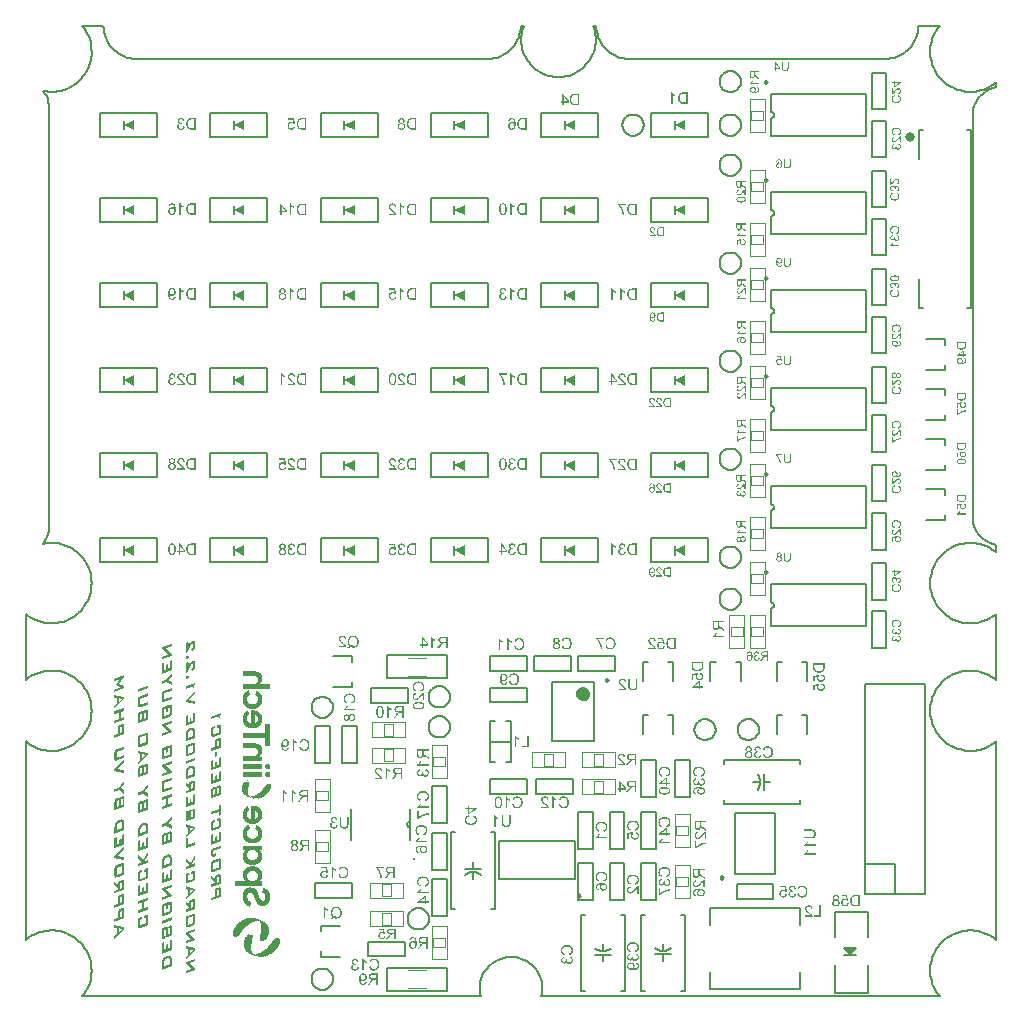
<source format=gbr>
G04*
G04 #@! TF.GenerationSoftware,Altium Limited,Altium Designer,24.1.2 (44)*
G04*
G04 Layer_Color=32896*
%FSLAX44Y44*%
%MOMM*%
G71*
G04*
G04 #@! TF.SameCoordinates,7063218E-08D0-4567-B5BB-7BB6D4F1FEFB*
G04*
G04*
G04 #@! TF.FilePolarity,Positive*
G04*
G01*
G75*
%ADD10C,0.2000*%
%ADD12C,0.1500*%
%ADD29C,0.6000*%
%ADD116C,0.2500*%
%ADD117C,0.1524*%
%ADD118C,0.2540*%
%ADD119C,0.1270*%
%ADD120C,0.5080*%
%ADD121C,0.1000*%
%ADD122C,0.1016*%
G36*
X206573Y175447D02*
X207725D01*
Y175351D01*
X208302D01*
Y175255D01*
X208590D01*
Y175159D01*
X209166D01*
Y175063D01*
X209358D01*
Y174967D01*
X209742D01*
Y174871D01*
X209934D01*
Y174775D01*
X210126D01*
Y174679D01*
X210414D01*
Y174583D01*
X210606D01*
Y174487D01*
X210798D01*
Y174391D01*
X210991D01*
Y174295D01*
X211087D01*
Y174198D01*
X211279D01*
Y174102D01*
X211375D01*
Y174007D01*
X211567D01*
Y173910D01*
X211663D01*
Y173814D01*
X211855D01*
Y173718D01*
X211951D01*
Y173622D01*
X212047D01*
Y173526D01*
X212239D01*
Y173334D01*
X212431D01*
Y173238D01*
X212527D01*
Y173046D01*
X212719D01*
Y172854D01*
X212815D01*
Y172758D01*
X212911D01*
Y172662D01*
X213007D01*
Y172566D01*
X213103D01*
Y172470D01*
X213199D01*
Y172278D01*
X213295D01*
Y172182D01*
X213391D01*
Y171990D01*
X213487D01*
Y171798D01*
X213583D01*
Y171606D01*
X213680D01*
Y171414D01*
X213776D01*
Y171222D01*
X213871D01*
Y170933D01*
X213968D01*
Y170741D01*
X214064D01*
Y170453D01*
X214160D01*
Y170069D01*
X214256D01*
Y169685D01*
X214352D01*
Y168725D01*
X214448D01*
Y167284D01*
X214352D01*
Y166228D01*
X214256D01*
Y165940D01*
X214160D01*
Y165459D01*
X214064D01*
Y165171D01*
X213968D01*
Y164979D01*
X213871D01*
Y164595D01*
X213776D01*
Y164499D01*
X213680D01*
Y164115D01*
X213583D01*
Y164019D01*
X213487D01*
Y163827D01*
X213391D01*
Y163635D01*
X213295D01*
Y163539D01*
X213199D01*
Y163347D01*
X213103D01*
Y163155D01*
X213007D01*
Y163059D01*
X212911D01*
Y162963D01*
X212815D01*
Y162866D01*
X212719D01*
Y162675D01*
X212623D01*
Y162578D01*
X212527D01*
Y162482D01*
X212431D01*
Y162386D01*
X212335D01*
Y162290D01*
X212239D01*
Y162194D01*
X212143D01*
Y162098D01*
X212047D01*
Y162002D01*
X211951D01*
Y161906D01*
X211855D01*
Y161810D01*
X211663D01*
Y161714D01*
X211567D01*
Y161618D01*
X211471D01*
Y161522D01*
X211375D01*
Y161426D01*
X211183D01*
Y161330D01*
X210991D01*
Y161234D01*
X210895D01*
Y161138D01*
X210702D01*
Y161042D01*
X210606D01*
Y160946D01*
X210414D01*
Y160850D01*
X210126D01*
Y160754D01*
X209934D01*
Y160658D01*
X209646D01*
Y160562D01*
X209550D01*
Y160466D01*
X209070D01*
Y160370D01*
X208782D01*
Y160274D01*
X208494D01*
Y160178D01*
X207821D01*
Y160082D01*
X207245D01*
Y159986D01*
X205132D01*
Y160082D01*
X204556D01*
Y160178D01*
X203884D01*
Y160274D01*
X203596D01*
Y160370D01*
X203308D01*
Y160466D01*
X202924D01*
Y160562D01*
X202732D01*
Y160658D01*
X202347D01*
Y160754D01*
X202251D01*
Y160850D01*
X202059D01*
Y160946D01*
X201771D01*
Y161042D01*
X201675D01*
Y161138D01*
X201483D01*
Y161234D01*
X201387D01*
Y161330D01*
X201195D01*
Y161426D01*
X201003D01*
Y161522D01*
X200907D01*
Y161618D01*
X200811D01*
Y161714D01*
X200715D01*
Y161810D01*
X200523D01*
Y162002D01*
X200331D01*
Y162098D01*
X200235D01*
Y162194D01*
X200139D01*
Y162290D01*
X200043D01*
Y162386D01*
X199947D01*
Y162482D01*
X199851D01*
Y162675D01*
X199755D01*
Y162771D01*
X199659D01*
Y162866D01*
X199562D01*
Y162963D01*
X199466D01*
Y163059D01*
X199370D01*
Y163251D01*
X199274D01*
Y163347D01*
X199178D01*
Y163539D01*
X199082D01*
Y163635D01*
X198986D01*
Y163827D01*
X198890D01*
Y164019D01*
X198794D01*
Y164115D01*
X198698D01*
Y164499D01*
X198602D01*
Y164595D01*
X198506D01*
Y164979D01*
X198410D01*
Y165171D01*
X198314D01*
Y165555D01*
X198218D01*
Y166036D01*
X198122D01*
Y166324D01*
X198026D01*
Y169685D01*
X198122D01*
Y169973D01*
X198218D01*
Y170549D01*
X198314D01*
Y170741D01*
X198410D01*
Y171029D01*
X198506D01*
Y171318D01*
X198602D01*
Y171510D01*
X198698D01*
Y171798D01*
X198794D01*
Y171894D01*
X198890D01*
Y172086D01*
X198986D01*
Y172278D01*
X199082D01*
Y172470D01*
X199178D01*
Y172662D01*
X199274D01*
Y172758D01*
X199370D01*
Y172854D01*
X199466D01*
Y173046D01*
X199562D01*
Y173142D01*
X199659D01*
Y173238D01*
X199755D01*
Y173334D01*
X199851D01*
Y173430D01*
X199947D01*
Y173526D01*
X200043D01*
Y173718D01*
X200139D01*
Y173814D01*
X200331D01*
Y173910D01*
X200427D01*
Y174007D01*
X200523D01*
Y174102D01*
X200619D01*
Y174198D01*
X200811D01*
Y174295D01*
X200907D01*
Y174391D01*
X201003D01*
Y174487D01*
X201195D01*
Y174583D01*
X201291D01*
Y174679D01*
X201483D01*
Y174775D01*
X201579D01*
Y174871D01*
X201771D01*
Y174967D01*
X202059D01*
Y175063D01*
X202347D01*
Y174967D01*
X202444D01*
Y174871D01*
X202540D01*
Y174583D01*
X202636D01*
Y174295D01*
X202732D01*
Y174102D01*
X202828D01*
Y173718D01*
X202924D01*
Y173526D01*
X203020D01*
Y173142D01*
X203116D01*
Y172950D01*
X203212D01*
Y172758D01*
X203308D01*
Y172374D01*
X203404D01*
Y172086D01*
X203500D01*
Y171990D01*
X203404D01*
Y171798D01*
X203308D01*
Y171510D01*
X203116D01*
Y171414D01*
X203020D01*
Y171318D01*
X202924D01*
Y171222D01*
X202828D01*
Y171125D01*
X202732D01*
Y171029D01*
X202540D01*
Y170933D01*
X202444D01*
Y170837D01*
X202347D01*
Y170645D01*
X202251D01*
Y170549D01*
X202155D01*
Y170453D01*
X202059D01*
Y170261D01*
X201963D01*
Y170069D01*
X201867D01*
Y169877D01*
X201771D01*
Y169685D01*
X201675D01*
Y169205D01*
X201579D01*
Y168917D01*
X201483D01*
Y167188D01*
X201579D01*
Y166900D01*
X201675D01*
Y166516D01*
X201771D01*
Y166420D01*
X201867D01*
Y166132D01*
X201963D01*
Y166036D01*
X202059D01*
Y165844D01*
X202155D01*
Y165748D01*
X202251D01*
Y165651D01*
X202347D01*
Y165555D01*
X202444D01*
Y165459D01*
X202540D01*
Y165363D01*
X202636D01*
Y165267D01*
X202732D01*
Y165171D01*
X202828D01*
Y165075D01*
X202924D01*
Y164979D01*
X203116D01*
Y164883D01*
X203212D01*
Y164787D01*
X203500D01*
Y164691D01*
X203596D01*
Y164595D01*
X203788D01*
Y164499D01*
X204076D01*
Y164403D01*
X204268D01*
Y164307D01*
X204940D01*
Y164403D01*
X205036D01*
Y175063D01*
X204940D01*
Y175255D01*
X205036D01*
Y175351D01*
X205132D01*
Y175447D01*
X205229D01*
Y175543D01*
X206573D01*
Y175447D01*
D02*
G37*
G36*
X203116Y159121D02*
X203212D01*
Y158929D01*
X203308D01*
Y158353D01*
X203404D01*
Y158065D01*
X203500D01*
Y157489D01*
X203596D01*
Y157297D01*
X203692D01*
Y156816D01*
X203788D01*
Y156336D01*
X203884D01*
Y155856D01*
X203788D01*
Y155664D01*
X203692D01*
Y155568D01*
X203596D01*
Y155472D01*
X203500D01*
Y155376D01*
X203308D01*
Y155280D01*
X203212D01*
Y155184D01*
X203020D01*
Y155088D01*
X202924D01*
Y154992D01*
X202828D01*
Y154896D01*
X202636D01*
Y154800D01*
X202540D01*
Y154704D01*
X202444D01*
Y154512D01*
X202347D01*
Y154416D01*
X202251D01*
Y154319D01*
X202155D01*
Y154127D01*
X202059D01*
Y153935D01*
X201963D01*
Y153839D01*
X201867D01*
Y153455D01*
X201771D01*
Y153263D01*
X201675D01*
Y152687D01*
X201579D01*
Y152111D01*
X201483D01*
Y151919D01*
X201579D01*
Y151246D01*
X201675D01*
Y150670D01*
X201771D01*
Y150478D01*
X201867D01*
Y150094D01*
X201963D01*
Y149998D01*
X202059D01*
Y149806D01*
X202155D01*
Y149614D01*
X202251D01*
Y149518D01*
X202347D01*
Y149326D01*
X202444D01*
Y149230D01*
X202540D01*
Y149134D01*
X202636D01*
Y149038D01*
X202732D01*
Y148942D01*
X202828D01*
Y148846D01*
X202924D01*
Y148750D01*
X203020D01*
Y148653D01*
X203212D01*
Y148558D01*
X203308D01*
Y148461D01*
X203500D01*
Y148365D01*
X203596D01*
Y148269D01*
X203788D01*
Y148173D01*
X204076D01*
Y148077D01*
X204268D01*
Y147981D01*
X204652D01*
Y147885D01*
X204940D01*
Y147789D01*
X205517D01*
Y147693D01*
X206861D01*
Y147789D01*
X207437D01*
Y147885D01*
X207725D01*
Y147981D01*
X208206D01*
Y148077D01*
X208302D01*
Y148173D01*
X208590D01*
Y148269D01*
X208782D01*
Y148365D01*
X208974D01*
Y148461D01*
X209070D01*
Y148558D01*
X209262D01*
Y148653D01*
X209358D01*
Y148750D01*
X209454D01*
Y148846D01*
X209550D01*
Y148942D01*
X209742D01*
Y149134D01*
X209838D01*
Y149230D01*
X209934D01*
Y149326D01*
X210030D01*
Y149518D01*
X210126D01*
Y149614D01*
X210222D01*
Y149806D01*
X210318D01*
Y149902D01*
X210414D01*
Y150094D01*
X210510D01*
Y150382D01*
X210606D01*
Y150574D01*
X210702D01*
Y151054D01*
X210798D01*
Y152303D01*
X210895D01*
Y152399D01*
X210798D01*
Y152687D01*
X210702D01*
Y153359D01*
X210606D01*
Y153551D01*
X210510D01*
Y153839D01*
X210414D01*
Y154031D01*
X210318D01*
Y154127D01*
X210222D01*
Y154319D01*
X210126D01*
Y154416D01*
X210030D01*
Y154608D01*
X209934D01*
Y154704D01*
X209742D01*
Y154896D01*
X209550D01*
Y155088D01*
X209358D01*
Y155184D01*
X209262D01*
Y155280D01*
X209166D01*
Y155376D01*
X208878D01*
Y155472D01*
X208782D01*
Y155664D01*
X208686D01*
Y155856D01*
X208590D01*
Y156336D01*
X208686D01*
Y156624D01*
X208782D01*
Y156912D01*
X208878D01*
Y157297D01*
X208974D01*
Y157585D01*
X209070D01*
Y158065D01*
X209166D01*
Y158257D01*
X209262D01*
Y158641D01*
X209358D01*
Y158833D01*
X209454D01*
Y158929D01*
X210030D01*
Y158833D01*
X210222D01*
Y158737D01*
X210510D01*
Y158641D01*
X210606D01*
Y158545D01*
X210895D01*
Y158449D01*
X210991D01*
Y158353D01*
X211183D01*
Y158257D01*
X211375D01*
Y158161D01*
X211471D01*
Y158065D01*
X211663D01*
Y157969D01*
X211759D01*
Y157873D01*
X211951D01*
Y157777D01*
X212047D01*
Y157681D01*
X212143D01*
Y157585D01*
X212239D01*
Y157489D01*
X212335D01*
Y157393D01*
X212431D01*
Y157297D01*
X212527D01*
Y157200D01*
X212623D01*
Y157105D01*
X212719D01*
Y157008D01*
X212815D01*
Y156912D01*
X212911D01*
Y156816D01*
X213007D01*
Y156624D01*
X213103D01*
Y156528D01*
X213199D01*
Y156336D01*
X213295D01*
Y156240D01*
X213391D01*
Y156048D01*
X213487D01*
Y155856D01*
X213583D01*
Y155760D01*
X213680D01*
Y155472D01*
X213776D01*
Y155280D01*
X213871D01*
Y154992D01*
X213968D01*
Y154800D01*
X214064D01*
Y154416D01*
X214160D01*
Y153935D01*
X214256D01*
Y153551D01*
X214352D01*
Y152591D01*
X214448D01*
Y151054D01*
X214352D01*
Y149998D01*
X214256D01*
Y149614D01*
X214160D01*
Y149230D01*
X214064D01*
Y148846D01*
X213968D01*
Y148653D01*
X213871D01*
Y148269D01*
X213776D01*
Y148077D01*
X213680D01*
Y147885D01*
X213583D01*
Y147693D01*
X213487D01*
Y147501D01*
X213391D01*
Y147309D01*
X213295D01*
Y147213D01*
X213199D01*
Y147021D01*
X213103D01*
Y146829D01*
X213007D01*
Y146733D01*
X212911D01*
Y146637D01*
X212815D01*
Y146541D01*
X212719D01*
Y146349D01*
X212623D01*
Y146253D01*
X212527D01*
Y146157D01*
X212431D01*
Y145965D01*
X212239D01*
Y145772D01*
X212047D01*
Y145676D01*
X211951D01*
Y145580D01*
X211855D01*
Y145484D01*
X211759D01*
Y145388D01*
X211663D01*
Y145292D01*
X211471D01*
Y145196D01*
X211375D01*
Y145100D01*
X211279D01*
Y145004D01*
X211087D01*
Y144908D01*
X210991D01*
Y144812D01*
X210798D01*
Y144716D01*
X210606D01*
Y144620D01*
X210510D01*
Y144524D01*
X210222D01*
Y144428D01*
X210030D01*
Y144332D01*
X209742D01*
Y144236D01*
X209550D01*
Y144140D01*
X209262D01*
Y144044D01*
X208974D01*
Y143948D01*
X208686D01*
Y143852D01*
X208109D01*
Y143756D01*
X207725D01*
Y143660D01*
X204652D01*
Y143756D01*
X204268D01*
Y143852D01*
X203692D01*
Y143948D01*
X203500D01*
Y144044D01*
X203020D01*
Y144140D01*
X202828D01*
Y144236D01*
X202636D01*
Y144332D01*
X202347D01*
Y144428D01*
X202155D01*
Y144524D01*
X201963D01*
Y144620D01*
X201771D01*
Y144716D01*
X201579D01*
Y144812D01*
X201387D01*
Y144908D01*
X201291D01*
Y145004D01*
X201099D01*
Y145100D01*
X201003D01*
Y145196D01*
X200907D01*
Y145292D01*
X200811D01*
Y145388D01*
X200619D01*
Y145484D01*
X200523D01*
Y145580D01*
X200427D01*
Y145676D01*
X200331D01*
Y145772D01*
X200235D01*
Y145869D01*
X200139D01*
Y145965D01*
X200043D01*
Y146061D01*
X199947D01*
Y146157D01*
X199851D01*
Y146253D01*
X199755D01*
Y146349D01*
X199659D01*
Y146541D01*
X199562D01*
Y146637D01*
X199466D01*
Y146733D01*
X199370D01*
Y146925D01*
X199274D01*
Y147021D01*
X199178D01*
Y147213D01*
X199082D01*
Y147309D01*
X198986D01*
Y147501D01*
X198890D01*
Y147693D01*
X198794D01*
Y147885D01*
X198698D01*
Y148173D01*
X198602D01*
Y148365D01*
X198506D01*
Y148653D01*
X198410D01*
Y148942D01*
X198314D01*
Y149230D01*
X198218D01*
Y149710D01*
X198122D01*
Y150094D01*
X198026D01*
Y150190D01*
Y150286D01*
Y153455D01*
X198122D01*
Y153839D01*
X198218D01*
Y154416D01*
X198314D01*
Y154704D01*
X198410D01*
Y154896D01*
X198506D01*
Y155280D01*
X198602D01*
Y155472D01*
X198698D01*
Y155760D01*
X198794D01*
Y155856D01*
X198890D01*
Y156048D01*
X198986D01*
Y156240D01*
X199082D01*
Y156336D01*
X199178D01*
Y156528D01*
X199274D01*
Y156624D01*
X199370D01*
Y156816D01*
X199466D01*
Y156912D01*
X199562D01*
Y157008D01*
X199659D01*
Y157200D01*
X199851D01*
Y157393D01*
X199947D01*
Y157489D01*
X200043D01*
Y157585D01*
X200139D01*
Y157681D01*
X200235D01*
Y157777D01*
X200331D01*
Y157873D01*
X200523D01*
Y157969D01*
X200619D01*
Y158065D01*
X200715D01*
Y158161D01*
X200811D01*
Y158257D01*
X201003D01*
Y158353D01*
X201195D01*
Y158449D01*
X201291D01*
Y158545D01*
X201483D01*
Y158641D01*
X201579D01*
Y158737D01*
X201771D01*
Y158833D01*
X201963D01*
Y158929D01*
X202059D01*
Y159025D01*
X202444D01*
Y159121D01*
X202540D01*
Y159217D01*
X203116D01*
Y159121D01*
D02*
G37*
G36*
X213871Y141643D02*
X214064D01*
Y141451D01*
X214160D01*
Y138282D01*
X214064D01*
Y138090D01*
X213871D01*
Y137994D01*
X212911D01*
Y137898D01*
X212239D01*
Y137610D01*
X212431D01*
Y137514D01*
X212527D01*
Y137417D01*
X212623D01*
Y137322D01*
X212719D01*
Y137226D01*
X212815D01*
Y137129D01*
X212911D01*
Y137033D01*
X213007D01*
Y136937D01*
X213103D01*
Y136841D01*
X213199D01*
Y136649D01*
X213295D01*
Y136457D01*
X213391D01*
Y136361D01*
X213487D01*
Y136169D01*
X213583D01*
Y136073D01*
X213680D01*
Y135881D01*
X213776D01*
Y135689D01*
X213871D01*
Y135401D01*
X213968D01*
Y135209D01*
X214064D01*
Y134921D01*
X214160D01*
Y134537D01*
X214256D01*
Y134248D01*
X214352D01*
Y133384D01*
X214448D01*
Y132136D01*
X214352D01*
Y131079D01*
X214256D01*
Y130791D01*
X214160D01*
Y130407D01*
X214064D01*
Y130119D01*
X213968D01*
Y129831D01*
X213871D01*
Y129543D01*
X213776D01*
Y129447D01*
X213680D01*
Y129159D01*
X213583D01*
Y128967D01*
X213487D01*
Y128870D01*
X213391D01*
Y128678D01*
X213295D01*
Y128582D01*
X213199D01*
Y128390D01*
X213103D01*
Y128294D01*
X213007D01*
Y128198D01*
X212911D01*
Y128006D01*
X212815D01*
Y127910D01*
X212719D01*
Y127814D01*
X212623D01*
Y127718D01*
X212527D01*
Y127622D01*
X212431D01*
Y127526D01*
X212335D01*
Y127430D01*
X212239D01*
Y127334D01*
X212143D01*
Y127238D01*
X212047D01*
Y127142D01*
X211951D01*
Y127046D01*
X211759D01*
Y126950D01*
X211663D01*
Y126854D01*
X211567D01*
Y126758D01*
X211375D01*
Y126662D01*
X211279D01*
Y126566D01*
X211087D01*
Y126470D01*
X210895D01*
Y126374D01*
X210702D01*
Y126278D01*
X210510D01*
Y126182D01*
X210414D01*
Y126086D01*
X210030D01*
Y125990D01*
X209934D01*
Y125893D01*
X209550D01*
Y125797D01*
X209358D01*
Y125701D01*
X208974D01*
Y125605D01*
X208590D01*
Y125509D01*
X208206D01*
Y125413D01*
X207149D01*
Y125317D01*
X205229D01*
Y125413D01*
X204172D01*
Y125509D01*
X203884D01*
Y125605D01*
X203404D01*
Y125701D01*
X203116D01*
Y125797D01*
X202828D01*
Y125893D01*
X202444D01*
Y125990D01*
X202347D01*
Y126086D01*
X202059D01*
Y126182D01*
X201867D01*
Y126278D01*
X201675D01*
Y126374D01*
X201483D01*
Y126470D01*
X201387D01*
Y126566D01*
X201099D01*
Y126662D01*
X201003D01*
Y126758D01*
X200907D01*
Y126854D01*
X200715D01*
Y126950D01*
X200619D01*
Y127046D01*
X200523D01*
Y127142D01*
X200427D01*
Y127238D01*
X200235D01*
Y127334D01*
X200139D01*
Y127430D01*
X200043D01*
Y127526D01*
X199947D01*
Y127622D01*
X199851D01*
Y127718D01*
X199755D01*
Y127814D01*
X199659D01*
Y127910D01*
X199562D01*
Y128006D01*
X199466D01*
Y128198D01*
X199370D01*
Y128294D01*
X199274D01*
Y128390D01*
X199178D01*
Y128582D01*
X199082D01*
Y128678D01*
X198986D01*
Y128870D01*
X198890D01*
Y129063D01*
X198794D01*
Y129159D01*
X198698D01*
Y129447D01*
X198602D01*
Y129543D01*
X198506D01*
Y129927D01*
X198410D01*
Y130119D01*
X198314D01*
Y130407D01*
X198218D01*
Y130887D01*
X198122D01*
Y131175D01*
X198026D01*
Y134152D01*
X198122D01*
Y134440D01*
X198218D01*
Y134921D01*
X198314D01*
Y135209D01*
X198410D01*
Y135401D01*
X198506D01*
Y135689D01*
X198602D01*
Y135785D01*
X198698D01*
Y136073D01*
X198794D01*
Y136169D01*
X198890D01*
Y136361D01*
X198986D01*
Y136457D01*
X199082D01*
Y136553D01*
X199178D01*
Y136745D01*
X199274D01*
Y136841D01*
X199370D01*
Y137033D01*
X199466D01*
Y137129D01*
X199562D01*
Y137226D01*
X199659D01*
Y137322D01*
X199755D01*
Y137417D01*
X199851D01*
Y137514D01*
X199947D01*
Y137610D01*
X200139D01*
Y137898D01*
X199466D01*
Y137994D01*
X198506D01*
Y138090D01*
X198314D01*
Y138186D01*
X198218D01*
Y141451D01*
X198314D01*
Y141547D01*
X198410D01*
Y141643D01*
X198506D01*
Y141739D01*
X213871D01*
Y141643D01*
D02*
G37*
G36*
X205901Y124261D02*
X207821D01*
Y124165D01*
X208398D01*
Y124069D01*
X208686D01*
Y123973D01*
X209166D01*
Y123877D01*
X209358D01*
Y123781D01*
X209742D01*
Y123685D01*
X209934D01*
Y123589D01*
X210222D01*
Y123493D01*
X210414D01*
Y123397D01*
X210510D01*
Y123301D01*
X210798D01*
Y123204D01*
X210991D01*
Y123109D01*
X211183D01*
Y123012D01*
X211279D01*
Y122916D01*
X211375D01*
Y122820D01*
X211567D01*
Y122724D01*
X211663D01*
Y122628D01*
X211855D01*
Y122532D01*
X211951D01*
Y122436D01*
X212047D01*
Y122340D01*
X212239D01*
Y122244D01*
X212335D01*
Y122148D01*
X212431D01*
Y122052D01*
X212527D01*
Y121956D01*
X212623D01*
Y121860D01*
X212719D01*
Y121668D01*
X212815D01*
Y121572D01*
X212911D01*
Y121476D01*
X213007D01*
Y121284D01*
X213103D01*
Y121188D01*
X213199D01*
Y121092D01*
X213295D01*
Y120900D01*
X213391D01*
Y120708D01*
X213487D01*
Y120612D01*
X213583D01*
Y120420D01*
X213680D01*
Y120227D01*
X213776D01*
Y120035D01*
X213871D01*
Y119747D01*
X213968D01*
Y119555D01*
X214064D01*
Y119267D01*
X214160D01*
Y118883D01*
X214256D01*
Y118499D01*
X214352D01*
Y117538D01*
X214448D01*
Y116290D01*
X214352D01*
Y115426D01*
X214256D01*
Y115042D01*
X214160D01*
Y114657D01*
X214064D01*
Y114465D01*
X213968D01*
Y114273D01*
X213871D01*
Y113889D01*
X213776D01*
Y113793D01*
X213680D01*
Y113601D01*
X213583D01*
Y113409D01*
X213487D01*
Y113313D01*
X213391D01*
Y113121D01*
X213295D01*
Y113025D01*
X213199D01*
Y112833D01*
X213103D01*
Y112737D01*
X213007D01*
Y112641D01*
X212911D01*
Y112545D01*
X212815D01*
Y112449D01*
X212719D01*
Y112257D01*
X212527D01*
Y112161D01*
X212431D01*
Y112065D01*
X212335D01*
Y111968D01*
X212239D01*
Y111777D01*
X212335D01*
Y111680D01*
X212815D01*
Y111584D01*
X213391D01*
Y111680D01*
X213487D01*
Y111584D01*
X214064D01*
Y111392D01*
X214160D01*
Y108223D01*
X214064D01*
Y108031D01*
X213968D01*
Y107935D01*
X191688D01*
Y108031D01*
X191592D01*
Y111777D01*
X191784D01*
Y111873D01*
X200043D01*
Y111968D01*
X199947D01*
Y112161D01*
X199851D01*
Y112257D01*
X199755D01*
Y112353D01*
X199659D01*
Y112449D01*
X199562D01*
Y112545D01*
X199466D01*
Y112641D01*
X199370D01*
Y112737D01*
X199274D01*
Y112833D01*
X199178D01*
Y113025D01*
X199082D01*
Y113121D01*
X198986D01*
Y113313D01*
X198890D01*
Y113505D01*
X198794D01*
Y113601D01*
X198698D01*
Y113793D01*
X198602D01*
Y113985D01*
X198506D01*
Y114273D01*
X198410D01*
Y114465D01*
X198314D01*
Y114754D01*
X198218D01*
Y115234D01*
X198122D01*
Y115426D01*
X198026D01*
Y118403D01*
X198122D01*
Y118787D01*
X198218D01*
Y119171D01*
X198314D01*
Y119459D01*
X198410D01*
Y119747D01*
X198506D01*
Y120035D01*
X198602D01*
Y120131D01*
X198698D01*
Y120420D01*
X198794D01*
Y120612D01*
X198890D01*
Y120708D01*
X198986D01*
Y120900D01*
X199082D01*
Y120996D01*
X199178D01*
Y121188D01*
X199274D01*
Y121284D01*
X199370D01*
Y121476D01*
X199466D01*
Y121572D01*
X199562D01*
Y121668D01*
X199659D01*
Y121764D01*
X199755D01*
Y121860D01*
X199851D01*
Y121956D01*
X199947D01*
Y122052D01*
X200043D01*
Y122148D01*
X200139D01*
Y122244D01*
X200235D01*
Y122340D01*
X200331D01*
Y122436D01*
X200427D01*
Y122532D01*
X200523D01*
Y122628D01*
X200715D01*
Y122724D01*
X200811D01*
Y122820D01*
X201003D01*
Y122916D01*
X201099D01*
Y123012D01*
X201291D01*
Y123109D01*
X201387D01*
Y123204D01*
X201579D01*
Y123301D01*
X201771D01*
Y123397D01*
X201963D01*
Y123493D01*
X202251D01*
Y123589D01*
X202444D01*
Y123685D01*
X202636D01*
Y123781D01*
X203020D01*
Y123877D01*
X203212D01*
Y123973D01*
X203692D01*
Y124069D01*
X203980D01*
Y124165D01*
X204556D01*
Y124261D01*
X205805D01*
Y124357D01*
X205901D01*
Y124261D01*
D02*
G37*
G36*
X205132Y106302D02*
X205805D01*
Y106207D01*
X206381D01*
Y106110D01*
X206573D01*
Y106014D01*
X206957D01*
Y105918D01*
X207149D01*
Y105822D01*
X207437D01*
Y105726D01*
X207533D01*
Y105630D01*
X207725D01*
Y105534D01*
X207917D01*
Y105438D01*
X208013D01*
Y105342D01*
X208206D01*
Y105246D01*
X208302D01*
Y105150D01*
X208398D01*
Y105054D01*
X208590D01*
Y104958D01*
X208686D01*
Y104862D01*
X208782D01*
Y104766D01*
X208878D01*
Y104670D01*
X208974D01*
Y104574D01*
X209070D01*
Y104478D01*
X209166D01*
Y104382D01*
X209262D01*
Y104190D01*
X209358D01*
Y104094D01*
X209454D01*
Y103998D01*
X209550D01*
Y103902D01*
X209646D01*
Y103710D01*
X209742D01*
Y103518D01*
X209838D01*
Y103421D01*
X209934D01*
Y103229D01*
X210030D01*
Y103133D01*
X210126D01*
Y102941D01*
X210222D01*
Y102749D01*
X210318D01*
Y102653D01*
X210414D01*
Y102365D01*
X210510D01*
Y102173D01*
X210606D01*
Y101981D01*
X210702D01*
Y101693D01*
X210798D01*
Y101597D01*
X210895D01*
Y101213D01*
X210991D01*
Y101021D01*
X211087D01*
Y100637D01*
X211183D01*
Y100444D01*
X211279D01*
Y100156D01*
X211375D01*
Y99772D01*
X211471D01*
Y99580D01*
X211567D01*
Y99196D01*
X211663D01*
Y99004D01*
X211759D01*
Y98716D01*
X211855D01*
Y98332D01*
X211951D01*
Y98236D01*
X212047D01*
Y97851D01*
X212143D01*
Y97755D01*
X212239D01*
Y97371D01*
X212335D01*
Y97275D01*
X212431D01*
Y97083D01*
X212527D01*
Y96795D01*
X212623D01*
Y96699D01*
X212719D01*
Y96411D01*
X212815D01*
Y96315D01*
X212911D01*
Y96219D01*
X213007D01*
Y96027D01*
X213103D01*
Y95931D01*
X213199D01*
Y95835D01*
X213295D01*
Y95739D01*
X213391D01*
Y95643D01*
X213487D01*
Y95547D01*
X213583D01*
Y95451D01*
X213680D01*
Y95355D01*
X213871D01*
Y95259D01*
X213968D01*
Y95163D01*
X214256D01*
Y95067D01*
X214448D01*
Y94971D01*
X215504D01*
Y95067D01*
X215696D01*
Y95163D01*
X215888D01*
Y95259D01*
X215984D01*
Y95355D01*
X216176D01*
Y95451D01*
X216272D01*
Y95547D01*
X216368D01*
Y95643D01*
X216464D01*
Y95835D01*
X216560D01*
Y95931D01*
X216656D01*
Y96123D01*
X216753D01*
Y96315D01*
X216849D01*
Y96507D01*
X216945D01*
Y96891D01*
X217041D01*
Y97275D01*
X217137D01*
Y99100D01*
X217041D01*
Y99388D01*
X216945D01*
Y99772D01*
X216849D01*
Y99964D01*
X216753D01*
Y100156D01*
X216656D01*
Y100348D01*
X216560D01*
Y100444D01*
X216464D01*
Y100637D01*
X216368D01*
Y100733D01*
X216272D01*
Y100829D01*
X216176D01*
Y100925D01*
X216080D01*
Y101021D01*
X215888D01*
Y101117D01*
X215792D01*
Y101213D01*
X215600D01*
Y101309D01*
X215504D01*
Y101405D01*
X215312D01*
Y101501D01*
X215120D01*
Y101597D01*
X215024D01*
Y101693D01*
X214736D01*
Y101789D01*
X214544D01*
Y101885D01*
X214448D01*
Y101981D01*
X214352D01*
Y102557D01*
X214448D01*
Y102845D01*
X214544D01*
Y103229D01*
X214640D01*
Y103710D01*
X214736D01*
Y103902D01*
X214832D01*
Y104478D01*
X214928D01*
Y104670D01*
X215024D01*
Y105150D01*
X215120D01*
Y105534D01*
X215216D01*
Y105726D01*
X215312D01*
Y105918D01*
X215888D01*
Y105822D01*
X216176D01*
Y105726D01*
X216464D01*
Y105630D01*
X216656D01*
Y105534D01*
X216945D01*
Y105438D01*
X217041D01*
Y105342D01*
X217329D01*
Y105246D01*
X217521D01*
Y105150D01*
X217617D01*
Y105054D01*
X217809D01*
Y104958D01*
X218001D01*
Y104862D01*
X218193D01*
Y104766D01*
X218289D01*
Y104670D01*
X218385D01*
Y104574D01*
X218481D01*
Y104478D01*
X218577D01*
Y104382D01*
X218769D01*
Y104286D01*
X218865D01*
Y104190D01*
X218961D01*
Y104094D01*
X219057D01*
Y103998D01*
X219153D01*
Y103902D01*
X219249D01*
Y103806D01*
X219345D01*
Y103710D01*
X219442D01*
Y103518D01*
X219538D01*
Y103421D01*
X219634D01*
Y103326D01*
X219730D01*
Y103229D01*
X219826D01*
Y103037D01*
X219922D01*
Y102845D01*
X220018D01*
Y102749D01*
X220114D01*
Y102557D01*
X220210D01*
Y102461D01*
X220306D01*
Y102173D01*
X220402D01*
Y101981D01*
X220498D01*
Y101789D01*
X220594D01*
Y101501D01*
X220690D01*
Y101309D01*
X220786D01*
Y100829D01*
X220882D01*
Y100541D01*
X220978D01*
Y100060D01*
X221074D01*
Y99196D01*
X221170D01*
Y97275D01*
X221074D01*
Y96507D01*
X220978D01*
Y95931D01*
X220882D01*
Y95739D01*
X220786D01*
Y95259D01*
X220690D01*
Y95067D01*
X220594D01*
Y94778D01*
X220498D01*
Y94490D01*
X220402D01*
Y94298D01*
X220306D01*
Y94106D01*
X220210D01*
Y94010D01*
X220114D01*
Y93722D01*
X220018D01*
Y93626D01*
X219922D01*
Y93434D01*
X219826D01*
Y93338D01*
X219730D01*
Y93242D01*
X219634D01*
Y93050D01*
X219538D01*
Y92954D01*
X219442D01*
Y92858D01*
X219345D01*
Y92666D01*
X219249D01*
Y92570D01*
X219153D01*
Y92474D01*
X219057D01*
Y92378D01*
X218961D01*
Y92282D01*
X218865D01*
Y92185D01*
X218769D01*
Y92090D01*
X218673D01*
Y91994D01*
X218481D01*
Y91897D01*
X218385D01*
Y91801D01*
X218289D01*
Y91705D01*
X218097D01*
Y91609D01*
X218001D01*
Y91513D01*
X217809D01*
Y91417D01*
X217713D01*
Y91321D01*
X217425D01*
Y91225D01*
X217233D01*
Y91129D01*
X217041D01*
Y91033D01*
X216753D01*
Y90937D01*
X216560D01*
Y90841D01*
X215984D01*
Y90745D01*
X215504D01*
Y90649D01*
X214256D01*
Y90745D01*
X213680D01*
Y90841D01*
X213199D01*
Y90937D01*
X213007D01*
Y91033D01*
X212623D01*
Y91129D01*
X212431D01*
Y91225D01*
X212239D01*
Y91321D01*
X211951D01*
Y91417D01*
X211855D01*
Y91513D01*
X211663D01*
Y91609D01*
X211567D01*
Y91705D01*
X211375D01*
Y91801D01*
X211279D01*
Y91897D01*
X211183D01*
Y91994D01*
X210991D01*
Y92090D01*
X210895D01*
Y92185D01*
X210798D01*
Y92282D01*
X210702D01*
Y92378D01*
X210606D01*
Y92474D01*
X210510D01*
Y92570D01*
X210414D01*
Y92666D01*
X210318D01*
Y92762D01*
X210222D01*
Y92954D01*
X210126D01*
Y93050D01*
X210030D01*
Y93146D01*
X209934D01*
Y93242D01*
X209838D01*
Y93434D01*
X209742D01*
Y93530D01*
X209646D01*
Y93722D01*
X209550D01*
Y93914D01*
X209454D01*
Y94010D01*
X209358D01*
Y94202D01*
X209262D01*
Y94394D01*
X209166D01*
Y94490D01*
X209070D01*
Y94778D01*
X208974D01*
Y94874D01*
X208878D01*
Y95163D01*
X208782D01*
Y95355D01*
X208686D01*
Y95547D01*
X208590D01*
Y95835D01*
X208494D01*
Y96027D01*
X208398D01*
Y96411D01*
X208302D01*
Y96603D01*
X208206D01*
Y96891D01*
X208109D01*
Y97179D01*
X208013D01*
Y97371D01*
X207917D01*
Y97755D01*
X207821D01*
Y97851D01*
X207725D01*
Y98236D01*
X207629D01*
Y98524D01*
X207533D01*
Y98716D01*
X207437D01*
Y99100D01*
X207341D01*
Y99196D01*
X207245D01*
Y99484D01*
X207149D01*
Y99676D01*
X207053D01*
Y99868D01*
X206957D01*
Y100060D01*
X206861D01*
Y100252D01*
X206765D01*
Y100444D01*
X206669D01*
Y100541D01*
X206573D01*
Y100733D01*
X206477D01*
Y100925D01*
X206381D01*
Y101021D01*
X206285D01*
Y101117D01*
X206189D01*
Y101213D01*
X206093D01*
Y101405D01*
X205901D01*
Y101501D01*
X205805D01*
Y101597D01*
X205709D01*
Y101693D01*
X205517D01*
Y101789D01*
X205420D01*
Y101885D01*
X205132D01*
Y101981D01*
X204940D01*
Y102077D01*
X203596D01*
Y101981D01*
X203404D01*
Y101885D01*
X203116D01*
Y101789D01*
X203020D01*
Y101693D01*
X202924D01*
Y101597D01*
X202828D01*
Y101501D01*
X202732D01*
Y101405D01*
X202636D01*
Y101309D01*
X202540D01*
Y101117D01*
X202444D01*
Y101021D01*
X202347D01*
Y100733D01*
X202251D01*
Y100637D01*
X202155D01*
Y100252D01*
X202059D01*
Y99964D01*
X201963D01*
Y99388D01*
X201867D01*
Y97467D01*
X201963D01*
Y97083D01*
X202059D01*
Y96795D01*
X202155D01*
Y96411D01*
X202251D01*
Y96219D01*
X202347D01*
Y96027D01*
X202444D01*
Y95835D01*
X202540D01*
Y95739D01*
X202636D01*
Y95547D01*
X202732D01*
Y95451D01*
X202828D01*
Y95259D01*
X203020D01*
Y95163D01*
X203116D01*
Y94971D01*
X203308D01*
Y94874D01*
X203404D01*
Y94778D01*
X203596D01*
Y94682D01*
X203692D01*
Y94586D01*
X203788D01*
Y94490D01*
X204076D01*
Y94394D01*
X204172D01*
Y94298D01*
X204364D01*
Y94202D01*
X204556D01*
Y94106D01*
X204748D01*
Y94010D01*
X204940D01*
Y93914D01*
X205036D01*
Y93434D01*
X204940D01*
Y93050D01*
X204844D01*
Y92666D01*
X204748D01*
Y92282D01*
X204652D01*
Y91705D01*
X204556D01*
Y91513D01*
X204460D01*
Y90937D01*
X204364D01*
Y90649D01*
X204268D01*
Y90265D01*
X204172D01*
Y90169D01*
X203404D01*
Y90265D01*
X203212D01*
Y90361D01*
X202924D01*
Y90457D01*
X202732D01*
Y90553D01*
X202540D01*
Y90649D01*
X202251D01*
Y90745D01*
X202155D01*
Y90841D01*
X201867D01*
Y90937D01*
X201771D01*
Y91033D01*
X201579D01*
Y91129D01*
X201387D01*
Y91225D01*
X201291D01*
Y91321D01*
X201099D01*
Y91417D01*
X201003D01*
Y91513D01*
X200907D01*
Y91609D01*
X200811D01*
Y91705D01*
X200619D01*
Y91801D01*
X200523D01*
Y91897D01*
X200427D01*
Y91994D01*
X200331D01*
Y92090D01*
X200235D01*
Y92185D01*
X200139D01*
Y92282D01*
X200043D01*
Y92378D01*
X199947D01*
Y92474D01*
X199851D01*
Y92570D01*
X199755D01*
Y92666D01*
X199659D01*
Y92762D01*
X199562D01*
Y92954D01*
X199466D01*
Y93050D01*
X199370D01*
Y93146D01*
X199274D01*
Y93338D01*
X199178D01*
Y93530D01*
X199082D01*
Y93626D01*
X198986D01*
Y93818D01*
X198890D01*
Y93914D01*
X198794D01*
Y94106D01*
X198698D01*
Y94394D01*
X198602D01*
Y94490D01*
X198506D01*
Y94874D01*
X198410D01*
Y95067D01*
X198314D01*
Y95355D01*
X198218D01*
Y95739D01*
X198122D01*
Y96027D01*
X198026D01*
Y96699D01*
X197930D01*
Y97275D01*
X197834D01*
Y99580D01*
X197930D01*
Y100252D01*
X198026D01*
Y100925D01*
X198122D01*
Y101117D01*
X198218D01*
Y101597D01*
X198314D01*
Y101885D01*
X198410D01*
Y102077D01*
X198506D01*
Y102461D01*
X198602D01*
Y102557D01*
X198698D01*
Y102845D01*
X198794D01*
Y102941D01*
X198890D01*
Y103133D01*
X198986D01*
Y103326D01*
X199082D01*
Y103421D01*
X199178D01*
Y103710D01*
X199274D01*
Y103806D01*
X199370D01*
Y103902D01*
X199466D01*
Y103998D01*
X199562D01*
Y104190D01*
X199659D01*
Y104286D01*
X199755D01*
Y104382D01*
X199851D01*
Y104574D01*
X200043D01*
Y104670D01*
X200139D01*
Y104862D01*
X200331D01*
Y104958D01*
X200427D01*
Y105054D01*
X200523D01*
Y105150D01*
X200715D01*
Y105246D01*
X200811D01*
Y105342D01*
X200907D01*
Y105438D01*
X201003D01*
Y105534D01*
X201291D01*
Y105630D01*
X201387D01*
Y105726D01*
X201579D01*
Y105822D01*
X201771D01*
Y105918D01*
X201963D01*
Y106014D01*
X202347D01*
Y106110D01*
X202540D01*
Y106207D01*
X202924D01*
Y106302D01*
X203500D01*
Y106399D01*
X205132D01*
Y106302D01*
D02*
G37*
G36*
X203692Y66641D02*
Y66544D01*
X203020D01*
Y66641D01*
X203116D01*
Y66736D01*
X203692D01*
Y66641D01*
D02*
G37*
G36*
X204076Y66448D02*
Y66352D01*
X203884D01*
Y66544D01*
X204076D01*
Y66448D01*
D02*
G37*
G36*
X203596Y66256D02*
X203404D01*
Y66352D01*
X203596D01*
Y66256D01*
D02*
G37*
G36*
X205517D02*
X205709D01*
Y66160D01*
Y66064D01*
X205517D01*
Y66256D01*
X205324D01*
Y66352D01*
X205517D01*
Y66256D01*
D02*
G37*
G36*
X205132Y66352D02*
X205229D01*
Y66256D01*
X205324D01*
Y66064D01*
X205229D01*
Y66256D01*
X205036D01*
Y66352D01*
Y66544D01*
X205132D01*
Y66352D01*
D02*
G37*
G36*
X202924Y66448D02*
X203020D01*
Y66352D01*
X203212D01*
Y66256D01*
X203404D01*
Y66064D01*
X203212D01*
Y66256D01*
X202540D01*
Y66064D01*
X202155D01*
Y66256D01*
X202347D01*
Y66352D01*
X202540D01*
Y66448D01*
X202636D01*
Y66544D01*
X202924D01*
Y66448D01*
D02*
G37*
G36*
X202155Y65968D02*
Y65872D01*
X202059D01*
Y65776D01*
X201867D01*
Y65968D01*
X201963D01*
Y66064D01*
X202155D01*
Y65968D01*
D02*
G37*
G36*
X205324Y66833D02*
X205420D01*
Y66736D01*
X205709D01*
Y66641D01*
X205805D01*
Y66544D01*
X205997D01*
Y66352D01*
X206093D01*
Y66256D01*
X206189D01*
Y65776D01*
X206381D01*
Y63375D01*
X206285D01*
Y63279D01*
X206189D01*
Y62031D01*
X206093D01*
Y61935D01*
X205997D01*
Y61070D01*
X205901D01*
Y60879D01*
X205805D01*
Y60590D01*
X205709D01*
Y59918D01*
X205613D01*
Y59726D01*
X205517D01*
Y58766D01*
X205420D01*
Y58574D01*
X205324D01*
Y57421D01*
X205229D01*
Y56941D01*
X205132D01*
Y55981D01*
X205036D01*
Y55308D01*
X205132D01*
Y54060D01*
X205229D01*
Y53676D01*
X205324D01*
Y52908D01*
X205420D01*
Y52716D01*
X205517D01*
Y52331D01*
X205613D01*
Y52043D01*
X205709D01*
Y51851D01*
X205805D01*
Y51563D01*
X205901D01*
Y51467D01*
X205997D01*
Y51179D01*
X206093D01*
Y50987D01*
X206189D01*
Y50891D01*
X206285D01*
Y50699D01*
X206381D01*
Y50603D01*
X206477D01*
Y50411D01*
X206573D01*
Y50315D01*
X206669D01*
Y50123D01*
X206765D01*
Y50027D01*
X206861D01*
Y49931D01*
X206957D01*
Y49835D01*
X207149D01*
Y49738D01*
X207437D01*
Y49643D01*
X207533D01*
Y49546D01*
X207725D01*
Y49643D01*
X207533D01*
Y49738D01*
X207629D01*
Y49835D01*
X207725D01*
Y49738D01*
X208109D01*
Y49835D01*
X208206D01*
Y49931D01*
X209358D01*
Y50027D01*
X209454D01*
Y50123D01*
X210222D01*
Y50219D01*
X210318D01*
Y50315D01*
X210510D01*
Y50411D01*
X211087D01*
Y50507D01*
X211183D01*
Y50603D01*
X211663D01*
Y50699D01*
X211759D01*
Y50795D01*
X211951D01*
Y50891D01*
X212239D01*
Y50987D01*
X212335D01*
Y51083D01*
X212719D01*
Y51179D01*
X212815D01*
Y51275D01*
X213199D01*
Y51371D01*
X213295D01*
Y51467D01*
X213391D01*
Y51563D01*
X213680D01*
Y51659D01*
X213776D01*
Y51755D01*
X214064D01*
Y51851D01*
X214160D01*
Y51947D01*
X214256D01*
Y52043D01*
X214544D01*
Y52139D01*
X214640D01*
Y52235D01*
X214832D01*
Y52331D01*
X214928D01*
Y52428D01*
X215120D01*
Y52523D01*
X215312D01*
Y52620D01*
X215408D01*
Y52716D01*
X215600D01*
Y52812D01*
X215696D01*
Y52908D01*
X215888D01*
Y53004D01*
X215984D01*
Y53100D01*
X216080D01*
Y53196D01*
X216272D01*
Y53292D01*
X216368D01*
Y53388D01*
X216560D01*
Y53484D01*
X216656D01*
Y53580D01*
X216753D01*
Y53676D01*
X216849D01*
Y53772D01*
X216945D01*
Y53868D01*
X217137D01*
Y53964D01*
X217233D01*
Y54060D01*
X217425D01*
Y54156D01*
X217521D01*
Y54252D01*
X217617D01*
Y54348D01*
X217713D01*
Y54444D01*
X217809D01*
Y54540D01*
X218001D01*
Y54636D01*
X218097D01*
Y54828D01*
X218289D01*
Y54924D01*
X218385D01*
Y55020D01*
X218481D01*
Y55116D01*
X218577D01*
Y55212D01*
X218673D01*
Y55308D01*
X218769D01*
Y55405D01*
X218865D01*
Y55501D01*
X218961D01*
Y55597D01*
X219057D01*
Y55693D01*
X219153D01*
Y55789D01*
X219249D01*
Y55885D01*
X219345D01*
Y55981D01*
X219442D01*
Y56077D01*
X219538D01*
Y56173D01*
X219634D01*
Y56269D01*
X219730D01*
Y56365D01*
X219826D01*
Y56461D01*
X219922D01*
Y56557D01*
X220018D01*
Y56653D01*
X220114D01*
Y56845D01*
X220210D01*
Y56941D01*
X220306D01*
Y57037D01*
X220402D01*
Y57133D01*
X220498D01*
Y57229D01*
X220594D01*
Y57325D01*
X220690D01*
Y57517D01*
X220786D01*
Y57613D01*
X220882D01*
Y57709D01*
X220978D01*
Y57805D01*
X221074D01*
Y57997D01*
X221170D01*
Y58094D01*
X221266D01*
Y58190D01*
X221362D01*
Y58382D01*
X221458D01*
Y58478D01*
X221554D01*
Y58670D01*
X221650D01*
Y58766D01*
X221746D01*
Y58862D01*
X221842D01*
Y59054D01*
X221938D01*
Y59150D01*
X222034D01*
Y59342D01*
X222130D01*
Y59438D01*
X222227D01*
Y59630D01*
X222323D01*
Y59726D01*
X222419D01*
Y59822D01*
X222515D01*
Y60014D01*
X222611D01*
Y60110D01*
X222707D01*
Y60302D01*
X222803D01*
Y60398D01*
X222899D01*
Y60494D01*
X222995D01*
Y60590D01*
X223091D01*
Y60782D01*
X223187D01*
Y60879D01*
X223283D01*
Y60974D01*
X223379D01*
Y61167D01*
X223475D01*
Y61263D01*
X223571D01*
Y61359D01*
X223667D01*
Y61455D01*
X223763D01*
Y61551D01*
X223859D01*
Y61647D01*
X223955D01*
Y61743D01*
X224051D01*
Y61839D01*
X224147D01*
Y61935D01*
X224243D01*
Y62031D01*
X224339D01*
Y62127D01*
X224435D01*
Y62223D01*
X224531D01*
Y62319D01*
X224627D01*
Y62415D01*
X224723D01*
Y62511D01*
X224819D01*
Y62607D01*
X224915D01*
Y62703D01*
X225107D01*
Y62799D01*
X225203D01*
Y62895D01*
X225396D01*
Y62991D01*
X225492D01*
Y63087D01*
X225684D01*
Y63183D01*
X225876D01*
Y63279D01*
X225972D01*
Y63375D01*
X226356D01*
Y63471D01*
X226548D01*
Y63567D01*
X227796D01*
Y63471D01*
X227988D01*
Y63375D01*
X228373D01*
Y63279D01*
X228469D01*
Y63183D01*
X228565D01*
Y63087D01*
X228757D01*
Y62991D01*
X228853D01*
Y62799D01*
X228949D01*
Y62703D01*
X229045D01*
Y62607D01*
X229141D01*
Y62415D01*
X229237D01*
Y62223D01*
X229333D01*
Y61839D01*
X229429D01*
Y61647D01*
X229525D01*
Y59630D01*
X229429D01*
Y59342D01*
X229333D01*
Y58862D01*
X229237D01*
Y58478D01*
X229141D01*
Y58382D01*
X229045D01*
Y57901D01*
X228949D01*
Y57805D01*
X228853D01*
Y57613D01*
X228757D01*
Y57421D01*
X228661D01*
Y57229D01*
X228565D01*
Y56941D01*
X228469D01*
Y56845D01*
X228373D01*
Y56653D01*
X228277D01*
Y56557D01*
X228181D01*
Y56365D01*
X228085D01*
Y56269D01*
X227988D01*
Y56173D01*
X227892D01*
Y55885D01*
X227796D01*
Y55789D01*
X227700D01*
Y55693D01*
X227604D01*
Y55501D01*
X227508D01*
Y55405D01*
X227412D01*
Y55212D01*
X227316D01*
Y55116D01*
X227220D01*
Y55020D01*
X227124D01*
Y54924D01*
X227028D01*
Y54732D01*
X226932D01*
Y54636D01*
X226836D01*
Y54540D01*
X226740D01*
Y54348D01*
X226644D01*
Y54252D01*
X226548D01*
Y54156D01*
X226452D01*
Y54060D01*
X226356D01*
Y53964D01*
X226260D01*
Y53772D01*
X226068D01*
Y53580D01*
X225972D01*
Y53484D01*
X225876D01*
Y53388D01*
X225780D01*
Y53292D01*
X225684D01*
Y53196D01*
X225588D01*
Y53100D01*
X225492D01*
Y53004D01*
X225396D01*
Y52908D01*
X225300D01*
Y52812D01*
X225203D01*
Y52716D01*
X225107D01*
Y52620D01*
X225012D01*
Y52523D01*
X224915D01*
Y52428D01*
X224819D01*
Y52331D01*
X224723D01*
Y52235D01*
X224627D01*
Y52139D01*
X224531D01*
Y52043D01*
X224435D01*
Y51947D01*
X224243D01*
Y51851D01*
X224147D01*
Y51755D01*
X224051D01*
Y51659D01*
X223955D01*
Y51563D01*
X223859D01*
Y51467D01*
X223763D01*
Y51371D01*
X223667D01*
Y51275D01*
X223379D01*
Y51083D01*
X223187D01*
Y50987D01*
X223091D01*
Y50891D01*
X222995D01*
Y50795D01*
X222803D01*
Y50603D01*
X222515D01*
Y50507D01*
X222419D01*
Y50411D01*
X222323D01*
Y50315D01*
X222130D01*
Y50123D01*
X221842D01*
Y50027D01*
X221746D01*
Y49931D01*
X221554D01*
Y49835D01*
X221458D01*
Y49738D01*
X221266D01*
Y49643D01*
X221074D01*
Y49546D01*
X220978D01*
Y49450D01*
X220690D01*
Y49643D01*
X220210D01*
Y49450D01*
X220690D01*
Y49258D01*
X220402D01*
Y49162D01*
X220210D01*
Y49066D01*
X220114D01*
Y48970D01*
X219730D01*
Y49162D01*
X219249D01*
Y49066D01*
X219345D01*
Y48970D01*
X219730D01*
Y48778D01*
X219442D01*
Y48682D01*
X219249D01*
Y48586D01*
X219153D01*
Y48490D01*
X218769D01*
Y48394D01*
X218673D01*
Y48298D01*
X218289D01*
Y48202D01*
X218193D01*
Y48106D01*
X217809D01*
Y48010D01*
X217521D01*
Y47914D01*
X217425D01*
Y47818D01*
X216849D01*
Y47722D01*
X216753D01*
Y47626D01*
X215984D01*
Y47530D01*
X215792D01*
Y47434D01*
X215600D01*
Y47338D01*
X211375D01*
Y47434D01*
X211279D01*
Y47530D01*
X211087D01*
Y47626D01*
X210318D01*
Y47722D01*
X210030D01*
Y47818D01*
X209646D01*
Y47914D01*
X209550D01*
Y48010D01*
X209070D01*
Y48106D01*
X208974D01*
Y48202D01*
X208590D01*
Y48298D01*
X208398D01*
Y48394D01*
X208109D01*
Y48490D01*
X207821D01*
Y48586D01*
X207725D01*
Y48682D01*
X207341D01*
Y48778D01*
X207149D01*
Y48874D01*
X206861D01*
Y48970D01*
X206669D01*
Y49066D01*
X206477D01*
Y49162D01*
X206189D01*
Y49258D01*
X206093D01*
Y49354D01*
X205709D01*
Y49450D01*
X205613D01*
Y49546D01*
X205324D01*
Y49643D01*
X205132D01*
Y49738D01*
X204940D01*
Y49835D01*
X204652D01*
Y49931D01*
X204556D01*
Y50027D01*
X204268D01*
Y50123D01*
X204076D01*
Y50219D01*
X203980D01*
Y50315D01*
X203692D01*
Y50411D01*
X203596D01*
Y50507D01*
X203308D01*
Y50603D01*
X203212D01*
Y50699D01*
X203020D01*
Y50795D01*
X202828D01*
Y50891D01*
X202732D01*
Y50987D01*
X202444D01*
Y51083D01*
X202347D01*
Y51179D01*
X202155D01*
Y51275D01*
X202059D01*
Y51371D01*
X201867D01*
Y51467D01*
X201771D01*
Y51563D01*
X201675D01*
Y51659D01*
X201483D01*
Y51755D01*
X201387D01*
Y51851D01*
X201291D01*
Y51947D01*
X201195D01*
Y52043D01*
X201099D01*
Y52139D01*
X201003D01*
Y52235D01*
X200907D01*
Y52331D01*
X200811D01*
Y52428D01*
X200715D01*
Y52523D01*
X200619D01*
Y52620D01*
X200523D01*
Y52812D01*
X200427D01*
Y52908D01*
X200331D01*
Y53100D01*
X200235D01*
Y53196D01*
X200139D01*
Y53388D01*
X200043D01*
Y53484D01*
X199947D01*
Y53676D01*
X199851D01*
Y53868D01*
X199755D01*
Y53964D01*
X199659D01*
Y54252D01*
X199562D01*
Y54444D01*
X199466D01*
Y54732D01*
X199370D01*
Y55020D01*
X199274D01*
Y55212D01*
X199178D01*
Y55693D01*
X199082D01*
Y55885D01*
X198986D01*
Y56941D01*
X198890D01*
Y57517D01*
X198794D01*
Y59534D01*
X198890D01*
Y59918D01*
X198986D01*
Y60879D01*
X199082D01*
Y61167D01*
X199178D01*
Y61359D01*
X199274D01*
Y61935D01*
X199370D01*
Y62031D01*
X199466D01*
Y62607D01*
X199562D01*
Y62703D01*
X199659D01*
Y62895D01*
X199755D01*
Y63183D01*
X199851D01*
Y63279D01*
X199947D01*
Y62895D01*
X200139D01*
Y63183D01*
X200043D01*
Y63279D01*
X199947D01*
Y63663D01*
X200043D01*
Y63759D01*
X200139D01*
Y63567D01*
X200235D01*
Y63279D01*
X200331D01*
Y63759D01*
X200139D01*
Y63952D01*
X200235D01*
Y64144D01*
X200427D01*
Y63663D01*
X200523D01*
Y63759D01*
X200619D01*
Y63952D01*
X200523D01*
Y64144D01*
X200427D01*
Y64432D01*
X200523D01*
Y64528D01*
X200619D01*
Y64720D01*
X200715D01*
Y64816D01*
X200907D01*
Y65104D01*
X201003D01*
Y65200D01*
X201099D01*
Y65296D01*
X201195D01*
Y65392D01*
X201291D01*
Y65488D01*
X201387D01*
Y65584D01*
X201579D01*
Y65392D01*
X201675D01*
Y65584D01*
X201579D01*
Y65776D01*
X201771D01*
Y65680D01*
X202251D01*
Y65776D01*
X202540D01*
Y65680D01*
X202636D01*
Y65776D01*
X205709D01*
Y65680D01*
X205901D01*
Y65776D01*
X205997D01*
Y63375D01*
X206189D01*
Y65776D01*
X205997D01*
Y66256D01*
X205709D01*
Y66352D01*
Y66448D01*
Y66544D01*
X205420D01*
Y66736D01*
X203692D01*
Y66929D01*
X205324D01*
Y66833D01*
D02*
G37*
G36*
X206573Y80758D02*
X207053D01*
Y80661D01*
X207725D01*
Y80565D01*
X207917D01*
Y80469D01*
X208302D01*
Y80373D01*
X208590D01*
Y80277D01*
X208782D01*
Y80181D01*
X209166D01*
Y80085D01*
X209358D01*
Y79989D01*
X209742D01*
Y79893D01*
X209934D01*
Y79797D01*
X210222D01*
Y79701D01*
X210510D01*
Y79605D01*
X210606D01*
Y79509D01*
X210991D01*
Y79413D01*
X211183D01*
Y79317D01*
X211471D01*
Y79221D01*
X211663D01*
Y79125D01*
X211855D01*
Y79029D01*
X212143D01*
Y78933D01*
X212335D01*
Y78837D01*
X212623D01*
Y78741D01*
X212815D01*
Y78645D01*
X213007D01*
Y78549D01*
X213295D01*
Y78453D01*
X213391D01*
Y78357D01*
X213776D01*
Y78261D01*
X213871D01*
Y78165D01*
X214160D01*
Y78069D01*
X214352D01*
Y77972D01*
X214448D01*
Y77877D01*
X214832D01*
Y77780D01*
X214928D01*
Y77684D01*
X215216D01*
Y77588D01*
X215312D01*
Y77492D01*
X215504D01*
Y77396D01*
X215696D01*
Y77300D01*
X215888D01*
Y77204D01*
X216080D01*
Y77108D01*
X216272D01*
Y77012D01*
X216464D01*
Y76916D01*
X216560D01*
Y76820D01*
X216753D01*
Y76724D01*
X216849D01*
Y76628D01*
X216945D01*
Y76532D01*
X217137D01*
Y76436D01*
X217233D01*
Y76340D01*
X217329D01*
Y76244D01*
X217521D01*
Y76148D01*
X217617D01*
Y76052D01*
X217713D01*
Y75956D01*
X217809D01*
Y75860D01*
X217905D01*
Y75764D01*
X218001D01*
Y75668D01*
X218097D01*
Y75572D01*
X218193D01*
Y75476D01*
X218289D01*
Y75380D01*
X218385D01*
Y75188D01*
X218481D01*
Y75092D01*
X218577D01*
Y74995D01*
X218673D01*
Y74803D01*
X218769D01*
Y74707D01*
X218865D01*
Y74611D01*
X218961D01*
Y74323D01*
X219057D01*
Y74227D01*
X219153D01*
Y74035D01*
X219249D01*
Y73843D01*
X219345D01*
Y73651D01*
X219442D01*
Y73363D01*
X219538D01*
Y73171D01*
X219634D01*
Y72787D01*
X219730D01*
Y72595D01*
X219826D01*
Y72114D01*
X219922D01*
Y71634D01*
X220018D01*
Y71250D01*
X220114D01*
Y67697D01*
X220018D01*
Y67217D01*
X219922D01*
Y66833D01*
X219826D01*
Y66352D01*
X219730D01*
Y66160D01*
X219634D01*
Y65680D01*
X219538D01*
Y65488D01*
X219442D01*
Y65200D01*
X219345D01*
Y64912D01*
X219249D01*
Y64816D01*
X219153D01*
Y64528D01*
X219057D01*
Y64432D01*
X218961D01*
Y64144D01*
X218865D01*
Y63952D01*
X218769D01*
Y63759D01*
X218673D01*
Y63663D01*
X218577D01*
Y63567D01*
X218481D01*
Y63375D01*
X218385D01*
Y63279D01*
X218289D01*
Y63087D01*
X218193D01*
Y62991D01*
X218097D01*
Y62895D01*
X218001D01*
Y62703D01*
X217809D01*
Y62511D01*
X217713D01*
Y62415D01*
X217617D01*
Y62319D01*
X217521D01*
Y62223D01*
X217425D01*
Y62127D01*
X217329D01*
Y62031D01*
X217137D01*
Y61935D01*
X217041D01*
Y61839D01*
X216945D01*
Y61743D01*
X216849D01*
Y61647D01*
X216656D01*
Y61551D01*
X216464D01*
Y61455D01*
X216368D01*
Y61359D01*
X216176D01*
Y61263D01*
X215984D01*
Y61167D01*
X215696D01*
Y61070D01*
X215408D01*
Y60974D01*
X215216D01*
Y60879D01*
X213583D01*
Y60974D01*
X213391D01*
Y61070D01*
X213199D01*
Y61167D01*
X213007D01*
Y61263D01*
X212911D01*
Y61359D01*
X212815D01*
Y61455D01*
X212719D01*
Y61647D01*
X212623D01*
Y61743D01*
X212527D01*
Y62127D01*
X212431D01*
Y62511D01*
X212335D01*
Y64336D01*
X212431D01*
Y64816D01*
X212527D01*
Y65584D01*
X212623D01*
Y65968D01*
X212719D01*
Y66448D01*
X212815D01*
Y66929D01*
X212911D01*
Y67217D01*
X213007D01*
Y67793D01*
X213103D01*
Y68081D01*
X213199D01*
Y68273D01*
Y68369D01*
Y68657D01*
X213295D01*
Y69041D01*
X213391D01*
Y69618D01*
X213487D01*
Y70386D01*
X213583D01*
Y70962D01*
X213680D01*
Y74035D01*
X213583D01*
Y74419D01*
X213487D01*
Y74995D01*
X213391D01*
Y75380D01*
X213295D01*
Y75572D01*
X213199D01*
Y75956D01*
X213103D01*
Y76148D01*
X213007D01*
Y76436D01*
X212911D01*
Y76628D01*
X212815D01*
Y76820D01*
X212719D01*
Y77012D01*
X212623D01*
Y77108D01*
X212527D01*
Y77300D01*
X212431D01*
Y77396D01*
X212335D01*
Y77588D01*
X212239D01*
Y77684D01*
X212143D01*
Y77780D01*
X212047D01*
Y77972D01*
X211951D01*
Y78069D01*
X211183D01*
Y77972D01*
X210222D01*
Y77877D01*
X209646D01*
Y77780D01*
X209358D01*
Y77684D01*
X208782D01*
Y77588D01*
X208590D01*
Y77492D01*
X208109D01*
Y77396D01*
X207917D01*
Y77300D01*
X207629D01*
Y77204D01*
X207341D01*
Y77108D01*
X207149D01*
Y77012D01*
X206765D01*
Y76916D01*
X206669D01*
Y76820D01*
X206381D01*
Y76724D01*
X206189D01*
Y76628D01*
X205997D01*
Y76532D01*
X205709D01*
Y76436D01*
X205613D01*
Y76340D01*
X205324D01*
Y76244D01*
X205229D01*
Y76148D01*
X205036D01*
Y76052D01*
X204844D01*
Y75956D01*
X204748D01*
Y75860D01*
X204460D01*
Y75764D01*
X204364D01*
Y75668D01*
X204172D01*
Y75572D01*
X204076D01*
Y75476D01*
X203884D01*
Y75380D01*
X203692D01*
Y75284D01*
X203596D01*
Y75188D01*
X203404D01*
Y75092D01*
X203308D01*
Y74995D01*
X203116D01*
Y74899D01*
X203020D01*
Y74803D01*
X202828D01*
Y74707D01*
X202732D01*
Y74611D01*
X202636D01*
Y74515D01*
X202444D01*
Y74419D01*
X202347D01*
Y74323D01*
X202251D01*
Y74227D01*
X202059D01*
Y74131D01*
X201963D01*
Y74035D01*
X201771D01*
Y73939D01*
X201675D01*
Y73843D01*
X201579D01*
Y73747D01*
X201483D01*
Y73651D01*
X201387D01*
Y73555D01*
X201291D01*
Y73459D01*
X201195D01*
Y73363D01*
X201003D01*
Y73267D01*
X200907D01*
Y73171D01*
X200811D01*
Y73075D01*
X200715D01*
Y72979D01*
X200619D01*
Y72883D01*
X200427D01*
Y72787D01*
X200331D01*
Y72691D01*
X200235D01*
Y72595D01*
X200139D01*
Y72499D01*
X200043D01*
Y72403D01*
X199947D01*
Y72306D01*
X199851D01*
Y72210D01*
X199755D01*
Y72114D01*
X199659D01*
Y72018D01*
X199562D01*
Y71922D01*
X199466D01*
Y71826D01*
X199370D01*
Y71730D01*
X199274D01*
Y71634D01*
X199178D01*
Y71538D01*
X199082D01*
Y71442D01*
X198986D01*
Y71346D01*
X198890D01*
Y71154D01*
X198794D01*
Y71058D01*
X198698D01*
Y70962D01*
X198602D01*
Y70866D01*
X198506D01*
Y70770D01*
X198410D01*
Y70578D01*
X198314D01*
Y70482D01*
X198218D01*
Y70386D01*
X198122D01*
Y70290D01*
X198026D01*
Y70194D01*
X197930D01*
Y70002D01*
X197834D01*
Y69906D01*
X197738D01*
Y69810D01*
X197642D01*
Y69714D01*
X197546D01*
Y69521D01*
X197450D01*
Y69426D01*
X197354D01*
Y69330D01*
X197258D01*
Y69137D01*
X197162D01*
Y69041D01*
X197066D01*
Y68849D01*
X196970D01*
Y68753D01*
X196873D01*
Y68561D01*
X196777D01*
Y68465D01*
X196681D01*
Y68369D01*
X196585D01*
Y68177D01*
X196489D01*
Y68081D01*
X196393D01*
Y67889D01*
X196297D01*
Y67793D01*
X196201D01*
Y67697D01*
X196105D01*
Y67505D01*
X196009D01*
Y67409D01*
X195913D01*
Y67313D01*
X195817D01*
Y67121D01*
X195721D01*
Y67025D01*
X195625D01*
Y66929D01*
X195529D01*
Y66833D01*
X195433D01*
Y66641D01*
X195337D01*
Y66544D01*
X195241D01*
Y66448D01*
X195145D01*
Y66352D01*
X195049D01*
Y66256D01*
X194953D01*
Y66160D01*
X194857D01*
Y66064D01*
X194761D01*
Y65968D01*
X194665D01*
Y65872D01*
X194569D01*
Y65776D01*
X194473D01*
Y65680D01*
X194377D01*
Y65584D01*
X194281D01*
Y65488D01*
X194185D01*
Y65392D01*
X194088D01*
Y65296D01*
X193897D01*
Y65200D01*
X193800D01*
Y65104D01*
X193704D01*
Y65008D01*
X193512D01*
Y64912D01*
X193416D01*
Y64816D01*
X193224D01*
Y64720D01*
X193032D01*
Y64624D01*
X192840D01*
Y64528D01*
X192552D01*
Y64432D01*
X192264D01*
Y64336D01*
X191112D01*
Y64432D01*
X190823D01*
Y64528D01*
X190535D01*
Y64624D01*
X190439D01*
Y64720D01*
X190343D01*
Y64816D01*
X190151D01*
Y64912D01*
X190055D01*
Y65008D01*
X189959D01*
Y65104D01*
X189863D01*
Y65296D01*
X189767D01*
Y65392D01*
X189671D01*
Y65584D01*
X189575D01*
Y65776D01*
X189479D01*
Y66256D01*
X189383D01*
Y66544D01*
X189287D01*
Y68081D01*
X189383D01*
Y68561D01*
X189479D01*
Y69137D01*
X189575D01*
Y69426D01*
X189671D01*
Y69714D01*
X189767D01*
Y70002D01*
X189863D01*
Y70098D01*
X189959D01*
Y70482D01*
X190055D01*
Y70578D01*
X190151D01*
Y70866D01*
X190247D01*
Y70962D01*
X190343D01*
Y71154D01*
X190439D01*
Y71346D01*
X190535D01*
Y71442D01*
X190631D01*
Y71634D01*
X190727D01*
Y71730D01*
X190823D01*
Y71922D01*
X190919D01*
Y72114D01*
X191015D01*
Y72210D01*
X191112D01*
Y72306D01*
X191208D01*
Y72403D01*
X191304D01*
Y72595D01*
X191400D01*
Y72691D01*
X191496D01*
Y72883D01*
X191592D01*
Y72979D01*
X191688D01*
Y73075D01*
X191784D01*
Y73267D01*
X191880D01*
Y73363D01*
X191976D01*
Y73459D01*
X192072D01*
Y73651D01*
X192168D01*
Y73747D01*
X192264D01*
Y73843D01*
X192360D01*
Y73939D01*
X192456D01*
Y74131D01*
X192552D01*
Y74227D01*
X192744D01*
Y74419D01*
X192840D01*
Y74515D01*
X192936D01*
Y74611D01*
X193032D01*
Y74707D01*
X193128D01*
Y74803D01*
X193224D01*
Y74899D01*
X193320D01*
Y74995D01*
X193416D01*
Y75092D01*
X193512D01*
Y75188D01*
X193608D01*
Y75284D01*
X193704D01*
Y75380D01*
X193800D01*
Y75476D01*
X193897D01*
Y75572D01*
X193993D01*
Y75668D01*
X194088D01*
Y75764D01*
X194185D01*
Y75860D01*
X194281D01*
Y75956D01*
X194377D01*
Y76052D01*
X194473D01*
Y76148D01*
X194569D01*
Y76244D01*
X194665D01*
Y76340D01*
X194857D01*
Y76436D01*
X194953D01*
Y76532D01*
X195049D01*
Y76628D01*
X195145D01*
Y76724D01*
X195337D01*
Y76820D01*
X195433D01*
Y76916D01*
X195529D01*
Y77012D01*
X195721D01*
Y77204D01*
X195913D01*
Y77300D01*
X196009D01*
Y77396D01*
X196201D01*
Y77492D01*
X196297D01*
Y77588D01*
X196393D01*
Y77684D01*
X196585D01*
Y77780D01*
X196681D01*
Y77877D01*
X196873D01*
Y77972D01*
X196970D01*
Y78069D01*
X197162D01*
Y78165D01*
X197354D01*
Y78261D01*
X197450D01*
Y78357D01*
X197642D01*
Y78453D01*
X197738D01*
Y78549D01*
X197930D01*
Y78645D01*
X198122D01*
Y78741D01*
X198218D01*
Y78837D01*
X198506D01*
Y78933D01*
X198602D01*
Y79029D01*
X198794D01*
Y79125D01*
X198986D01*
Y79221D01*
X199178D01*
Y79317D01*
X199466D01*
Y79413D01*
X199562D01*
Y79509D01*
X199851D01*
Y79605D01*
X200043D01*
Y79701D01*
X200331D01*
Y79797D01*
X200523D01*
Y79893D01*
X200715D01*
Y79989D01*
X201099D01*
Y80085D01*
X201195D01*
Y80181D01*
X201675D01*
Y80277D01*
X201963D01*
Y80373D01*
X202251D01*
Y80469D01*
X202732D01*
Y80565D01*
X203020D01*
Y80661D01*
X203788D01*
Y80758D01*
X204268D01*
Y80854D01*
X206573D01*
Y80758D01*
D02*
G37*
G36*
X202636Y196863D02*
Y196766D01*
X201099D01*
Y196863D01*
X201195D01*
Y196959D01*
X202636D01*
Y196863D01*
D02*
G37*
G36*
X201771Y196478D02*
X201579D01*
Y196574D01*
X201771D01*
Y196478D01*
D02*
G37*
G36*
X202251D02*
X202540D01*
Y196382D01*
X202636D01*
Y196286D01*
X202251D01*
Y196478D01*
X202059D01*
Y196574D01*
X202251D01*
Y196478D01*
D02*
G37*
G36*
X201099Y196574D02*
X201291D01*
Y196478D01*
X201579D01*
Y196382D01*
Y196286D01*
X201291D01*
Y196478D01*
X200523D01*
Y196670D01*
X200715D01*
Y196766D01*
X201099D01*
Y196574D01*
D02*
G37*
G36*
X200523Y196382D02*
X200619D01*
Y196286D01*
X200139D01*
Y196382D01*
X200235D01*
Y196478D01*
X200523D01*
Y196382D01*
D02*
G37*
G36*
X202924Y196670D02*
X203020D01*
Y196574D01*
X203212D01*
Y196286D01*
X203116D01*
Y196190D01*
X202924D01*
Y196382D01*
X203020D01*
Y196478D01*
X202924D01*
Y196574D01*
X202828D01*
Y196478D01*
X202540D01*
Y196574D01*
X202732D01*
Y196766D01*
X202924D01*
Y196670D01*
D02*
G37*
G36*
X200139Y196094D02*
X200235D01*
Y195998D01*
X202828D01*
Y195902D01*
X202924D01*
Y196094D01*
X203020D01*
Y193885D01*
X203212D01*
Y194942D01*
X203116D01*
Y195422D01*
X203212D01*
Y196190D01*
X203308D01*
Y196094D01*
X203404D01*
Y193885D01*
X203308D01*
Y193790D01*
X203212D01*
Y192733D01*
X203116D01*
Y192541D01*
X203020D01*
Y191869D01*
X202924D01*
Y191581D01*
X202828D01*
Y191293D01*
X202732D01*
Y190524D01*
X202636D01*
Y190236D01*
X202540D01*
Y188988D01*
X202444D01*
Y188316D01*
X202347D01*
Y187259D01*
X202444D01*
Y186683D01*
X202540D01*
Y185819D01*
X202636D01*
Y185627D01*
X202732D01*
Y185338D01*
X202828D01*
Y184954D01*
X202924D01*
Y184858D01*
X203020D01*
Y184474D01*
X203116D01*
Y184378D01*
X203212D01*
Y184186D01*
X203308D01*
Y183994D01*
X203404D01*
Y183898D01*
X203500D01*
Y183706D01*
X203596D01*
Y183610D01*
X203692D01*
Y183514D01*
X203788D01*
Y183418D01*
X203884D01*
Y183322D01*
X203980D01*
Y183226D01*
X204172D01*
Y183130D01*
X204748D01*
Y183226D01*
X204940D01*
Y183130D01*
X205036D01*
Y183226D01*
X205132D01*
Y183322D01*
X205324D01*
Y183418D01*
X205420D01*
Y183322D01*
X205805D01*
Y183418D01*
X206189D01*
Y183514D01*
X206285D01*
Y183610D01*
X206957D01*
Y183706D01*
X207053D01*
Y183802D01*
X207533D01*
Y183898D01*
X207629D01*
Y183994D01*
X207821D01*
Y184090D01*
X208206D01*
Y184282D01*
X208686D01*
Y184378D01*
X208782D01*
Y184474D01*
X208878D01*
Y184570D01*
X209166D01*
Y184666D01*
X209262D01*
Y184762D01*
X209550D01*
Y184858D01*
X209646D01*
Y184954D01*
X209838D01*
Y185050D01*
X210030D01*
Y185146D01*
X210126D01*
Y185242D01*
X210414D01*
Y185434D01*
X210606D01*
Y185530D01*
X210798D01*
Y185627D01*
X210895D01*
Y185723D01*
X211087D01*
Y185819D01*
X211183D01*
Y185915D01*
X211375D01*
Y186107D01*
X211567D01*
Y186203D01*
X211759D01*
Y186299D01*
X211855D01*
Y186395D01*
X211951D01*
Y186491D01*
X212047D01*
Y186587D01*
X212143D01*
Y186683D01*
X212335D01*
Y186779D01*
X212431D01*
Y186875D01*
X212527D01*
Y186971D01*
X212623D01*
Y187067D01*
X212719D01*
Y187163D01*
X212815D01*
Y187259D01*
X212911D01*
Y187355D01*
X213103D01*
Y187451D01*
X213199D01*
Y187547D01*
X213295D01*
Y187643D01*
X213391D01*
Y187739D01*
X213487D01*
Y187835D01*
X213583D01*
Y187931D01*
X213680D01*
Y188027D01*
X213776D01*
Y188123D01*
X213871D01*
Y188220D01*
X213968D01*
Y188316D01*
X214064D01*
Y188412D01*
X214160D01*
Y188508D01*
X214256D01*
Y188604D01*
X214352D01*
Y188796D01*
X214448D01*
Y188892D01*
X214544D01*
Y188988D01*
X214640D01*
Y189084D01*
X214736D01*
Y189180D01*
X214832D01*
Y189372D01*
X214928D01*
Y189468D01*
X215024D01*
Y189564D01*
X215120D01*
Y189660D01*
X215216D01*
Y189756D01*
X215312D01*
Y189948D01*
X215408D01*
Y190044D01*
X215504D01*
Y190140D01*
X215600D01*
Y190332D01*
X215696D01*
Y190428D01*
X215792D01*
Y190620D01*
X215888D01*
Y190716D01*
X215984D01*
Y190908D01*
X216080D01*
Y191005D01*
X216176D01*
Y191101D01*
X216272D01*
Y191293D01*
X216368D01*
Y191389D01*
X216464D01*
Y191581D01*
X216560D01*
Y191677D01*
X216656D01*
Y191773D01*
X216753D01*
Y191965D01*
X216849D01*
Y192061D01*
X216945D01*
Y192157D01*
X217041D01*
Y192253D01*
X217137D01*
Y192445D01*
X217233D01*
Y192541D01*
X217329D01*
Y192637D01*
X217425D01*
Y192733D01*
X217521D01*
Y192829D01*
X217617D01*
Y192925D01*
X217713D01*
Y193021D01*
X217809D01*
Y193117D01*
X217905D01*
Y193213D01*
X218001D01*
Y193309D01*
X218097D01*
Y193405D01*
X218193D01*
Y193501D01*
X218289D01*
Y193597D01*
X218481D01*
Y193693D01*
X218577D01*
Y193790D01*
X218769D01*
Y193885D01*
X218865D01*
Y193981D01*
X219057D01*
Y194078D01*
X219345D01*
Y194174D01*
X219538D01*
Y194270D01*
X220690D01*
Y194174D01*
X220882D01*
Y194078D01*
X221074D01*
Y193981D01*
X221266D01*
Y193885D01*
X221362D01*
Y193790D01*
X221458D01*
Y193693D01*
X221554D01*
Y193501D01*
X221650D01*
Y193309D01*
X221746D01*
Y193117D01*
X221842D01*
Y192925D01*
X221938D01*
Y191965D01*
X222034D01*
Y191869D01*
X221938D01*
Y190908D01*
X221842D01*
Y190620D01*
X221746D01*
Y190332D01*
X221650D01*
Y189948D01*
X221554D01*
Y189756D01*
X221458D01*
Y189468D01*
X221362D01*
Y189276D01*
X221266D01*
Y189180D01*
X221170D01*
Y188892D01*
X221074D01*
Y188796D01*
X220978D01*
Y188604D01*
X220882D01*
Y188508D01*
X220786D01*
Y188316D01*
X220690D01*
Y188123D01*
X220594D01*
Y188027D01*
X220498D01*
Y187931D01*
X220402D01*
Y187835D01*
X220306D01*
Y187643D01*
X220210D01*
Y187547D01*
X220114D01*
Y187355D01*
X220018D01*
Y187259D01*
X219922D01*
Y187163D01*
X219826D01*
Y186971D01*
X219634D01*
Y186779D01*
X219538D01*
Y186683D01*
X219442D01*
Y186587D01*
X219345D01*
Y186491D01*
X219249D01*
Y186395D01*
X219153D01*
Y186203D01*
X219057D01*
Y186107D01*
X218961D01*
Y186011D01*
X218865D01*
Y185915D01*
X218769D01*
Y185819D01*
X218673D01*
Y185723D01*
X218577D01*
Y185627D01*
X218481D01*
Y185530D01*
X218385D01*
Y185434D01*
X218193D01*
Y185242D01*
X218097D01*
Y185146D01*
X218001D01*
Y185050D01*
X217905D01*
Y184954D01*
X217713D01*
Y184858D01*
X217617D01*
Y184762D01*
X217521D01*
Y184666D01*
X217425D01*
Y184570D01*
X217329D01*
Y184474D01*
X217137D01*
Y184378D01*
X217041D01*
Y184282D01*
X216849D01*
Y184090D01*
X216656D01*
Y183994D01*
X216464D01*
Y183802D01*
X216176D01*
Y183610D01*
X215984D01*
Y183514D01*
X215792D01*
Y183418D01*
X215696D01*
Y183322D01*
X215504D01*
Y183226D01*
X215408D01*
Y183130D01*
X215120D01*
Y183226D01*
X214928D01*
Y183322D01*
X214832D01*
Y183226D01*
X214736D01*
Y183130D01*
X215120D01*
Y183034D01*
X215024D01*
Y182938D01*
X214928D01*
Y182842D01*
X214640D01*
Y183034D01*
X214160D01*
Y182938D01*
X214544D01*
Y182842D01*
X214640D01*
Y182649D01*
X214256D01*
Y182746D01*
X214160D01*
Y182842D01*
X213776D01*
Y182649D01*
X214256D01*
Y182554D01*
X214160D01*
Y182457D01*
X213871D01*
Y182361D01*
X213776D01*
Y182265D01*
X213583D01*
Y182169D01*
X213199D01*
Y181977D01*
X212623D01*
Y181881D01*
X212527D01*
Y181785D01*
X212335D01*
Y181689D01*
X212143D01*
Y181785D01*
X212047D01*
Y181689D01*
X211855D01*
Y181593D01*
X211759D01*
Y181497D01*
X210991D01*
Y181401D01*
X210798D01*
Y181305D01*
X207437D01*
Y181401D01*
X207341D01*
Y181497D01*
X206573D01*
Y181593D01*
X206381D01*
Y181689D01*
X205805D01*
Y181785D01*
X205709D01*
Y181881D01*
X205324D01*
Y181977D01*
X205132D01*
Y182073D01*
X204940D01*
Y182169D01*
X204652D01*
Y182265D01*
X204460D01*
Y182361D01*
X204172D01*
Y182457D01*
X203980D01*
Y182554D01*
X203692D01*
Y182649D01*
X203500D01*
Y182746D01*
X203308D01*
Y182842D01*
X203020D01*
Y182938D01*
X202924D01*
Y183034D01*
X202540D01*
Y183130D01*
X202444D01*
Y183226D01*
X202251D01*
Y183322D01*
X201963D01*
Y183418D01*
X201771D01*
Y183514D01*
X201483D01*
Y183610D01*
X201387D01*
Y183706D01*
X201195D01*
Y183802D01*
X201003D01*
Y183898D01*
X200907D01*
Y183994D01*
X200619D01*
Y184090D01*
X200523D01*
Y184186D01*
X200331D01*
Y184282D01*
X200139D01*
Y184378D01*
X200043D01*
Y184474D01*
X199851D01*
Y184570D01*
X199755D01*
Y184666D01*
X199659D01*
Y184762D01*
X199562D01*
Y184858D01*
X199370D01*
Y184954D01*
X199274D01*
Y185050D01*
X199178D01*
Y185146D01*
X199082D01*
Y185242D01*
X198986D01*
Y185338D01*
X198890D01*
Y185434D01*
X198794D01*
Y185627D01*
X198698D01*
Y185723D01*
X198602D01*
Y185819D01*
X198506D01*
Y186011D01*
X198410D01*
Y186107D01*
X198314D01*
Y186299D01*
X198218D01*
Y186491D01*
X198122D01*
Y186683D01*
X198026D01*
Y186971D01*
X197930D01*
Y187067D01*
X197834D01*
Y187451D01*
X197738D01*
Y187739D01*
X197642D01*
Y188220D01*
X197546D01*
Y188892D01*
X197450D01*
Y189084D01*
X197354D01*
Y190812D01*
X197450D01*
Y191581D01*
X197546D01*
Y191773D01*
X197642D01*
Y192637D01*
X197738D01*
Y192733D01*
X197834D01*
Y193309D01*
X197930D01*
Y193405D01*
X198026D01*
Y193501D01*
X198122D01*
Y193981D01*
X198218D01*
Y194078D01*
X198314D01*
Y194366D01*
X198410D01*
Y194462D01*
X198506D01*
Y194558D01*
X198602D01*
Y194846D01*
X198698D01*
Y194942D01*
X198794D01*
Y195134D01*
X198890D01*
Y195230D01*
X198986D01*
Y195326D01*
X199082D01*
Y195518D01*
X199274D01*
Y195614D01*
X199370D01*
Y195806D01*
X199562D01*
Y195998D01*
X199755D01*
Y196094D01*
X199851D01*
Y196190D01*
X199947D01*
Y196286D01*
X200139D01*
Y196094D01*
D02*
G37*
G36*
X209358Y289151D02*
X209934D01*
Y289055D01*
X210510D01*
Y288959D01*
X210895D01*
Y288863D01*
X211087D01*
Y288767D01*
X211471D01*
Y288671D01*
X211567D01*
Y288575D01*
X211855D01*
Y288479D01*
X211951D01*
Y288383D01*
X212047D01*
Y288287D01*
X212239D01*
Y288191D01*
X212335D01*
Y288095D01*
X212527D01*
Y287999D01*
X212623D01*
Y287903D01*
X212719D01*
Y287807D01*
X212911D01*
Y287615D01*
X213103D01*
Y287423D01*
X213199D01*
Y287327D01*
X213295D01*
Y287230D01*
X213391D01*
Y287038D01*
X213487D01*
Y286942D01*
X213583D01*
Y286750D01*
X213680D01*
Y286558D01*
X213776D01*
Y286462D01*
X213871D01*
Y286174D01*
X213968D01*
Y285982D01*
X214064D01*
Y285694D01*
X214160D01*
Y285310D01*
X214256D01*
Y285022D01*
X214352D01*
Y284061D01*
X214448D01*
Y282813D01*
X214352D01*
Y281949D01*
X214256D01*
Y281660D01*
X214160D01*
Y281276D01*
X214064D01*
Y280988D01*
X213968D01*
Y280796D01*
X213871D01*
Y280412D01*
X213776D01*
Y280316D01*
X213680D01*
Y280124D01*
X213583D01*
Y279932D01*
X213487D01*
Y279836D01*
X213391D01*
Y279644D01*
X213295D01*
Y279548D01*
X213199D01*
Y279452D01*
X213103D01*
Y279260D01*
X213007D01*
Y279164D01*
X212911D01*
Y279068D01*
X212815D01*
Y278972D01*
X212719D01*
Y278876D01*
X212623D01*
Y278780D01*
X212527D01*
Y278683D01*
X212431D01*
Y278491D01*
X212527D01*
Y278395D01*
X221074D01*
Y278299D01*
X221170D01*
Y278203D01*
X221266D01*
Y274650D01*
X221170D01*
Y274554D01*
X221074D01*
Y274458D01*
X198506D01*
Y274554D01*
X198314D01*
Y274746D01*
X198218D01*
Y278107D01*
X198314D01*
Y278299D01*
X198410D01*
Y278395D01*
X207149D01*
Y278491D01*
X207533D01*
Y278587D01*
X207917D01*
Y278683D01*
X208302D01*
Y278780D01*
X208494D01*
Y278876D01*
X208782D01*
Y278972D01*
X208878D01*
Y279068D01*
X209070D01*
Y279164D01*
X209262D01*
Y279260D01*
X209358D01*
Y279356D01*
X209454D01*
Y279452D01*
X209550D01*
Y279548D01*
X209742D01*
Y279644D01*
X209838D01*
Y279740D01*
X209934D01*
Y279836D01*
X210030D01*
Y280028D01*
X210126D01*
Y280124D01*
X210222D01*
Y280316D01*
X210318D01*
Y280412D01*
X210414D01*
Y280604D01*
X210510D01*
Y280892D01*
X210606D01*
Y280988D01*
X210702D01*
Y281565D01*
X210798D01*
Y282909D01*
X210702D01*
Y283485D01*
X210606D01*
Y283581D01*
X210510D01*
Y283773D01*
X210414D01*
Y283965D01*
X210318D01*
Y284061D01*
X210222D01*
Y284253D01*
X210126D01*
Y284349D01*
X210030D01*
Y284445D01*
X209838D01*
Y284541D01*
X209742D01*
Y284638D01*
X209646D01*
Y284734D01*
X209454D01*
Y284830D01*
X209262D01*
Y284926D01*
X208974D01*
Y285022D01*
X208686D01*
Y285118D01*
X208013D01*
Y285214D01*
X207341D01*
Y285310D01*
X198410D01*
Y285406D01*
X198314D01*
Y285502D01*
X198218D01*
Y288959D01*
X198314D01*
Y289151D01*
X198506D01*
Y289247D01*
X209358D01*
Y289151D01*
D02*
G37*
G36*
X202924Y273018D02*
X203116D01*
Y272921D01*
X203212D01*
Y272729D01*
X203308D01*
Y272153D01*
X203404D01*
Y271961D01*
X203500D01*
Y271289D01*
X203596D01*
Y271097D01*
X203692D01*
Y270617D01*
X203788D01*
Y270233D01*
X203884D01*
Y269656D01*
X203788D01*
Y269464D01*
X203692D01*
Y269368D01*
X203596D01*
Y269272D01*
X203404D01*
Y269176D01*
X203308D01*
Y269080D01*
X203116D01*
Y268984D01*
X203020D01*
Y268888D01*
X202924D01*
Y268792D01*
X202732D01*
Y268696D01*
X202636D01*
Y268600D01*
X202540D01*
Y268504D01*
X202444D01*
Y268408D01*
X202347D01*
Y268216D01*
X202251D01*
Y268120D01*
X202155D01*
Y267928D01*
X202059D01*
Y267736D01*
X201963D01*
Y267640D01*
X201867D01*
Y267255D01*
X201771D01*
Y267063D01*
X201675D01*
Y266487D01*
X201579D01*
Y265911D01*
X201483D01*
Y265719D01*
X201579D01*
Y265047D01*
X201675D01*
Y264470D01*
X201771D01*
Y264278D01*
X201867D01*
Y263894D01*
X201963D01*
Y263798D01*
X202059D01*
Y263606D01*
X202155D01*
Y263414D01*
X202251D01*
Y263318D01*
X202347D01*
Y263126D01*
X202444D01*
Y263030D01*
X202540D01*
Y262934D01*
X202636D01*
Y262838D01*
X202732D01*
Y262742D01*
X202828D01*
Y262646D01*
X202924D01*
Y262550D01*
X203020D01*
Y262454D01*
X203212D01*
Y262358D01*
X203308D01*
Y262262D01*
X203500D01*
Y262166D01*
X203596D01*
Y262070D01*
X203884D01*
Y261974D01*
X204076D01*
Y261877D01*
X204268D01*
Y261782D01*
X204652D01*
Y261686D01*
X204940D01*
Y261589D01*
X205901D01*
Y261493D01*
X206477D01*
Y261589D01*
X207437D01*
Y261686D01*
X207725D01*
Y261782D01*
X208109D01*
Y261877D01*
X208302D01*
Y261974D01*
X208494D01*
Y262070D01*
X208782D01*
Y262166D01*
X208878D01*
Y262262D01*
X209070D01*
Y262358D01*
X209262D01*
Y262454D01*
X209358D01*
Y262550D01*
X209454D01*
Y262646D01*
X209550D01*
Y262742D01*
X209742D01*
Y262934D01*
X209838D01*
Y263030D01*
X209934D01*
Y263126D01*
X210030D01*
Y263318D01*
X210126D01*
Y263414D01*
X210222D01*
Y263606D01*
X210318D01*
Y263702D01*
X210414D01*
Y263894D01*
X210510D01*
Y264182D01*
X210606D01*
Y264374D01*
X210702D01*
Y264951D01*
X210798D01*
Y266199D01*
X210895D01*
Y266295D01*
X210798D01*
Y266583D01*
X210702D01*
Y267159D01*
X210606D01*
Y267351D01*
X210510D01*
Y267640D01*
X210414D01*
Y267832D01*
X210318D01*
Y267928D01*
X210222D01*
Y268120D01*
X210126D01*
Y268216D01*
X210030D01*
Y268408D01*
X209934D01*
Y268504D01*
X209838D01*
Y268600D01*
X209742D01*
Y268696D01*
X209646D01*
Y268792D01*
X209550D01*
Y268888D01*
X209454D01*
Y268984D01*
X209262D01*
Y269080D01*
X209166D01*
Y269176D01*
X208974D01*
Y269272D01*
X208878D01*
Y269368D01*
X208782D01*
Y269464D01*
X208686D01*
Y269656D01*
X208590D01*
Y270136D01*
X208686D01*
Y270425D01*
X208782D01*
Y270713D01*
X208878D01*
Y271193D01*
X208974D01*
Y271385D01*
X209070D01*
Y271865D01*
X209166D01*
Y272057D01*
X209262D01*
Y272441D01*
X209358D01*
Y272633D01*
X209454D01*
Y272729D01*
X210030D01*
Y272633D01*
X210318D01*
Y272537D01*
X210414D01*
Y272441D01*
X210702D01*
Y272345D01*
X210895D01*
Y272249D01*
X211087D01*
Y272153D01*
X211279D01*
Y272057D01*
X211375D01*
Y271961D01*
X211567D01*
Y271865D01*
X211663D01*
Y271769D01*
X211759D01*
Y271673D01*
X211951D01*
Y271577D01*
X212047D01*
Y271481D01*
X212143D01*
Y271385D01*
X212239D01*
Y271289D01*
X212431D01*
Y271193D01*
X212527D01*
Y271001D01*
X212719D01*
Y270809D01*
X212815D01*
Y270713D01*
X212911D01*
Y270521D01*
X213007D01*
Y270425D01*
X213103D01*
Y270329D01*
X213199D01*
Y270136D01*
X213295D01*
Y270040D01*
X213391D01*
Y269848D01*
X213487D01*
Y269656D01*
X213583D01*
Y269560D01*
X213680D01*
Y269272D01*
X213776D01*
Y269080D01*
X213871D01*
Y268792D01*
X213968D01*
Y268600D01*
X214064D01*
Y268216D01*
X214160D01*
Y267832D01*
X214256D01*
Y267447D01*
X214352D01*
Y266391D01*
X214448D01*
Y264855D01*
X214352D01*
Y263702D01*
X214256D01*
Y263414D01*
X214160D01*
Y263030D01*
X214064D01*
Y262646D01*
X213968D01*
Y262454D01*
X213871D01*
Y262070D01*
X213776D01*
Y261974D01*
X213680D01*
Y261686D01*
X213583D01*
Y261493D01*
X213487D01*
Y261397D01*
X213391D01*
Y261109D01*
X213295D01*
Y261013D01*
X213199D01*
Y260821D01*
X213103D01*
Y260725D01*
X213007D01*
Y260533D01*
X212911D01*
Y260437D01*
X212815D01*
Y260341D01*
X212719D01*
Y260149D01*
X212623D01*
Y260053D01*
X212527D01*
Y259957D01*
X212431D01*
Y259861D01*
X212335D01*
Y259765D01*
X212239D01*
Y259573D01*
X212047D01*
Y259477D01*
X211951D01*
Y259381D01*
X211855D01*
Y259285D01*
X211759D01*
Y259189D01*
X211663D01*
Y259093D01*
X211471D01*
Y258997D01*
X211375D01*
Y258901D01*
X211183D01*
Y258804D01*
X211087D01*
Y258708D01*
X210895D01*
Y258612D01*
X210702D01*
Y258516D01*
X210606D01*
Y258420D01*
X210414D01*
Y258324D01*
X210222D01*
Y258228D01*
X210030D01*
Y258132D01*
X209742D01*
Y258036D01*
X209550D01*
Y257940D01*
X209166D01*
Y257844D01*
X208974D01*
Y257748D01*
X208494D01*
Y257652D01*
X208109D01*
Y257556D01*
X207629D01*
Y257460D01*
X204748D01*
Y257556D01*
X204364D01*
Y257652D01*
X203884D01*
Y257748D01*
X203404D01*
Y257844D01*
X203212D01*
Y257940D01*
X202828D01*
Y258036D01*
X202636D01*
Y258132D01*
X202347D01*
Y258228D01*
X202155D01*
Y258324D01*
X201963D01*
Y258420D01*
X201771D01*
Y258516D01*
X201675D01*
Y258612D01*
X201483D01*
Y258708D01*
X201291D01*
Y258804D01*
X201195D01*
Y258901D01*
X201003D01*
Y258997D01*
X200907D01*
Y259093D01*
X200811D01*
Y259189D01*
X200715D01*
Y259285D01*
X200523D01*
Y259381D01*
X200427D01*
Y259477D01*
X200331D01*
Y259573D01*
X200235D01*
Y259669D01*
X200139D01*
Y259765D01*
X200043D01*
Y259861D01*
X199947D01*
Y259957D01*
X199851D01*
Y260053D01*
X199755D01*
Y260149D01*
X199659D01*
Y260341D01*
X199562D01*
Y260437D01*
X199466D01*
Y260533D01*
X199370D01*
Y260725D01*
X199274D01*
Y260821D01*
X199178D01*
Y261013D01*
X199082D01*
Y261205D01*
X198986D01*
Y261301D01*
X198890D01*
Y261493D01*
X198794D01*
Y261686D01*
X198698D01*
Y261974D01*
X198602D01*
Y262070D01*
X198506D01*
Y262550D01*
X198410D01*
Y262742D01*
X198314D01*
Y263030D01*
X198218D01*
Y263606D01*
X198122D01*
Y263798D01*
X198026D01*
Y267351D01*
X198122D01*
Y267736D01*
X198218D01*
Y268216D01*
X198314D01*
Y268504D01*
X198410D01*
Y268696D01*
X198506D01*
Y269080D01*
X198602D01*
Y269176D01*
X198698D01*
Y269560D01*
X198794D01*
Y269656D01*
X198890D01*
Y269848D01*
X198986D01*
Y270040D01*
X199082D01*
Y270136D01*
X199178D01*
Y270329D01*
X199274D01*
Y270425D01*
X199370D01*
Y270617D01*
X199466D01*
Y270713D01*
X199562D01*
Y270809D01*
X199659D01*
Y271001D01*
X199755D01*
Y271097D01*
X199851D01*
Y271193D01*
X199947D01*
Y271289D01*
X200043D01*
Y271385D01*
X200139D01*
Y271481D01*
X200235D01*
Y271577D01*
X200331D01*
Y271673D01*
X200427D01*
Y271769D01*
X200523D01*
Y271865D01*
X200619D01*
Y271961D01*
X200811D01*
Y272057D01*
X200907D01*
Y272153D01*
X201099D01*
Y272249D01*
X201195D01*
Y272345D01*
X201387D01*
Y272441D01*
X201579D01*
Y272537D01*
X201675D01*
Y272633D01*
X201963D01*
Y272729D01*
X202155D01*
Y272825D01*
X202347D01*
Y272921D01*
X202540D01*
Y273018D01*
X202828D01*
Y273113D01*
X202924D01*
Y273018D01*
D02*
G37*
G36*
X206957Y256404D02*
X207533D01*
Y256308D01*
X208398D01*
Y256211D01*
X208686D01*
Y256115D01*
X208974D01*
Y256019D01*
X209358D01*
Y255923D01*
X209550D01*
Y255827D01*
X209934D01*
Y255731D01*
X210126D01*
Y255635D01*
X210414D01*
Y255539D01*
X210606D01*
Y255443D01*
X210702D01*
Y255347D01*
X210991D01*
Y255251D01*
X211087D01*
Y255155D01*
X211279D01*
Y255059D01*
X211375D01*
Y254963D01*
X211567D01*
Y254867D01*
X211663D01*
Y254771D01*
X211759D01*
Y254675D01*
X211951D01*
Y254579D01*
X212047D01*
Y254483D01*
X212143D01*
Y254387D01*
X212239D01*
Y254291D01*
X212335D01*
Y254195D01*
X212431D01*
Y254099D01*
X212527D01*
Y254003D01*
X212719D01*
Y253811D01*
X212815D01*
Y253715D01*
X212911D01*
Y253619D01*
X213007D01*
Y253523D01*
X213103D01*
Y253330D01*
X213199D01*
Y253235D01*
X213295D01*
Y253138D01*
X213391D01*
Y252850D01*
X213487D01*
Y252754D01*
X213583D01*
Y252562D01*
X213680D01*
Y252370D01*
X213776D01*
Y252178D01*
X213871D01*
Y251890D01*
X213968D01*
Y251698D01*
X214064D01*
Y251410D01*
X214160D01*
Y251026D01*
X214256D01*
Y250642D01*
X214352D01*
Y249585D01*
X214448D01*
Y248241D01*
X214352D01*
Y247280D01*
X214256D01*
Y246800D01*
X214160D01*
Y246416D01*
X214064D01*
Y246032D01*
X213968D01*
Y245840D01*
X213871D01*
Y245552D01*
X213776D01*
Y245360D01*
X213680D01*
Y245072D01*
X213583D01*
Y244976D01*
X213487D01*
Y244783D01*
X213391D01*
Y244591D01*
X213295D01*
Y244495D01*
X213199D01*
Y244207D01*
X213103D01*
Y244111D01*
X213007D01*
Y244015D01*
X212911D01*
Y243823D01*
X212815D01*
Y243727D01*
X212719D01*
Y243631D01*
X212623D01*
Y243535D01*
X212527D01*
Y243439D01*
X212431D01*
Y243343D01*
X212335D01*
Y243247D01*
X212239D01*
Y243151D01*
X212143D01*
Y243055D01*
X212047D01*
Y242959D01*
X211951D01*
Y242863D01*
X211855D01*
Y242767D01*
X211759D01*
Y242671D01*
X211567D01*
Y242575D01*
X211471D01*
Y242479D01*
X211375D01*
Y242383D01*
X211279D01*
Y242287D01*
X210991D01*
Y242191D01*
X210895D01*
Y242094D01*
X210798D01*
Y241999D01*
X210510D01*
Y241903D01*
X210414D01*
Y241806D01*
X210126D01*
Y241710D01*
X210030D01*
Y241614D01*
X209742D01*
Y241518D01*
X209454D01*
Y241422D01*
X209262D01*
Y241326D01*
X208782D01*
Y241230D01*
X208590D01*
Y241134D01*
X208013D01*
Y241038D01*
X207341D01*
Y240942D01*
X205132D01*
Y241038D01*
X204556D01*
Y241134D01*
X203884D01*
Y241230D01*
X203596D01*
Y241326D01*
X203116D01*
Y241422D01*
X202924D01*
Y241518D01*
X202636D01*
Y241614D01*
X202347D01*
Y241710D01*
X202251D01*
Y241806D01*
X201963D01*
Y241903D01*
X201867D01*
Y241999D01*
X201579D01*
Y242094D01*
X201483D01*
Y242191D01*
X201387D01*
Y242287D01*
X201195D01*
Y242383D01*
X201099D01*
Y242479D01*
X200907D01*
Y242575D01*
X200811D01*
Y242671D01*
X200619D01*
Y242767D01*
X200523D01*
Y242863D01*
X200427D01*
Y242959D01*
X200331D01*
Y243055D01*
X200235D01*
Y243151D01*
X200139D01*
Y243247D01*
X200043D01*
Y243343D01*
X199947D01*
Y243439D01*
X199851D01*
Y243535D01*
X199755D01*
Y243631D01*
X199659D01*
Y243727D01*
X199562D01*
Y243919D01*
X199466D01*
Y244015D01*
X199370D01*
Y244207D01*
X199274D01*
Y244303D01*
X199178D01*
Y244495D01*
X199082D01*
Y244591D01*
X198986D01*
Y244783D01*
X198890D01*
Y244976D01*
X198794D01*
Y245072D01*
X198698D01*
Y245456D01*
X198602D01*
Y245648D01*
X198506D01*
Y245936D01*
X198410D01*
Y246128D01*
X198314D01*
Y246416D01*
X198218D01*
Y246992D01*
X198122D01*
Y247184D01*
X198026D01*
Y250642D01*
X198122D01*
Y250930D01*
X198218D01*
Y251506D01*
X198314D01*
Y251698D01*
X198410D01*
Y251986D01*
X198506D01*
Y252274D01*
X198602D01*
Y252466D01*
X198698D01*
Y252754D01*
X198794D01*
Y252850D01*
X198890D01*
Y253042D01*
X198986D01*
Y253235D01*
X199082D01*
Y253330D01*
X199178D01*
Y253523D01*
X199274D01*
Y253619D01*
X199370D01*
Y253811D01*
X199466D01*
Y254003D01*
X199562D01*
Y254099D01*
X199659D01*
Y254195D01*
X199755D01*
Y254291D01*
X199851D01*
Y254387D01*
X199947D01*
Y254483D01*
X200043D01*
Y254579D01*
X200139D01*
Y254675D01*
X200235D01*
Y254771D01*
X200331D01*
Y254867D01*
X200427D01*
Y254963D01*
X200523D01*
Y255059D01*
X200619D01*
Y255155D01*
X200811D01*
Y255251D01*
X200907D01*
Y255347D01*
X201099D01*
Y255443D01*
X201195D01*
Y255539D01*
X201291D01*
Y255635D01*
X201483D01*
Y255731D01*
X201579D01*
Y255827D01*
X201867D01*
Y255923D01*
X202059D01*
Y256019D01*
X202347D01*
Y255923D01*
X202444D01*
Y255827D01*
X202540D01*
Y255539D01*
X202636D01*
Y255251D01*
X202732D01*
Y255059D01*
X202828D01*
Y254675D01*
X202924D01*
Y254483D01*
X203020D01*
Y254099D01*
X203116D01*
Y253907D01*
X203212D01*
Y253715D01*
X203308D01*
Y253330D01*
X203404D01*
Y253042D01*
X203500D01*
Y252946D01*
X203404D01*
Y252754D01*
X203308D01*
Y252466D01*
X203212D01*
Y252370D01*
X203020D01*
Y252274D01*
X202924D01*
Y252178D01*
X202828D01*
Y252082D01*
X202732D01*
Y251986D01*
X202636D01*
Y251890D01*
X202540D01*
Y251794D01*
X202444D01*
Y251698D01*
X202347D01*
Y251602D01*
X202251D01*
Y251506D01*
X202155D01*
Y251314D01*
X202059D01*
Y251218D01*
X201963D01*
Y251026D01*
X201867D01*
Y250738D01*
X201771D01*
Y250642D01*
X201675D01*
Y250161D01*
X201579D01*
Y249777D01*
X201483D01*
Y248145D01*
X201579D01*
Y247857D01*
X201675D01*
Y247472D01*
X201771D01*
Y247376D01*
X201867D01*
Y247088D01*
X201963D01*
Y246896D01*
X202059D01*
Y246800D01*
X202155D01*
Y246704D01*
X202251D01*
Y246608D01*
X202347D01*
Y246416D01*
X202444D01*
Y246320D01*
X202540D01*
Y246224D01*
X202636D01*
Y246128D01*
X202828D01*
Y246032D01*
X202924D01*
Y245936D01*
X203020D01*
Y245840D01*
X203212D01*
Y245744D01*
X203308D01*
Y245648D01*
X203596D01*
Y245552D01*
X203692D01*
Y245456D01*
X204076D01*
Y245360D01*
X204268D01*
Y245264D01*
X204652D01*
Y245168D01*
X204844D01*
Y245264D01*
X204940D01*
Y245360D01*
X205036D01*
Y245648D01*
X204940D01*
Y245744D01*
X205036D01*
Y256019D01*
X204940D01*
Y256211D01*
X205036D01*
Y256308D01*
X205132D01*
Y256404D01*
X205229D01*
Y256500D01*
X206957D01*
Y256404D01*
D02*
G37*
G36*
X220498Y244687D02*
X220594D01*
Y244591D01*
X220690D01*
Y244495D01*
X220786D01*
Y226153D01*
X220690D01*
Y226057D01*
X220594D01*
Y225961D01*
X217041D01*
Y226057D01*
X216945D01*
Y226153D01*
X216849D01*
Y228458D01*
Y228554D01*
Y232971D01*
X216945D01*
Y233067D01*
X216849D01*
Y233259D01*
X198506D01*
Y233355D01*
X198410D01*
Y233451D01*
X198314D01*
Y233547D01*
X198218D01*
Y237197D01*
X198314D01*
Y237389D01*
X216753D01*
Y237485D01*
X216849D01*
Y244495D01*
X216945D01*
Y244687D01*
X217041D01*
Y244783D01*
X220498D01*
Y244687D01*
D02*
G37*
G36*
X208974Y228170D02*
X210126D01*
Y228074D01*
X210510D01*
Y227978D01*
X210895D01*
Y227882D01*
X211183D01*
Y227785D01*
X211375D01*
Y227689D01*
X211567D01*
Y227593D01*
X211759D01*
Y227497D01*
X211951D01*
Y227401D01*
X212143D01*
Y227305D01*
X212239D01*
Y227209D01*
X212431D01*
Y227113D01*
X212527D01*
Y227017D01*
X212623D01*
Y226921D01*
X212719D01*
Y226825D01*
X212911D01*
Y226729D01*
X213007D01*
Y226537D01*
X213103D01*
Y226441D01*
X213199D01*
Y226345D01*
X213295D01*
Y226249D01*
X213391D01*
Y226057D01*
X213487D01*
Y225961D01*
X213583D01*
Y225769D01*
X213680D01*
Y225577D01*
X213776D01*
Y225481D01*
X213871D01*
Y225193D01*
X213968D01*
Y225000D01*
X214064D01*
Y224712D01*
X214160D01*
Y224328D01*
X214256D01*
Y224040D01*
X214352D01*
Y223080D01*
X214448D01*
Y221831D01*
X214352D01*
Y220967D01*
X214256D01*
Y220679D01*
X214160D01*
Y220295D01*
X214064D01*
Y220007D01*
X213968D01*
Y219815D01*
X213871D01*
Y219527D01*
X213776D01*
Y219335D01*
X213680D01*
Y219142D01*
X213583D01*
Y218950D01*
X213487D01*
Y218854D01*
X213391D01*
Y218662D01*
X213295D01*
Y218566D01*
X213199D01*
Y218374D01*
X213103D01*
Y218278D01*
X213007D01*
Y218182D01*
X212911D01*
Y218086D01*
X212815D01*
Y217990D01*
X212719D01*
Y217894D01*
X212623D01*
Y217798D01*
X212527D01*
Y217702D01*
X212431D01*
Y217606D01*
X212239D01*
Y217318D01*
X212431D01*
Y217222D01*
X213680D01*
Y217126D01*
X214064D01*
Y216934D01*
X214160D01*
Y213764D01*
X214064D01*
Y213572D01*
X213968D01*
Y213476D01*
X198410D01*
Y213572D01*
X198314D01*
Y213764D01*
X198218D01*
Y217222D01*
X198314D01*
Y217318D01*
X198410D01*
Y217414D01*
X206765D01*
Y217510D01*
X207437D01*
Y217606D01*
X208013D01*
Y217702D01*
X208206D01*
Y217798D01*
X208590D01*
Y217894D01*
X208686D01*
Y217990D01*
X208878D01*
Y218086D01*
X209070D01*
Y218182D01*
X209166D01*
Y218278D01*
X209358D01*
Y218374D01*
X209454D01*
Y218470D01*
X209646D01*
Y218566D01*
X209742D01*
Y218662D01*
X209838D01*
Y218758D01*
X209934D01*
Y218854D01*
X210030D01*
Y219046D01*
X210126D01*
Y219142D01*
X210222D01*
Y219335D01*
X210318D01*
Y219431D01*
X210414D01*
Y219623D01*
X210510D01*
Y219911D01*
X210606D01*
Y220007D01*
X210702D01*
Y220583D01*
X210798D01*
Y221927D01*
X210702D01*
Y222504D01*
X210606D01*
Y222600D01*
X210510D01*
Y222888D01*
X210414D01*
Y222984D01*
X210318D01*
Y223080D01*
X210222D01*
Y223272D01*
X210126D01*
Y223368D01*
X210030D01*
Y223464D01*
X209934D01*
Y223560D01*
X209742D01*
Y223656D01*
X209646D01*
Y223752D01*
X209454D01*
Y223848D01*
X209262D01*
Y223944D01*
X209070D01*
Y224040D01*
X208590D01*
Y224136D01*
X208206D01*
Y224232D01*
X198602D01*
Y224328D01*
X198314D01*
Y224520D01*
X198218D01*
Y227978D01*
X198314D01*
Y228170D01*
X198506D01*
Y228266D01*
X208974D01*
Y228170D01*
D02*
G37*
G36*
X213776Y210595D02*
X214064D01*
Y210403D01*
X214160D01*
Y206946D01*
X214064D01*
Y206754D01*
X213871D01*
Y206658D01*
X198506D01*
Y206754D01*
X198314D01*
Y206946D01*
X198218D01*
Y210403D01*
X198314D01*
Y210499D01*
X198410D01*
Y210595D01*
X198602D01*
Y210691D01*
X213776D01*
Y210595D01*
D02*
G37*
G36*
X219538Y210884D02*
X220018D01*
Y210788D01*
X220210D01*
Y210691D01*
X220402D01*
Y210595D01*
X220498D01*
Y210499D01*
X220594D01*
Y210403D01*
X220786D01*
Y210211D01*
X220882D01*
Y210115D01*
X220978D01*
Y209923D01*
X221074D01*
Y209827D01*
X221170D01*
Y209635D01*
X221266D01*
Y209059D01*
X221362D01*
Y208195D01*
X221266D01*
Y207714D01*
X221170D01*
Y207522D01*
X221074D01*
Y207330D01*
X220978D01*
Y207234D01*
X220882D01*
Y207138D01*
X220786D01*
Y206946D01*
X220594D01*
Y206850D01*
X220498D01*
Y206754D01*
X220402D01*
Y206658D01*
X220306D01*
Y206562D01*
X220018D01*
Y206466D01*
X219826D01*
Y206370D01*
X219345D01*
Y206274D01*
X218961D01*
Y206370D01*
X218481D01*
Y206466D01*
X218289D01*
Y206562D01*
X218001D01*
Y206658D01*
X217905D01*
Y206754D01*
X217713D01*
Y206850D01*
X217617D01*
Y206946D01*
X217521D01*
Y207042D01*
X217425D01*
Y207234D01*
X217329D01*
Y207426D01*
X217233D01*
Y207522D01*
X217137D01*
Y207618D01*
Y207810D01*
X217041D01*
Y208099D01*
X216945D01*
Y209155D01*
X217041D01*
Y209443D01*
X217137D01*
Y209827D01*
X217233D01*
Y209923D01*
X217329D01*
Y210115D01*
X217425D01*
Y210211D01*
X217521D01*
Y210307D01*
X217617D01*
Y210403D01*
X217713D01*
Y210499D01*
X217809D01*
Y210595D01*
X217905D01*
Y210691D01*
X218097D01*
Y210788D01*
X218289D01*
Y210884D01*
X218769D01*
Y210979D01*
X219538D01*
Y210884D01*
D02*
G37*
G36*
X198698Y203873D02*
X213968D01*
Y203777D01*
X214064D01*
Y203681D01*
X214160D01*
Y200224D01*
X214064D01*
Y200032D01*
X213968D01*
Y199936D01*
X198410D01*
Y200032D01*
X198314D01*
Y200224D01*
X198218D01*
Y203681D01*
X198314D01*
Y203777D01*
X198410D01*
Y203873D01*
X198602D01*
Y203969D01*
X198698D01*
Y203873D01*
D02*
G37*
G36*
X219442Y204161D02*
X220018D01*
Y204065D01*
X220114D01*
Y203969D01*
X220402D01*
Y203873D01*
X220498D01*
Y203777D01*
X220594D01*
Y203681D01*
X220786D01*
Y203489D01*
X220882D01*
Y203393D01*
X220978D01*
Y203201D01*
X221074D01*
Y203009D01*
X221170D01*
Y202817D01*
X221266D01*
Y202337D01*
X221362D01*
Y201472D01*
X221266D01*
Y200992D01*
X221170D01*
Y200800D01*
X221074D01*
Y200608D01*
X220978D01*
Y200416D01*
X220882D01*
Y200320D01*
X220786D01*
Y200224D01*
X220690D01*
Y200128D01*
X220594D01*
Y200032D01*
X220498D01*
Y199936D01*
X220306D01*
Y199840D01*
X220114D01*
Y199744D01*
X219922D01*
Y199648D01*
X218385D01*
Y199744D01*
X218289D01*
Y199840D01*
X218001D01*
Y199936D01*
X217905D01*
Y200032D01*
X217713D01*
Y200128D01*
X217617D01*
Y200224D01*
X217521D01*
Y200320D01*
X217425D01*
Y200512D01*
X217329D01*
Y200704D01*
X217233D01*
Y200800D01*
X217137D01*
Y201088D01*
X217041D01*
Y201376D01*
X216945D01*
Y202432D01*
X217041D01*
Y202721D01*
X217137D01*
Y203009D01*
X217233D01*
Y203201D01*
X217329D01*
Y203393D01*
X217425D01*
Y203489D01*
X217521D01*
Y203585D01*
X217617D01*
Y203681D01*
X217713D01*
Y203777D01*
X217809D01*
Y203873D01*
X217905D01*
Y203969D01*
X218193D01*
Y204065D01*
X218385D01*
Y204161D01*
X218769D01*
Y204257D01*
X219442D01*
Y204161D01*
D02*
G37*
G36*
X292781Y531289D02*
X283781Y535789D01*
X292781Y540289D01*
Y531289D01*
D02*
G37*
G36*
X199441D02*
X190441Y535789D01*
X199441Y540289D01*
Y531289D01*
D02*
G37*
G36*
X106101D02*
X97101Y535789D01*
X106101Y540289D01*
Y531289D01*
D02*
G37*
G36*
X292781Y459289D02*
X283781Y463789D01*
X292781Y468289D01*
Y459289D01*
D02*
G37*
G36*
X199441D02*
X190441Y463789D01*
X199441Y468289D01*
Y459289D01*
D02*
G37*
G36*
X106101D02*
X97101Y463789D01*
X106101Y468289D01*
Y459289D01*
D02*
G37*
G36*
X292781Y387289D02*
X283781Y391789D01*
X292781Y396289D01*
Y387289D01*
D02*
G37*
G36*
X199441D02*
X190441Y391789D01*
X199441Y396289D01*
Y387289D01*
D02*
G37*
G36*
X106101D02*
X97101Y391789D01*
X106101Y396289D01*
Y387289D01*
D02*
G37*
G36*
X292781Y747289D02*
X283781Y751789D01*
X292781Y756289D01*
Y747289D01*
D02*
G37*
G36*
X199441D02*
X190441Y751789D01*
X199441Y756289D01*
Y747289D01*
D02*
G37*
G36*
X106101D02*
X97101Y751789D01*
X106101Y756289D01*
Y747289D01*
D02*
G37*
G36*
X292781Y675289D02*
X283781Y679789D01*
X292781Y684289D01*
Y675289D01*
D02*
G37*
G36*
X199441D02*
X190441Y679789D01*
X199441Y684289D01*
Y675289D01*
D02*
G37*
G36*
X106101D02*
X97101Y679789D01*
X106101Y684289D01*
Y675289D01*
D02*
G37*
G36*
X292781Y603289D02*
X283781Y607789D01*
X292781Y612289D01*
Y603289D01*
D02*
G37*
G36*
X199441D02*
X190441Y607789D01*
X199441Y612289D01*
Y603289D01*
D02*
G37*
G36*
X106101D02*
X97101Y607789D01*
X106101Y612289D01*
Y603289D01*
D02*
G37*
G36*
X572801Y531289D02*
X563801Y535789D01*
X572801Y540289D01*
Y531289D01*
D02*
G37*
G36*
X479461D02*
X470461Y535789D01*
X479461Y540289D01*
Y531289D01*
D02*
G37*
G36*
X386121D02*
X377121Y535789D01*
X386121Y540289D01*
Y531289D01*
D02*
G37*
G36*
X572801Y459289D02*
X563801Y463789D01*
X572801Y468289D01*
Y459289D01*
D02*
G37*
G36*
X479461D02*
X470461Y463789D01*
X479461Y468289D01*
Y459289D01*
D02*
G37*
G36*
X386121D02*
X377121Y463789D01*
X386121Y468289D01*
Y459289D01*
D02*
G37*
G36*
X572801Y387289D02*
X563801Y391789D01*
X572801Y396289D01*
Y387289D01*
D02*
G37*
G36*
X479461D02*
X470461Y391789D01*
X479461Y396289D01*
Y387289D01*
D02*
G37*
G36*
X386121D02*
X377121Y391789D01*
X386121Y396289D01*
Y387289D01*
D02*
G37*
G36*
X572801Y747289D02*
X563801Y751789D01*
X572801Y756289D01*
Y747289D01*
D02*
G37*
G36*
X479461D02*
X470461Y751789D01*
X479461Y756289D01*
Y747289D01*
D02*
G37*
G36*
X386121D02*
X377121Y751789D01*
X386121Y756289D01*
Y747289D01*
D02*
G37*
G36*
X572801Y675289D02*
X563801Y679789D01*
X572801Y684289D01*
Y675289D01*
D02*
G37*
G36*
X479461D02*
X470461Y679789D01*
X479461Y684289D01*
Y675289D01*
D02*
G37*
G36*
X386121D02*
X377121Y679789D01*
X386121Y684289D01*
Y675289D01*
D02*
G37*
G36*
X572801Y603289D02*
X563801Y607789D01*
X572801Y612289D01*
Y603289D01*
D02*
G37*
G36*
X479461D02*
X470461Y607789D01*
X479461Y612289D01*
Y603289D01*
D02*
G37*
G36*
X386121D02*
X377121Y607789D01*
X386121Y612289D01*
Y603289D01*
D02*
G37*
G36*
X137983Y310407D02*
X133512Y308893D01*
X133370Y308851D01*
X133215Y308808D01*
X133144Y308780D01*
X133102Y308766D01*
X133059Y308752D01*
X133045D01*
X132932Y308723D01*
X132804Y308681D01*
X132550Y308610D01*
X132497Y308599D01*
X132507Y308596D01*
X132606Y308568D01*
X132621Y308540D01*
X132635D01*
X132790Y308426D01*
X132903Y308313D01*
X132988Y308228D01*
X133003Y308214D01*
X133017Y308200D01*
X137983Y303998D01*
Y302470D01*
X129466Y299584D01*
Y301621D01*
X134050Y303178D01*
X134134Y303206D01*
X134233Y303234D01*
X134417Y303291D01*
X134502Y303319D01*
X134573Y303333D01*
X134615Y303347D01*
X134630D01*
X134757Y303390D01*
X134870Y303418D01*
X134897Y303426D01*
X134813Y303489D01*
X134700Y303588D01*
X134644Y303630D01*
X134601Y303659D01*
X134573Y303673D01*
X134559Y303687D01*
X129466Y308016D01*
Y309558D01*
X137983Y312444D01*
Y310407D01*
D02*
G37*
G36*
Y290232D02*
X129466Y287346D01*
Y296146D01*
X131319Y296768D01*
Y290204D01*
X133045Y290798D01*
Y294590D01*
X134757Y295170D01*
Y291378D01*
X136271Y291888D01*
Y298381D01*
X137983Y298962D01*
Y290232D01*
D02*
G37*
G36*
Y285634D02*
X134828Y281814D01*
X137983Y280145D01*
Y277358D01*
X133229Y280003D01*
X129466Y278730D01*
Y280980D01*
X133271Y282267D01*
X137983Y288110D01*
Y285634D01*
D02*
G37*
G36*
Y272944D02*
X131319Y270680D01*
Y265558D01*
X137983Y267822D01*
Y265587D01*
X131559Y263408D01*
X131347Y263337D01*
X131149Y263281D01*
X130965Y263252D01*
X130795Y263224D01*
X130640Y263210D01*
X130513Y263196D01*
X130385D01*
X130286Y263210D01*
X130116Y263238D01*
X129989Y263267D01*
X129932Y263295D01*
X129904Y263309D01*
X129833Y263380D01*
X129763Y263465D01*
X129706Y263578D01*
X129650Y263691D01*
X129579Y263946D01*
X129522Y264214D01*
X129494Y264469D01*
X129480Y264582D01*
Y264681D01*
X129466Y264766D01*
Y270298D01*
X129480Y270510D01*
X129508Y270708D01*
X129536Y270892D01*
X129565Y271062D01*
X129607Y271218D01*
X129650Y271359D01*
X129692Y271486D01*
X129734Y271600D01*
X129777Y271684D01*
X129819Y271769D01*
X129848Y271840D01*
X129876Y271883D01*
X129904Y271925D01*
X129918Y271953D01*
X130017Y272066D01*
X130116Y272180D01*
X130371Y272378D01*
X130640Y272547D01*
X130909Y272703D01*
X131163Y272831D01*
X131277Y272873D01*
X131361Y272915D01*
X131446Y272944D01*
X131503Y272972D01*
X131545Y272986D01*
X131559D01*
X137983Y275165D01*
Y272944D01*
D02*
G37*
G36*
X137162Y261088D02*
X137332Y261059D01*
X137445Y261017D01*
X137516Y260989D01*
X137530Y260975D01*
X137615Y260904D01*
X137685Y260819D01*
X137742Y260706D01*
X137799Y260593D01*
X137869Y260338D01*
X137926Y260069D01*
X137954Y259814D01*
X137969Y259701D01*
X137983Y259602D01*
Y253505D01*
X137969Y253292D01*
X137940Y253094D01*
X137912Y252910D01*
X137869Y252741D01*
X137841Y252585D01*
X137799Y252444D01*
X137756Y252316D01*
X137700Y252203D01*
X137657Y252118D01*
X137629Y252033D01*
X137586Y251963D01*
X137558Y251920D01*
X137530Y251878D01*
X137516Y251863D01*
Y251849D01*
X137417Y251736D01*
X137318Y251623D01*
X137063Y251425D01*
X136794Y251255D01*
X136525Y251114D01*
X136271Y250986D01*
X136158Y250944D01*
X136073Y250901D01*
X135988Y250873D01*
X135931Y250845D01*
X135889Y250831D01*
X135875D01*
X131559Y249359D01*
X131347Y249289D01*
X131149Y249232D01*
X130965Y249204D01*
X130795Y249175D01*
X130640Y249161D01*
X130513Y249147D01*
X130385D01*
X130286Y249161D01*
X130116Y249189D01*
X129989Y249218D01*
X129932Y249246D01*
X129904Y249260D01*
X129833Y249331D01*
X129763Y249416D01*
X129706Y249515D01*
X129650Y249642D01*
X129579Y249897D01*
X129522Y250166D01*
X129494Y250420D01*
X129480Y250534D01*
Y250633D01*
X129466Y250718D01*
Y256730D01*
X129480Y256943D01*
X129508Y257141D01*
X129536Y257325D01*
X129565Y257494D01*
X129607Y257650D01*
X129650Y257791D01*
X129692Y257919D01*
X129734Y258032D01*
X129777Y258117D01*
X129819Y258202D01*
X129848Y258272D01*
X129876Y258315D01*
X129904Y258357D01*
X129918Y258386D01*
X130017Y258499D01*
X130116Y258612D01*
X130371Y258810D01*
X130640Y258980D01*
X130909Y259135D01*
X131163Y259263D01*
X131277Y259305D01*
X131361Y259348D01*
X131446Y259376D01*
X131503Y259404D01*
X131545Y259418D01*
X131559D01*
X134545Y260437D01*
Y255132D01*
X132833Y254537D01*
Y257664D01*
X131319Y257155D01*
Y251510D01*
X136200Y253165D01*
Y258810D01*
X135295Y258513D01*
X135648Y260805D01*
X135960Y260918D01*
X136158Y260989D01*
X136341Y261031D01*
X136525Y261059D01*
X136681Y261088D01*
X136823Y261102D01*
X136950D01*
X137162Y261088D01*
D02*
G37*
G36*
X137983Y245525D02*
X133512Y244011D01*
X133370Y243969D01*
X133215Y243927D01*
X133144Y243898D01*
X133102Y243884D01*
X133059Y243870D01*
X133045D01*
X132932Y243842D01*
X132804Y243799D01*
X132550Y243728D01*
X132497Y243717D01*
X132507Y243714D01*
X132606Y243686D01*
X132621Y243658D01*
X132635D01*
X132790Y243545D01*
X132903Y243431D01*
X132988Y243347D01*
X133003Y243332D01*
X133017Y243318D01*
X137983Y239116D01*
Y237588D01*
X129466Y234702D01*
Y236739D01*
X134050Y238296D01*
X134134Y238324D01*
X134233Y238352D01*
X134417Y238409D01*
X134502Y238437D01*
X134573Y238451D01*
X134615Y238465D01*
X134630D01*
X134757Y238508D01*
X134870Y238536D01*
X134897Y238544D01*
X134813Y238607D01*
X134700Y238706D01*
X134644Y238748D01*
X134601Y238777D01*
X134573Y238791D01*
X134559Y238805D01*
X129466Y243134D01*
Y244676D01*
X137983Y247563D01*
Y245525D01*
D02*
G37*
G36*
X137162Y226808D02*
X137332Y226779D01*
X137445Y226737D01*
X137516Y226709D01*
X137530Y226695D01*
X137615Y226624D01*
X137685Y226539D01*
X137742Y226426D01*
X137799Y226313D01*
X137869Y226058D01*
X137926Y225789D01*
X137954Y225534D01*
X137969Y225421D01*
X137983Y225322D01*
Y219224D01*
X137969Y219012D01*
X137940Y218814D01*
X137912Y218630D01*
X137869Y218461D01*
X137841Y218305D01*
X137799Y218163D01*
X137756Y218036D01*
X137700Y217923D01*
X137657Y217838D01*
X137629Y217753D01*
X137586Y217682D01*
X137558Y217640D01*
X137530Y217598D01*
X137516Y217583D01*
Y217569D01*
X137417Y217456D01*
X137318Y217343D01*
X137063Y217145D01*
X136794Y216975D01*
X136525Y216833D01*
X136271Y216706D01*
X136158Y216664D01*
X136073Y216621D01*
X135988Y216593D01*
X135931Y216565D01*
X135889Y216551D01*
X135875D01*
X131559Y215079D01*
X131347Y215008D01*
X131149Y214952D01*
X130965Y214923D01*
X130795Y214895D01*
X130640Y214881D01*
X130513Y214867D01*
X130385D01*
X130286Y214881D01*
X130116Y214909D01*
X129989Y214938D01*
X129932Y214966D01*
X129904Y214980D01*
X129833Y215051D01*
X129763Y215136D01*
X129706Y215235D01*
X129650Y215362D01*
X129579Y215617D01*
X129522Y215886D01*
X129494Y216140D01*
X129480Y216253D01*
Y216353D01*
X129466Y216437D01*
Y222450D01*
X129480Y222662D01*
X129508Y222860D01*
X129536Y223044D01*
X129565Y223214D01*
X129607Y223370D01*
X129650Y223511D01*
X129692Y223639D01*
X129734Y223752D01*
X129777Y223837D01*
X129819Y223922D01*
X129848Y223992D01*
X129876Y224035D01*
X129904Y224077D01*
X129918Y224105D01*
X130017Y224219D01*
X130116Y224332D01*
X130371Y224530D01*
X130640Y224700D01*
X130909Y224855D01*
X131163Y224983D01*
X131277Y225025D01*
X131361Y225068D01*
X131446Y225096D01*
X131503Y225124D01*
X131545Y225138D01*
X131559D01*
X134545Y226157D01*
Y220851D01*
X132833Y220257D01*
Y223384D01*
X131319Y222875D01*
Y217230D01*
X136200Y218885D01*
Y224530D01*
X135295Y224233D01*
X135648Y226525D01*
X135960Y226638D01*
X136158Y226709D01*
X136341Y226751D01*
X136525Y226779D01*
X136681Y226808D01*
X136823Y226822D01*
X136950D01*
X137162Y226808D01*
D02*
G37*
G36*
X137983Y211245D02*
X133512Y209731D01*
X133370Y209689D01*
X133215Y209646D01*
X133144Y209618D01*
X133102Y209604D01*
X133059Y209590D01*
X133045D01*
X132932Y209562D01*
X132804Y209519D01*
X132550Y209448D01*
X132497Y209437D01*
X132507Y209434D01*
X132606Y209406D01*
X132621Y209378D01*
X132635D01*
X132790Y209264D01*
X132903Y209151D01*
X132988Y209066D01*
X133003Y209052D01*
X133017Y209038D01*
X137983Y204836D01*
Y203308D01*
X129466Y200422D01*
Y202459D01*
X134050Y204016D01*
X134134Y204044D01*
X134233Y204072D01*
X134417Y204129D01*
X134502Y204157D01*
X134573Y204171D01*
X134615Y204185D01*
X134630D01*
X134757Y204228D01*
X134870Y204256D01*
X134897Y204264D01*
X134813Y204327D01*
X134700Y204426D01*
X134644Y204468D01*
X134601Y204497D01*
X134573Y204511D01*
X134559Y204525D01*
X129466Y208854D01*
Y210396D01*
X137983Y213282D01*
Y211245D01*
D02*
G37*
G36*
Y196942D02*
X131319Y194678D01*
Y189557D01*
X137983Y191820D01*
Y189585D01*
X131559Y187406D01*
X131347Y187335D01*
X131149Y187279D01*
X130965Y187250D01*
X130795Y187222D01*
X130640Y187208D01*
X130513Y187194D01*
X130385D01*
X130286Y187208D01*
X130116Y187236D01*
X129989Y187265D01*
X129932Y187293D01*
X129904Y187307D01*
X129833Y187378D01*
X129763Y187463D01*
X129706Y187576D01*
X129650Y187689D01*
X129579Y187944D01*
X129522Y188213D01*
X129494Y188467D01*
X129480Y188580D01*
Y188679D01*
X129466Y188764D01*
Y194296D01*
X129480Y194508D01*
X129508Y194706D01*
X129536Y194890D01*
X129565Y195060D01*
X129607Y195216D01*
X129650Y195357D01*
X129692Y195484D01*
X129734Y195598D01*
X129777Y195683D01*
X129819Y195767D01*
X129848Y195838D01*
X129876Y195881D01*
X129904Y195923D01*
X129918Y195951D01*
X130017Y196064D01*
X130116Y196178D01*
X130371Y196376D01*
X130640Y196546D01*
X130909Y196701D01*
X131163Y196828D01*
X131277Y196871D01*
X131361Y196913D01*
X131446Y196942D01*
X131503Y196970D01*
X131545Y196984D01*
X131559D01*
X137983Y199163D01*
Y196942D01*
D02*
G37*
G36*
Y183176D02*
X134799Y182101D01*
Y176456D01*
X137983Y177531D01*
Y175296D01*
X129466Y172409D01*
Y174645D01*
X133003Y175847D01*
Y181492D01*
X129466Y180290D01*
Y182539D01*
X137983Y185425D01*
Y183176D01*
D02*
G37*
G36*
Y164402D02*
X134828Y160582D01*
X137983Y158912D01*
Y156125D01*
X133229Y158771D01*
X129466Y157498D01*
Y159747D01*
X133271Y161035D01*
X137983Y166878D01*
Y164402D01*
D02*
G37*
G36*
X137219Y153918D02*
X137360Y153876D01*
X137459Y153833D01*
X137530Y153791D01*
X137544Y153777D01*
X137615Y153706D01*
X137685Y153621D01*
X137799Y153423D01*
X137869Y153197D01*
X137926Y152970D01*
X137954Y152744D01*
X137983Y152574D01*
Y145203D01*
X129466Y142317D01*
Y148995D01*
X129480Y149447D01*
X129536Y149858D01*
X129607Y150211D01*
X129635Y150367D01*
X129678Y150509D01*
X129720Y150636D01*
X129763Y150749D01*
X129791Y150834D01*
X129819Y150919D01*
X129848Y150976D01*
X129876Y151018D01*
X129890Y151046D01*
Y151060D01*
X130074Y151343D01*
X130286Y151570D01*
X130498Y151768D01*
X130725Y151923D01*
X130909Y152037D01*
X131079Y152121D01*
X131135Y152150D01*
X131178Y152164D01*
X131206Y152178D01*
X131220D01*
X132267Y152532D01*
X132522Y152603D01*
X132762Y152631D01*
X132960D01*
X133130Y152603D01*
X133257Y152574D01*
X133356Y152546D01*
X133427Y152518D01*
X133441Y152503D01*
X133597Y152390D01*
X133696Y152249D01*
X133781Y152093D01*
X133823Y151952D01*
X133851Y151810D01*
X133880Y152022D01*
X133936Y152206D01*
X134007Y152376D01*
X134064Y152518D01*
X134134Y152617D01*
X134177Y152687D01*
X134191Y152716D01*
X134347Y152914D01*
X134516Y153069D01*
X134700Y153197D01*
X134870Y153310D01*
X135012Y153381D01*
X135125Y153437D01*
X135210Y153465D01*
X135238Y153480D01*
X136228Y153819D01*
X136384Y153876D01*
X136539Y153904D01*
X136808Y153947D01*
X137035D01*
X137219Y153918D01*
D02*
G37*
G36*
X135634Y134253D02*
X135860Y134225D01*
X136073Y134182D01*
X136257Y134125D01*
X136426Y134055D01*
X136568Y133998D01*
X136681Y133941D01*
X136766Y133899D01*
X136823Y133857D01*
X136865Y133828D01*
X136879Y133814D01*
X137077Y133630D01*
X137247Y133418D01*
X137388Y133192D01*
X137516Y132937D01*
X137629Y132668D01*
X137714Y132414D01*
X137785Y132145D01*
X137841Y131876D01*
X137884Y131621D01*
X137926Y131381D01*
X137954Y131168D01*
X137969Y130985D01*
X137983Y130829D01*
Y125156D01*
X129466Y122270D01*
Y127207D01*
X129480Y127660D01*
X129494Y128070D01*
X129522Y128438D01*
X129536Y128594D01*
X129551Y128749D01*
X129565Y128877D01*
X129579Y129004D01*
Y129103D01*
X129593Y129188D01*
X129607Y129259D01*
X129621Y129301D01*
Y129344D01*
X129692Y129669D01*
X129763Y129952D01*
X129848Y130221D01*
X129932Y130447D01*
X130003Y130645D01*
X130060Y130787D01*
X130088Y130829D01*
X130102Y130871D01*
X130116Y130886D01*
Y130900D01*
X130343Y131296D01*
X130583Y131664D01*
X130838Y131989D01*
X131079Y132258D01*
X131192Y132385D01*
X131291Y132498D01*
X131390Y132583D01*
X131475Y132668D01*
X131531Y132725D01*
X131588Y132767D01*
X131616Y132795D01*
X131630Y132810D01*
X131998Y133093D01*
X132366Y133347D01*
X132734Y133560D01*
X133059Y133729D01*
X133215Y133800D01*
X133342Y133857D01*
X133469Y133913D01*
X133568Y133956D01*
X133653Y133984D01*
X133710Y134012D01*
X133752Y134026D01*
X133767D01*
X134134Y134140D01*
X134474Y134210D01*
X134799Y134253D01*
X135097Y134281D01*
X135379D01*
X135634Y134253D01*
D02*
G37*
G36*
X137983Y112904D02*
X129466Y110018D01*
Y118818D01*
X131319Y119440D01*
Y112875D01*
X133045Y113470D01*
Y117261D01*
X134757Y117841D01*
Y114050D01*
X136271Y114559D01*
Y121053D01*
X137983Y121633D01*
Y112904D01*
D02*
G37*
G36*
Y106721D02*
X133512Y105207D01*
X133370Y105165D01*
X133215Y105122D01*
X133144Y105094D01*
X133102Y105080D01*
X133059Y105066D01*
X133045D01*
X132932Y105038D01*
X132804Y104995D01*
X132550Y104924D01*
X132497Y104913D01*
X132507Y104910D01*
X132606Y104882D01*
X132621Y104854D01*
X132635D01*
X132790Y104740D01*
X132903Y104627D01*
X132988Y104542D01*
X133003Y104528D01*
X133017Y104514D01*
X137983Y100312D01*
Y98784D01*
X129466Y95898D01*
Y97935D01*
X134050Y99492D01*
X134134Y99520D01*
X134233Y99548D01*
X134417Y99605D01*
X134502Y99633D01*
X134573Y99647D01*
X134615Y99661D01*
X134630D01*
X134757Y99704D01*
X134870Y99732D01*
X134897Y99740D01*
X134813Y99803D01*
X134700Y99902D01*
X134644Y99944D01*
X134601Y99973D01*
X134573Y99987D01*
X134559Y100001D01*
X129466Y104330D01*
Y105872D01*
X137983Y108758D01*
Y106721D01*
D02*
G37*
G36*
X137162Y94299D02*
X137332Y94271D01*
X137445Y94229D01*
X137516Y94200D01*
X137530Y94186D01*
X137615Y94115D01*
X137685Y94031D01*
X137742Y93917D01*
X137799Y93804D01*
X137869Y93549D01*
X137926Y93281D01*
X137954Y93026D01*
X137969Y92913D01*
X137983Y92814D01*
Y86716D01*
X137969Y86504D01*
X137940Y86306D01*
X137912Y86122D01*
X137869Y85952D01*
X137841Y85797D01*
X137799Y85655D01*
X137756Y85528D01*
X137700Y85415D01*
X137657Y85330D01*
X137629Y85245D01*
X137586Y85174D01*
X137558Y85132D01*
X137530Y85089D01*
X137516Y85075D01*
Y85061D01*
X137417Y84948D01*
X137318Y84834D01*
X137063Y84636D01*
X136794Y84467D01*
X136525Y84325D01*
X136271Y84198D01*
X136158Y84155D01*
X136073Y84113D01*
X135988Y84085D01*
X135931Y84056D01*
X135889Y84042D01*
X135875D01*
X131559Y82571D01*
X131347Y82500D01*
X131149Y82444D01*
X130965Y82415D01*
X130795Y82387D01*
X130640Y82373D01*
X130513Y82359D01*
X130385D01*
X130286Y82373D01*
X130116Y82401D01*
X129989Y82429D01*
X129932Y82458D01*
X129904Y82472D01*
X129833Y82543D01*
X129763Y82627D01*
X129706Y82726D01*
X129650Y82854D01*
X129579Y83109D01*
X129522Y83377D01*
X129494Y83632D01*
X129480Y83745D01*
Y83844D01*
X129466Y83929D01*
Y89942D01*
X129480Y90154D01*
X129508Y90352D01*
X129536Y90536D01*
X129565Y90706D01*
X129607Y90862D01*
X129650Y91003D01*
X129692Y91130D01*
X129734Y91243D01*
X129777Y91328D01*
X129819Y91413D01*
X129848Y91484D01*
X129876Y91526D01*
X129904Y91569D01*
X129918Y91597D01*
X130017Y91710D01*
X130116Y91824D01*
X130371Y92022D01*
X130640Y92191D01*
X130909Y92347D01*
X131163Y92474D01*
X131277Y92517D01*
X131361Y92559D01*
X131446Y92587D01*
X131503Y92616D01*
X131545Y92630D01*
X131559D01*
X134545Y93649D01*
Y88343D01*
X132833Y87749D01*
Y90876D01*
X131319Y90366D01*
Y84721D01*
X136200Y86377D01*
Y92022D01*
X135295Y91725D01*
X135648Y94016D01*
X135960Y94130D01*
X136158Y94200D01*
X136341Y94243D01*
X136525Y94271D01*
X136681Y94299D01*
X136823Y94313D01*
X136950D01*
X137162Y94299D01*
D02*
G37*
G36*
X137983Y78680D02*
X129466Y75794D01*
Y78029D01*
X137983Y80916D01*
Y78680D01*
D02*
G37*
G36*
X137176Y74167D02*
X137332Y74125D01*
X137445Y74082D01*
X137516Y74054D01*
X137530Y74040D01*
X137615Y73969D01*
X137685Y73870D01*
X137742Y73771D01*
X137799Y73658D01*
X137869Y73403D01*
X137926Y73134D01*
X137954Y72894D01*
X137969Y72781D01*
X137983Y72681D01*
Y67603D01*
X137969Y67390D01*
X137940Y67192D01*
X137912Y67008D01*
X137869Y66838D01*
X137841Y66683D01*
X137799Y66541D01*
X137756Y66414D01*
X137700Y66301D01*
X137657Y66216D01*
X137629Y66131D01*
X137586Y66060D01*
X137558Y66018D01*
X137530Y65975D01*
X137516Y65961D01*
Y65947D01*
X137417Y65834D01*
X137318Y65721D01*
X137063Y65523D01*
X136794Y65353D01*
X136525Y65212D01*
X136271Y65084D01*
X136158Y65042D01*
X136073Y64999D01*
X135988Y64971D01*
X135931Y64943D01*
X135889Y64928D01*
X135875D01*
X134969Y64617D01*
X134757Y64547D01*
X134559Y64490D01*
X134375Y64462D01*
X134205Y64433D01*
X134064Y64419D01*
X133922Y64405D01*
X133809D01*
X133710Y64419D01*
X133540Y64447D01*
X133413Y64476D01*
X133356Y64504D01*
X133328Y64518D01*
X133243Y64589D01*
X133172Y64674D01*
X133116Y64773D01*
X133073Y64900D01*
X132988Y65155D01*
X132932Y65424D01*
X132903Y65678D01*
X132889Y65792D01*
Y65891D01*
X132875Y65975D01*
Y71055D01*
X131319Y70517D01*
Y65042D01*
X132281Y65367D01*
X131899Y63231D01*
X131545Y63118D01*
X131333Y63047D01*
X131135Y62990D01*
X130965Y62962D01*
X130795Y62934D01*
X130654Y62920D01*
X130513Y62905D01*
X130399D01*
X130286Y62920D01*
X130131Y62948D01*
X130003Y62976D01*
X129947Y63004D01*
X129918Y63019D01*
X129833Y63089D01*
X129763Y63174D01*
X129706Y63287D01*
X129664Y63401D01*
X129579Y63669D01*
X129522Y63938D01*
X129494Y64193D01*
X129480Y64306D01*
Y64419D01*
X129466Y64504D01*
Y69909D01*
X129480Y70121D01*
X129508Y70319D01*
X129536Y70517D01*
X129565Y70687D01*
X129607Y70842D01*
X129650Y70984D01*
X129692Y71111D01*
X129734Y71224D01*
X129777Y71309D01*
X129819Y71394D01*
X129848Y71465D01*
X129876Y71507D01*
X129904Y71550D01*
X129918Y71578D01*
X130017Y71691D01*
X130116Y71804D01*
X130371Y72002D01*
X130626Y72186D01*
X130909Y72328D01*
X131149Y72455D01*
X131262Y72498D01*
X131361Y72540D01*
X131432Y72568D01*
X131489Y72597D01*
X131531Y72611D01*
X131545D01*
X132677Y72993D01*
X132889Y73064D01*
X133088Y73106D01*
X133271Y73148D01*
X133427Y73177D01*
X133583Y73191D01*
X133710D01*
X133837D01*
X133936Y73177D01*
X134106Y73148D01*
X134233Y73106D01*
X134290Y73078D01*
X134318Y73064D01*
X134403Y72993D01*
X134474Y72908D01*
X134530Y72809D01*
X134587Y72681D01*
X134672Y72427D01*
X134729Y72158D01*
X134757Y71903D01*
X134771Y71790D01*
X134785Y71677D01*
Y66541D01*
X136228Y67037D01*
Y72073D01*
X135295Y71762D01*
X135719Y73912D01*
X136016Y74011D01*
X136214Y74068D01*
X136384Y74125D01*
X136554Y74153D01*
X136709Y74167D01*
X136964Y74181D01*
X137176Y74167D01*
D02*
G37*
G36*
X137983Y53299D02*
X129466Y50413D01*
Y59213D01*
X131319Y59835D01*
Y53271D01*
X133045Y53865D01*
Y57657D01*
X134757Y58237D01*
Y54445D01*
X136271Y54954D01*
Y61448D01*
X137983Y62028D01*
Y53299D01*
D02*
G37*
G36*
X135634Y48644D02*
X135860Y48616D01*
X136073Y48574D01*
X136257Y48517D01*
X136426Y48446D01*
X136568Y48390D01*
X136681Y48333D01*
X136766Y48291D01*
X136823Y48248D01*
X136865Y48220D01*
X136879Y48206D01*
X137077Y48022D01*
X137247Y47810D01*
X137388Y47583D01*
X137516Y47329D01*
X137629Y47060D01*
X137714Y46805D01*
X137785Y46536D01*
X137841Y46268D01*
X137884Y46013D01*
X137926Y45772D01*
X137954Y45560D01*
X137969Y45376D01*
X137983Y45221D01*
Y39547D01*
X129466Y36661D01*
Y41599D01*
X129480Y42052D01*
X129494Y42462D01*
X129522Y42830D01*
X129536Y42985D01*
X129551Y43141D01*
X129565Y43268D01*
X129579Y43396D01*
Y43495D01*
X129593Y43580D01*
X129607Y43650D01*
X129621Y43693D01*
Y43735D01*
X129692Y44061D01*
X129763Y44344D01*
X129848Y44612D01*
X129932Y44839D01*
X130003Y45037D01*
X130060Y45178D01*
X130088Y45221D01*
X130102Y45263D01*
X130116Y45277D01*
Y45291D01*
X130343Y45687D01*
X130583Y46055D01*
X130838Y46381D01*
X131079Y46650D01*
X131192Y46777D01*
X131291Y46890D01*
X131390Y46975D01*
X131475Y47060D01*
X131531Y47116D01*
X131588Y47159D01*
X131616Y47187D01*
X131630Y47201D01*
X131998Y47484D01*
X132366Y47739D01*
X132734Y47951D01*
X133059Y48121D01*
X133215Y48192D01*
X133342Y48248D01*
X133469Y48305D01*
X133568Y48347D01*
X133653Y48376D01*
X133710Y48404D01*
X133752Y48418D01*
X133767D01*
X134134Y48531D01*
X134474Y48602D01*
X134799Y48644D01*
X135097Y48673D01*
X135379D01*
X135634Y48644D01*
D02*
G37*
G36*
X156884Y315209D02*
X157017Y315182D01*
X157110Y315142D01*
X157163Y315115D01*
X157177Y315102D01*
X157243Y315036D01*
X157296Y314969D01*
X157350Y314876D01*
X157389Y314769D01*
X157456Y314543D01*
X157509Y314303D01*
X157536Y314077D01*
Y313984D01*
X157549Y313891D01*
Y309552D01*
X157536Y309366D01*
X157496Y309033D01*
X157429Y308753D01*
X157363Y308514D01*
X157296Y308341D01*
X157230Y308221D01*
X157190Y308141D01*
X157177Y308115D01*
X157097Y308021D01*
X157017Y307928D01*
X156817Y307768D01*
X156604Y307622D01*
X156391Y307502D01*
X156205Y307409D01*
X156032Y307329D01*
X155979Y307316D01*
X155925Y307289D01*
X155899Y307276D01*
X155885D01*
X154767Y306890D01*
X154341Y308580D01*
X155939Y309126D01*
Y313212D01*
X155153Y312946D01*
X151906Y306584D01*
X151773Y306331D01*
X151653Y306118D01*
X151533Y305945D01*
X151440Y305799D01*
X151360Y305679D01*
X151294Y305599D01*
X151254Y305546D01*
X151240Y305532D01*
X151121Y305413D01*
X150974Y305306D01*
X150828Y305213D01*
X150695Y305147D01*
X150575Y305080D01*
X150468Y305040D01*
X150402Y305013D01*
X150375Y305000D01*
X149537Y304721D01*
Y311562D01*
X149550Y311748D01*
X149590Y312081D01*
X149656Y312360D01*
X149723Y312600D01*
X149776Y312773D01*
X149843Y312893D01*
X149883Y312973D01*
X149896Y312999D01*
X149976Y313092D01*
X150056Y313186D01*
X150255Y313359D01*
X150468Y313505D01*
X150681Y313625D01*
X150868Y313718D01*
X151041Y313798D01*
X151094Y313824D01*
X151147Y313838D01*
X151174Y313851D01*
X151187D01*
X151906Y314091D01*
X152358Y312520D01*
X151214Y312121D01*
Y307955D01*
X153689Y313252D01*
X153849Y313545D01*
X153982Y313785D01*
X154115Y313984D01*
X154235Y314144D01*
X154315Y314250D01*
X154395Y314330D01*
X154435Y314383D01*
X154448Y314397D01*
X154581Y314503D01*
X154741Y314610D01*
X154887Y314690D01*
X155034Y314769D01*
X155167Y314823D01*
X155287Y314862D01*
X155353Y314889D01*
X155380Y314902D01*
X155885Y315075D01*
X156059Y315129D01*
X156205Y315169D01*
X156484Y315209D01*
X156697Y315222D01*
X156884Y315209D01*
D02*
G37*
G36*
X151959Y302618D02*
X151972D01*
X152026Y302591D01*
X152079Y302538D01*
X152119Y302431D01*
X152132Y302365D01*
X152145Y302325D01*
Y300754D01*
X152119Y300608D01*
X152092Y300488D01*
X152066Y300395D01*
X152039Y300315D01*
X152012Y300275D01*
X151999Y300249D01*
X151986Y300235D01*
X151919Y300169D01*
X151839Y300116D01*
X151653Y300009D01*
X151573Y299969D01*
X151507Y299942D01*
X151453Y299929D01*
X151440Y299916D01*
X150229Y299503D01*
X150096Y299463D01*
X149989Y299437D01*
X149896Y299423D01*
X149830D01*
X149763D01*
X149723Y299437D01*
X149710D01*
X149697D01*
X149643Y299477D01*
X149603Y299517D01*
X149563Y299623D01*
X149550Y299676D01*
X149537Y299729D01*
Y301114D01*
X149550Y301300D01*
X149563Y301446D01*
X149590Y301566D01*
X149617Y301673D01*
X149643Y301739D01*
X149656Y301779D01*
X149683Y301806D01*
Y301819D01*
X149750Y301886D01*
X149830Y301952D01*
X150016Y302045D01*
X150096Y302085D01*
X150162Y302112D01*
X150216Y302139D01*
X150229D01*
X151440Y302551D01*
X151573Y302591D01*
X151680Y302618D01*
X151773Y302631D01*
X151853D01*
X151906D01*
X151946D01*
X151959Y302618D01*
D02*
G37*
G36*
X156884Y298345D02*
X157017Y298319D01*
X157110Y298279D01*
X157163Y298252D01*
X157177Y298239D01*
X157243Y298172D01*
X157296Y298106D01*
X157350Y298013D01*
X157389Y297906D01*
X157456Y297680D01*
X157509Y297440D01*
X157536Y297214D01*
Y297121D01*
X157549Y297028D01*
Y292689D01*
X157536Y292502D01*
X157496Y292170D01*
X157429Y291890D01*
X157363Y291651D01*
X157296Y291478D01*
X157230Y291358D01*
X157190Y291278D01*
X157177Y291251D01*
X157097Y291158D01*
X157017Y291065D01*
X156817Y290905D01*
X156604Y290759D01*
X156391Y290639D01*
X156205Y290546D01*
X156032Y290466D01*
X155979Y290453D01*
X155925Y290426D01*
X155899Y290413D01*
X155885D01*
X154767Y290027D01*
X154341Y291717D01*
X155939Y292263D01*
Y296349D01*
X155153Y296083D01*
X151906Y289721D01*
X151773Y289468D01*
X151653Y289255D01*
X151533Y289082D01*
X151440Y288935D01*
X151360Y288816D01*
X151294Y288736D01*
X151254Y288683D01*
X151240Y288669D01*
X151121Y288549D01*
X150974Y288443D01*
X150828Y288350D01*
X150695Y288283D01*
X150575Y288217D01*
X150468Y288177D01*
X150402Y288150D01*
X150375Y288137D01*
X149537Y287857D01*
Y294699D01*
X149550Y294885D01*
X149590Y295218D01*
X149656Y295497D01*
X149723Y295737D01*
X149776Y295910D01*
X149843Y296029D01*
X149883Y296109D01*
X149896Y296136D01*
X149976Y296229D01*
X150056Y296322D01*
X150255Y296495D01*
X150468Y296642D01*
X150681Y296761D01*
X150868Y296855D01*
X151041Y296935D01*
X151094Y296961D01*
X151147Y296974D01*
X151174Y296988D01*
X151187D01*
X151906Y297227D01*
X152358Y295657D01*
X151214Y295257D01*
Y291092D01*
X153689Y296389D01*
X153849Y296682D01*
X153982Y296921D01*
X154115Y297121D01*
X154235Y297281D01*
X154315Y297387D01*
X154395Y297467D01*
X154435Y297520D01*
X154448Y297533D01*
X154581Y297640D01*
X154741Y297746D01*
X154887Y297826D01*
X155034Y297906D01*
X155167Y297959D01*
X155287Y297999D01*
X155353Y298026D01*
X155380Y298039D01*
X155885Y298212D01*
X156059Y298265D01*
X156205Y298305D01*
X156484Y298345D01*
X156697Y298359D01*
X156884Y298345D01*
D02*
G37*
G36*
X151959Y285754D02*
X151972D01*
X152026Y285728D01*
X152079Y285675D01*
X152119Y285568D01*
X152132Y285502D01*
X152145Y285462D01*
Y283891D01*
X152119Y283745D01*
X152092Y283625D01*
X152066Y283532D01*
X152039Y283452D01*
X152012Y283412D01*
X151999Y283385D01*
X151986Y283372D01*
X151919Y283305D01*
X151839Y283252D01*
X151653Y283146D01*
X151573Y283106D01*
X151507Y283079D01*
X151453Y283066D01*
X151440Y283053D01*
X150229Y282640D01*
X150096Y282600D01*
X149989Y282574D01*
X149896Y282560D01*
X149830D01*
X149763D01*
X149723Y282574D01*
X149710D01*
X149697D01*
X149643Y282613D01*
X149603Y282653D01*
X149563Y282760D01*
X149550Y282813D01*
X149537Y282866D01*
Y284251D01*
X149550Y284437D01*
X149563Y284583D01*
X149590Y284703D01*
X149617Y284809D01*
X149643Y284876D01*
X149656Y284916D01*
X149683Y284943D01*
Y284956D01*
X149750Y285022D01*
X149830Y285089D01*
X150016Y285182D01*
X150096Y285222D01*
X150162Y285249D01*
X150216Y285275D01*
X150229D01*
X151440Y285688D01*
X151573Y285728D01*
X151680Y285754D01*
X151773Y285768D01*
X151853D01*
X151906D01*
X151946D01*
X151959Y285754D01*
D02*
G37*
G36*
X157097Y275519D02*
X155792Y275080D01*
Y276717D01*
X149537Y274588D01*
Y276518D01*
X157616Y279259D01*
X157097Y275519D01*
D02*
G37*
G36*
X157549Y269943D02*
X151959Y265151D01*
X157549Y264020D01*
Y261717D01*
X149537Y263527D01*
Y264951D01*
X157549Y271979D01*
Y269943D01*
D02*
G37*
G36*
Y246119D02*
X149537Y243403D01*
Y251682D01*
X151280Y252267D01*
Y246092D01*
X152904Y246651D01*
Y250218D01*
X154515Y250763D01*
Y247197D01*
X155939Y247676D01*
Y253785D01*
X157549Y254331D01*
Y246119D01*
D02*
G37*
G36*
X155340Y241740D02*
X155553Y241713D01*
X155752Y241673D01*
X155925Y241620D01*
X156085Y241553D01*
X156218Y241500D01*
X156325Y241447D01*
X156404Y241407D01*
X156458Y241367D01*
X156498Y241340D01*
X156511Y241327D01*
X156697Y241154D01*
X156857Y240954D01*
X156990Y240741D01*
X157110Y240502D01*
X157216Y240249D01*
X157296Y240009D01*
X157363Y239757D01*
X157416Y239504D01*
X157456Y239264D01*
X157496Y239038D01*
X157522Y238838D01*
X157536Y238665D01*
X157549Y238519D01*
Y233181D01*
X149537Y230466D01*
Y235111D01*
X149550Y235537D01*
X149563Y235923D01*
X149590Y236269D01*
X149603Y236416D01*
X149617Y236562D01*
X149630Y236682D01*
X149643Y236802D01*
Y236895D01*
X149656Y236975D01*
X149670Y237041D01*
X149683Y237081D01*
Y237121D01*
X149750Y237427D01*
X149816Y237694D01*
X149896Y237946D01*
X149976Y238159D01*
X150042Y238346D01*
X150096Y238479D01*
X150122Y238519D01*
X150136Y238559D01*
X150149Y238572D01*
Y238585D01*
X150362Y238958D01*
X150588Y239304D01*
X150828Y239610D01*
X151054Y239863D01*
X151160Y239983D01*
X151254Y240089D01*
X151347Y240169D01*
X151427Y240249D01*
X151480Y240302D01*
X151533Y240342D01*
X151560Y240369D01*
X151573Y240382D01*
X151919Y240648D01*
X152265Y240888D01*
X152611Y241087D01*
X152917Y241247D01*
X153064Y241314D01*
X153184Y241367D01*
X153303Y241420D01*
X153397Y241460D01*
X153476Y241487D01*
X153530Y241513D01*
X153570Y241527D01*
X153583D01*
X153929Y241633D01*
X154248Y241700D01*
X154555Y241740D01*
X154834Y241766D01*
X155100D01*
X155340Y241740D01*
D02*
G37*
G36*
X156910Y228936D02*
X157030Y228896D01*
X157083Y228869D01*
X157110Y228856D01*
X157190Y228789D01*
X157256Y228710D01*
X157310Y228616D01*
X157363Y228496D01*
X157443Y228257D01*
X157496Y228004D01*
X157522Y227764D01*
X157536Y227658D01*
X157549Y227565D01*
Y221469D01*
X157536Y221269D01*
X157509Y221083D01*
X157483Y220910D01*
X157443Y220750D01*
X157416Y220604D01*
X157376Y220471D01*
X157336Y220351D01*
X157283Y220245D01*
X157243Y220165D01*
X157216Y220085D01*
X157177Y220018D01*
X157150Y219978D01*
X157123Y219939D01*
X157110Y219925D01*
Y219912D01*
X157017Y219805D01*
X156924Y219699D01*
X156684Y219513D01*
X156431Y219353D01*
X156178Y219220D01*
X155939Y219100D01*
X155832Y219060D01*
X155752Y219020D01*
X155673Y218993D01*
X155619Y218967D01*
X155579Y218954D01*
X155566D01*
X151493Y217569D01*
X151294Y217503D01*
X151107Y217450D01*
X150934Y217423D01*
X150775Y217396D01*
X150641Y217383D01*
X150508Y217370D01*
X150402D01*
X150309Y217383D01*
X150149Y217410D01*
X150029Y217436D01*
X149976Y217463D01*
X149949Y217476D01*
X149883Y217543D01*
X149816Y217623D01*
X149763Y217716D01*
X149710Y217836D01*
X149643Y218075D01*
X149590Y218328D01*
X149563Y218568D01*
X149550Y218674D01*
Y218767D01*
X149537Y218847D01*
Y224863D01*
X149550Y225063D01*
X149577Y225249D01*
X149603Y225422D01*
X149630Y225582D01*
X149670Y225728D01*
X149710Y225861D01*
X149750Y225981D01*
X149790Y226087D01*
X149830Y226167D01*
X149869Y226247D01*
X149896Y226314D01*
X149923Y226354D01*
X149949Y226394D01*
X149963Y226420D01*
X150056Y226527D01*
X150149Y226633D01*
X150389Y226819D01*
X150628Y226979D01*
X150894Y227126D01*
X151121Y227245D01*
X151227Y227285D01*
X151320Y227325D01*
X151387Y227352D01*
X151440Y227379D01*
X151480Y227392D01*
X151493D01*
X155566Y228776D01*
X155766Y228843D01*
X155952Y228883D01*
X156125Y228923D01*
X156271Y228949D01*
X156418Y228962D01*
X156538D01*
X156657D01*
X156751D01*
X156910Y228936D01*
D02*
G37*
G36*
X157549Y213909D02*
X149537Y211194D01*
Y213297D01*
X157549Y216012D01*
Y213909D01*
D02*
G37*
G36*
X155340Y209530D02*
X155553Y209504D01*
X155752Y209464D01*
X155925Y209411D01*
X156085Y209344D01*
X156218Y209291D01*
X156325Y209238D01*
X156404Y209198D01*
X156458Y209158D01*
X156498Y209131D01*
X156511Y209118D01*
X156697Y208945D01*
X156857Y208745D01*
X156990Y208532D01*
X157110Y208293D01*
X157216Y208040D01*
X157296Y207800D01*
X157363Y207547D01*
X157416Y207294D01*
X157456Y207055D01*
X157496Y206828D01*
X157522Y206629D01*
X157536Y206456D01*
X157549Y206309D01*
Y200972D01*
X149537Y198257D01*
Y202902D01*
X149550Y203328D01*
X149563Y203714D01*
X149590Y204060D01*
X149603Y204207D01*
X149617Y204353D01*
X149630Y204473D01*
X149643Y204592D01*
Y204686D01*
X149656Y204765D01*
X149670Y204832D01*
X149683Y204872D01*
Y204912D01*
X149750Y205218D01*
X149816Y205484D01*
X149896Y205737D01*
X149976Y205950D01*
X150042Y206136D01*
X150096Y206269D01*
X150122Y206309D01*
X150136Y206349D01*
X150149Y206363D01*
Y206376D01*
X150362Y206749D01*
X150588Y207095D01*
X150828Y207401D01*
X151054Y207654D01*
X151160Y207773D01*
X151254Y207880D01*
X151347Y207960D01*
X151427Y208040D01*
X151480Y208093D01*
X151533Y208133D01*
X151560Y208160D01*
X151573Y208173D01*
X151919Y208439D01*
X152265Y208679D01*
X152611Y208878D01*
X152917Y209038D01*
X153064Y209104D01*
X153184Y209158D01*
X153303Y209211D01*
X153397Y209251D01*
X153476Y209277D01*
X153530Y209304D01*
X153570Y209317D01*
X153583D01*
X153929Y209424D01*
X154248Y209490D01*
X154555Y209530D01*
X154834Y209557D01*
X155100D01*
X155340Y209530D01*
D02*
G37*
G36*
X156844Y196913D02*
X156977Y196873D01*
X157070Y196833D01*
X157136Y196793D01*
X157150Y196780D01*
X157216Y196713D01*
X157283Y196633D01*
X157376Y196447D01*
X157456Y196221D01*
X157496Y196008D01*
X157522Y195808D01*
X157536Y195715D01*
X157549Y195635D01*
Y188727D01*
X149537Y186012D01*
Y188089D01*
X152452Y189074D01*
Y190551D01*
X149537Y192667D01*
Y195462D01*
X152452Y192893D01*
Y193745D01*
X152465Y194091D01*
X152518Y194411D01*
X152571Y194677D01*
X152651Y194903D01*
X152718Y195076D01*
X152784Y195209D01*
X152824Y195289D01*
X152837Y195316D01*
X153011Y195529D01*
X153197Y195702D01*
X153410Y195861D01*
X153610Y195981D01*
X153796Y196088D01*
X153955Y196154D01*
X154009Y196181D01*
X154049Y196194D01*
X154075Y196208D01*
X154089D01*
X155899Y196820D01*
X156059Y196873D01*
X156192Y196900D01*
X156458Y196940D01*
X156671D01*
X156844Y196913D01*
D02*
G37*
G36*
X157549Y177201D02*
X149537Y174486D01*
Y182765D01*
X151280Y183350D01*
Y177175D01*
X152904Y177734D01*
Y181301D01*
X154515Y181846D01*
Y178279D01*
X155939Y178759D01*
Y184868D01*
X157549Y185413D01*
Y177201D01*
D02*
G37*
G36*
X156791Y172956D02*
X156937Y172916D01*
X157043Y172876D01*
X157110Y172849D01*
X157123Y172836D01*
X157203Y172769D01*
X157270Y172676D01*
X157323Y172583D01*
X157376Y172476D01*
X157443Y172237D01*
X157496Y171984D01*
X157522Y171758D01*
X157536Y171651D01*
X157549Y171558D01*
Y166780D01*
X157536Y166580D01*
X157509Y166394D01*
X157483Y166221D01*
X157443Y166061D01*
X157416Y165915D01*
X157376Y165782D01*
X157336Y165662D01*
X157283Y165555D01*
X157243Y165476D01*
X157216Y165396D01*
X157177Y165329D01*
X157150Y165289D01*
X157123Y165249D01*
X157110Y165236D01*
Y165223D01*
X157017Y165116D01*
X156924Y165010D01*
X156684Y164823D01*
X156431Y164664D01*
X156178Y164531D01*
X155939Y164411D01*
X155832Y164371D01*
X155752Y164331D01*
X155673Y164304D01*
X155619Y164278D01*
X155579Y164264D01*
X155566D01*
X154714Y163972D01*
X154515Y163905D01*
X154328Y163852D01*
X154155Y163825D01*
X153996Y163799D01*
X153862Y163785D01*
X153729Y163772D01*
X153623D01*
X153530Y163785D01*
X153370Y163812D01*
X153250Y163839D01*
X153197Y163865D01*
X153170Y163878D01*
X153090Y163945D01*
X153024Y164025D01*
X152971Y164118D01*
X152931Y164238D01*
X152851Y164477D01*
X152798Y164730D01*
X152771Y164970D01*
X152758Y165076D01*
Y165170D01*
X152744Y165249D01*
Y170028D01*
X151280Y169522D01*
Y164371D01*
X152185Y164677D01*
X151826Y162667D01*
X151493Y162561D01*
X151294Y162494D01*
X151107Y162441D01*
X150948Y162414D01*
X150788Y162388D01*
X150655Y162374D01*
X150522Y162361D01*
X150415D01*
X150309Y162374D01*
X150162Y162401D01*
X150042Y162428D01*
X149989Y162454D01*
X149963Y162468D01*
X149883Y162534D01*
X149816Y162614D01*
X149763Y162721D01*
X149723Y162827D01*
X149643Y163080D01*
X149590Y163333D01*
X149563Y163572D01*
X149550Y163679D01*
Y163785D01*
X149537Y163865D01*
Y168949D01*
X149550Y169149D01*
X149577Y169335D01*
X149603Y169522D01*
X149630Y169681D01*
X149670Y169828D01*
X149710Y169961D01*
X149750Y170081D01*
X149790Y170187D01*
X149830Y170267D01*
X149869Y170347D01*
X149896Y170413D01*
X149923Y170453D01*
X149949Y170493D01*
X149963Y170520D01*
X150056Y170626D01*
X150149Y170733D01*
X150389Y170919D01*
X150628Y171092D01*
X150894Y171225D01*
X151121Y171345D01*
X151227Y171385D01*
X151320Y171425D01*
X151387Y171452D01*
X151440Y171478D01*
X151480Y171492D01*
X151493D01*
X152558Y171851D01*
X152758Y171917D01*
X152944Y171957D01*
X153117Y171997D01*
X153263Y172024D01*
X153410Y172037D01*
X153530D01*
X153649D01*
X153743Y172024D01*
X153902Y171997D01*
X154022Y171957D01*
X154075Y171931D01*
X154102Y171917D01*
X154182Y171851D01*
X154248Y171771D01*
X154302Y171678D01*
X154355Y171558D01*
X154435Y171318D01*
X154488Y171066D01*
X154515Y170826D01*
X154528Y170720D01*
X154541Y170613D01*
Y165782D01*
X155899Y166248D01*
Y170986D01*
X155020Y170693D01*
X155420Y172716D01*
X155699Y172809D01*
X155885Y172862D01*
X156045Y172916D01*
X156205Y172942D01*
X156351Y172956D01*
X156591Y172969D01*
X156791Y172956D01*
D02*
G37*
G36*
X157549Y157942D02*
Y156026D01*
X149537Y148878D01*
Y150902D01*
X151227Y152379D01*
Y157091D01*
X149537Y157437D01*
Y159712D01*
X157549Y157942D01*
D02*
G37*
G36*
X151280Y142610D02*
X157549Y144739D01*
Y142636D01*
X149537Y139921D01*
Y147814D01*
X151280Y148399D01*
Y142610D01*
D02*
G37*
G36*
X157549Y130778D02*
X154328Y125613D01*
X157549Y126705D01*
Y124588D01*
X149537Y121873D01*
Y123990D01*
X152931Y125134D01*
X149537Y128395D01*
Y131496D01*
X153756Y127184D01*
X157549Y133586D01*
Y130778D01*
D02*
G37*
G36*
X156751Y120449D02*
X156910Y120423D01*
X157030Y120383D01*
X157083Y120356D01*
X157110Y120343D01*
X157190Y120276D01*
X157256Y120196D01*
X157310Y120103D01*
X157363Y119997D01*
X157443Y119757D01*
X157496Y119504D01*
X157522Y119265D01*
X157536Y119158D01*
X157549Y119065D01*
Y114047D01*
X157536Y113848D01*
X157509Y113661D01*
X157483Y113488D01*
X157443Y113329D01*
X157416Y113182D01*
X157376Y113049D01*
X157336Y112929D01*
X157283Y112823D01*
X157243Y112743D01*
X157216Y112663D01*
X157177Y112597D01*
X157150Y112557D01*
X157123Y112517D01*
X157110Y112503D01*
Y112490D01*
X157017Y112384D01*
X156924Y112277D01*
X156684Y112091D01*
X156431Y111931D01*
X156178Y111798D01*
X155939Y111678D01*
X155832Y111638D01*
X155752Y111598D01*
X155673Y111572D01*
X155619Y111545D01*
X155579Y111532D01*
X155566D01*
X151507Y110148D01*
X151307Y110081D01*
X151121Y110028D01*
X150948Y110001D01*
X150788Y109975D01*
X150641Y109961D01*
X150522Y109948D01*
X150402D01*
X150309Y109961D01*
X150149Y109988D01*
X150029Y110014D01*
X149976Y110041D01*
X149949Y110054D01*
X149883Y110121D01*
X149816Y110201D01*
X149763Y110294D01*
X149710Y110414D01*
X149643Y110653D01*
X149590Y110906D01*
X149563Y111146D01*
X149550Y111252D01*
Y111345D01*
X149537Y111425D01*
Y116363D01*
X149550Y116563D01*
X149577Y116749D01*
X149603Y116922D01*
X149630Y117082D01*
X149670Y117228D01*
X149710Y117361D01*
X149750Y117481D01*
X149790Y117588D01*
X149830Y117668D01*
X149869Y117747D01*
X149896Y117814D01*
X149923Y117854D01*
X149949Y117894D01*
X149963Y117920D01*
X150056Y118027D01*
X150149Y118133D01*
X150389Y118320D01*
X150641Y118479D01*
X150894Y118626D01*
X151134Y118746D01*
X151240Y118785D01*
X151320Y118825D01*
X151400Y118852D01*
X151453Y118879D01*
X151493Y118892D01*
X151507D01*
X152531Y119238D01*
X152944Y117282D01*
X151280Y116709D01*
Y112171D01*
X155872Y113728D01*
Y118266D01*
X154408Y117774D01*
X154714Y119983D01*
X155566Y120276D01*
X155766Y120343D01*
X155952Y120383D01*
X156125Y120423D01*
X156271Y120449D01*
X156418Y120463D01*
X156538D01*
X156657D01*
X156751Y120449D01*
D02*
G37*
G36*
X157549Y105449D02*
Y103533D01*
X149537Y96385D01*
Y98408D01*
X151227Y99886D01*
Y104598D01*
X149537Y104944D01*
Y107219D01*
X157549Y105449D01*
D02*
G37*
G36*
X156844Y96519D02*
X156977Y96479D01*
X157070Y96439D01*
X157136Y96399D01*
X157150Y96385D01*
X157216Y96319D01*
X157283Y96239D01*
X157376Y96053D01*
X157456Y95827D01*
X157496Y95613D01*
X157522Y95414D01*
X157536Y95321D01*
X157549Y95241D01*
Y88333D01*
X149537Y85618D01*
Y87694D01*
X152452Y88679D01*
Y90157D01*
X149537Y92273D01*
Y95068D01*
X152452Y92499D01*
Y93351D01*
X152465Y93697D01*
X152518Y94016D01*
X152571Y94283D01*
X152651Y94509D01*
X152718Y94682D01*
X152784Y94815D01*
X152824Y94895D01*
X152837Y94921D01*
X153011Y95134D01*
X153197Y95307D01*
X153410Y95467D01*
X153610Y95587D01*
X153796Y95693D01*
X153955Y95760D01*
X154009Y95787D01*
X154049Y95800D01*
X154075Y95813D01*
X154089D01*
X155899Y96425D01*
X156059Y96479D01*
X156192Y96505D01*
X156458Y96545D01*
X156671D01*
X156844Y96519D01*
D02*
G37*
G36*
X156910Y84087D02*
X157030Y84047D01*
X157083Y84021D01*
X157110Y84008D01*
X157190Y83941D01*
X157256Y83861D01*
X157310Y83768D01*
X157363Y83648D01*
X157443Y83409D01*
X157496Y83156D01*
X157522Y82916D01*
X157536Y82810D01*
X157549Y82717D01*
Y76621D01*
X157536Y76421D01*
X157509Y76235D01*
X157483Y76062D01*
X157443Y75902D01*
X157416Y75756D01*
X157376Y75623D01*
X157336Y75503D01*
X157283Y75396D01*
X157243Y75316D01*
X157216Y75237D01*
X157177Y75170D01*
X157150Y75130D01*
X157123Y75090D01*
X157110Y75077D01*
Y75064D01*
X157017Y74957D01*
X156924Y74851D01*
X156684Y74664D01*
X156431Y74504D01*
X156178Y74371D01*
X155939Y74252D01*
X155832Y74212D01*
X155752Y74172D01*
X155673Y74145D01*
X155619Y74118D01*
X155579Y74105D01*
X155566D01*
X151493Y72721D01*
X151294Y72654D01*
X151107Y72601D01*
X150934Y72575D01*
X150775Y72548D01*
X150641Y72535D01*
X150508Y72521D01*
X150402D01*
X150309Y72535D01*
X150149Y72561D01*
X150029Y72588D01*
X149976Y72614D01*
X149949Y72628D01*
X149883Y72694D01*
X149816Y72774D01*
X149763Y72867D01*
X149710Y72987D01*
X149643Y73227D01*
X149590Y73480D01*
X149563Y73719D01*
X149550Y73826D01*
Y73919D01*
X149537Y73999D01*
Y80015D01*
X149550Y80214D01*
X149577Y80401D01*
X149603Y80574D01*
X149630Y80733D01*
X149670Y80880D01*
X149710Y81013D01*
X149750Y81133D01*
X149790Y81239D01*
X149830Y81319D01*
X149869Y81399D01*
X149896Y81465D01*
X149923Y81505D01*
X149949Y81545D01*
X149963Y81572D01*
X150056Y81678D01*
X150149Y81785D01*
X150389Y81971D01*
X150628Y82131D01*
X150894Y82277D01*
X151121Y82397D01*
X151227Y82437D01*
X151320Y82477D01*
X151387Y82503D01*
X151440Y82530D01*
X151480Y82543D01*
X151493D01*
X155566Y83928D01*
X155766Y83994D01*
X155952Y84034D01*
X156125Y84074D01*
X156271Y84101D01*
X156418Y84114D01*
X156538D01*
X156657D01*
X156751D01*
X156910Y84087D01*
D02*
G37*
G36*
X157549Y69114D02*
X153343Y67690D01*
X153210Y67650D01*
X153064Y67610D01*
X152997Y67583D01*
X152957Y67570D01*
X152917Y67557D01*
X152904D01*
X152798Y67530D01*
X152678Y67490D01*
X152438Y67424D01*
X152389Y67413D01*
X152398Y67410D01*
X152492Y67384D01*
X152505Y67357D01*
X152518D01*
X152664Y67251D01*
X152771Y67144D01*
X152851Y67064D01*
X152864Y67051D01*
X152878Y67038D01*
X157549Y63085D01*
Y61647D01*
X149537Y58932D01*
Y60849D01*
X153849Y62313D01*
X153929Y62340D01*
X154022Y62366D01*
X154195Y62419D01*
X154275Y62446D01*
X154341Y62459D01*
X154382Y62473D01*
X154395D01*
X154515Y62512D01*
X154621Y62539D01*
X154647Y62547D01*
X154568Y62606D01*
X154461Y62699D01*
X154408Y62739D01*
X154368Y62765D01*
X154341Y62779D01*
X154328Y62792D01*
X149537Y66865D01*
Y68316D01*
X157549Y71031D01*
Y69114D01*
D02*
G37*
G36*
Y54753D02*
Y52836D01*
X149537Y45689D01*
Y47712D01*
X151227Y49190D01*
Y53901D01*
X149537Y54247D01*
Y56523D01*
X157549Y54753D01*
D02*
G37*
G36*
Y44065D02*
X153343Y42641D01*
X153210Y42601D01*
X153064Y42561D01*
X152997Y42535D01*
X152957Y42522D01*
X152917Y42508D01*
X152904D01*
X152798Y42482D01*
X152678Y42442D01*
X152438Y42375D01*
X152389Y42364D01*
X152398Y42362D01*
X152492Y42335D01*
X152505Y42309D01*
X152518D01*
X152664Y42202D01*
X152771Y42096D01*
X152851Y42016D01*
X152864Y42002D01*
X152878Y41989D01*
X157549Y38036D01*
Y36599D01*
X149537Y33884D01*
Y35800D01*
X153849Y37264D01*
X153929Y37291D01*
X154022Y37318D01*
X154195Y37371D01*
X154275Y37397D01*
X154341Y37411D01*
X154382Y37424D01*
X154395D01*
X154515Y37464D01*
X154621Y37490D01*
X154647Y37498D01*
X154568Y37557D01*
X154461Y37650D01*
X154408Y37690D01*
X154368Y37717D01*
X154341Y37730D01*
X154328Y37743D01*
X149537Y41816D01*
Y43267D01*
X157549Y45982D01*
Y44065D01*
D02*
G37*
G36*
X97840Y284205D02*
X92874Y278815D01*
X97840Y276707D01*
Y274924D01*
X89323Y272038D01*
Y273906D01*
X94544Y275674D01*
X94671Y275717D01*
X94707Y275729D01*
X94600Y275773D01*
X94530Y275802D01*
X94473Y275830D01*
X94431Y275858D01*
X94417D01*
X90314Y277528D01*
Y278065D01*
X94445Y282592D01*
X94572Y282720D01*
X94657Y282805D01*
X94572Y282776D01*
X94558Y282762D01*
X94544D01*
X89323Y280994D01*
Y283088D01*
X97840Y285974D01*
Y284205D01*
D02*
G37*
G36*
Y267596D02*
Y265558D01*
X89323Y257961D01*
Y260112D01*
X91120Y261682D01*
Y266690D01*
X89323Y267058D01*
Y269477D01*
X97840Y267596D01*
D02*
G37*
G36*
Y256009D02*
X94657Y254933D01*
Y249289D01*
X97840Y250364D01*
Y248128D01*
X89323Y245242D01*
Y247478D01*
X92860Y248680D01*
Y254325D01*
X89323Y253123D01*
Y255372D01*
X97840Y258258D01*
Y256009D01*
D02*
G37*
G36*
X97091Y244761D02*
X97232Y244719D01*
X97331Y244676D01*
X97402Y244634D01*
X97416Y244620D01*
X97487Y244549D01*
X97557Y244464D01*
X97656Y244266D01*
X97741Y244025D01*
X97784Y243799D01*
X97812Y243587D01*
X97826Y243488D01*
X97840Y243403D01*
Y236060D01*
X89323Y233174D01*
Y235381D01*
X92521Y236456D01*
Y241422D01*
X92535Y241790D01*
X92591Y242130D01*
X92648Y242413D01*
X92733Y242653D01*
X92804Y242851D01*
X92874Y242993D01*
X92889Y243035D01*
X92917Y243078D01*
X92931Y243106D01*
X93115Y243332D01*
X93313Y243516D01*
X93539Y243686D01*
X93752Y243813D01*
X93950Y243912D01*
X94120Y243983D01*
X94176Y244011D01*
X94219Y244025D01*
X94247Y244040D01*
X94261D01*
X96086Y244662D01*
X96256Y244719D01*
X96397Y244747D01*
X96680Y244790D01*
X96907D01*
X97091Y244761D01*
D02*
G37*
G36*
X97840Y223384D02*
X91177Y221120D01*
Y215999D01*
X97840Y218262D01*
Y216027D01*
X91417Y213848D01*
X91205Y213778D01*
X91007Y213721D01*
X90823Y213693D01*
X90653Y213664D01*
X90498Y213650D01*
X90370Y213636D01*
X90243D01*
X90144Y213650D01*
X89974Y213678D01*
X89847Y213707D01*
X89790Y213735D01*
X89762Y213749D01*
X89691Y213820D01*
X89621Y213905D01*
X89564Y214018D01*
X89507Y214131D01*
X89437Y214386D01*
X89380Y214655D01*
X89352Y214909D01*
X89338Y215023D01*
Y215122D01*
X89323Y215207D01*
Y220738D01*
X89338Y220951D01*
X89366Y221148D01*
X89394Y221332D01*
X89422Y221502D01*
X89465Y221658D01*
X89507Y221799D01*
X89550Y221927D01*
X89592Y222040D01*
X89635Y222125D01*
X89677Y222210D01*
X89705Y222280D01*
X89734Y222323D01*
X89762Y222365D01*
X89776Y222393D01*
X89875Y222507D01*
X89974Y222620D01*
X90229Y222818D01*
X90498Y222988D01*
X90766Y223143D01*
X91021Y223271D01*
X91134Y223313D01*
X91219Y223356D01*
X91304Y223384D01*
X91361Y223412D01*
X91403Y223426D01*
X91417D01*
X97840Y225605D01*
Y223384D01*
D02*
G37*
G36*
Y211740D02*
X91898Y206647D01*
X97840Y205445D01*
Y202997D01*
X89323Y204921D01*
Y206435D01*
X97840Y213905D01*
Y211740D01*
D02*
G37*
G36*
Y194070D02*
X94685Y190250D01*
X97840Y188580D01*
Y185793D01*
X93087Y188439D01*
X89323Y187166D01*
Y189415D01*
X93129Y190702D01*
X97840Y196546D01*
Y194070D01*
D02*
G37*
G36*
X97076Y183586D02*
X97218Y183544D01*
X97317Y183501D01*
X97388Y183459D01*
X97402Y183445D01*
X97472Y183374D01*
X97543Y183289D01*
X97656Y183091D01*
X97727Y182865D01*
X97784Y182638D01*
X97812Y182412D01*
X97840Y182242D01*
Y174871D01*
X89323Y171985D01*
Y178663D01*
X89338Y179115D01*
X89394Y179526D01*
X89465Y179879D01*
X89493Y180035D01*
X89536Y180177D01*
X89578Y180304D01*
X89621Y180417D01*
X89649Y180502D01*
X89677Y180587D01*
X89705Y180643D01*
X89734Y180686D01*
X89748Y180714D01*
Y180728D01*
X89932Y181011D01*
X90144Y181238D01*
X90356Y181436D01*
X90583Y181591D01*
X90766Y181705D01*
X90936Y181789D01*
X90993Y181818D01*
X91035Y181832D01*
X91063Y181846D01*
X91078D01*
X92125Y182200D01*
X92379Y182270D01*
X92620Y182299D01*
X92818D01*
X92988Y182270D01*
X93115Y182242D01*
X93214Y182214D01*
X93285Y182185D01*
X93299Y182171D01*
X93455Y182058D01*
X93554Y181917D01*
X93638Y181761D01*
X93681Y181620D01*
X93709Y181478D01*
X93737Y181690D01*
X93794Y181874D01*
X93865Y182044D01*
X93921Y182185D01*
X93992Y182285D01*
X94035Y182355D01*
X94049Y182384D01*
X94204Y182582D01*
X94374Y182737D01*
X94558Y182865D01*
X94728Y182978D01*
X94869Y183048D01*
X94983Y183105D01*
X95067Y183133D01*
X95096Y183148D01*
X96086Y183487D01*
X96242Y183544D01*
X96397Y183572D01*
X96666Y183614D01*
X96892D01*
X97076Y183586D01*
D02*
G37*
G36*
X95492Y163921D02*
X95718Y163892D01*
X95930Y163850D01*
X96114Y163793D01*
X96284Y163723D01*
X96426Y163666D01*
X96539Y163609D01*
X96624Y163567D01*
X96680Y163524D01*
X96723Y163496D01*
X96737Y163482D01*
X96935Y163298D01*
X97105Y163086D01*
X97246Y162860D01*
X97374Y162605D01*
X97487Y162336D01*
X97571Y162082D01*
X97642Y161813D01*
X97699Y161544D01*
X97741Y161289D01*
X97784Y161049D01*
X97812Y160837D01*
X97826Y160653D01*
X97840Y160497D01*
Y154824D01*
X89323Y151938D01*
Y156875D01*
X89338Y157328D01*
X89352Y157738D01*
X89380Y158106D01*
X89394Y158262D01*
X89408Y158417D01*
X89422Y158545D01*
X89437Y158672D01*
Y158771D01*
X89451Y158856D01*
X89465Y158926D01*
X89479Y158969D01*
Y159011D01*
X89550Y159337D01*
X89621Y159620D01*
X89705Y159889D01*
X89790Y160115D01*
X89861Y160313D01*
X89918Y160455D01*
X89946Y160497D01*
X89960Y160539D01*
X89974Y160553D01*
Y160568D01*
X90201Y160964D01*
X90441Y161332D01*
X90696Y161657D01*
X90936Y161926D01*
X91049Y162053D01*
X91148Y162166D01*
X91248Y162251D01*
X91332Y162336D01*
X91389Y162393D01*
X91446Y162435D01*
X91474Y162463D01*
X91488Y162478D01*
X91856Y162761D01*
X92224Y163015D01*
X92591Y163227D01*
X92917Y163397D01*
X93073Y163468D01*
X93200Y163524D01*
X93327Y163581D01*
X93426Y163624D01*
X93511Y163652D01*
X93568Y163680D01*
X93610Y163694D01*
X93624D01*
X93992Y163808D01*
X94332Y163878D01*
X94657Y163921D01*
X94954Y163949D01*
X95237D01*
X95492Y163921D01*
D02*
G37*
G36*
X97840Y142572D02*
X89323Y139685D01*
Y148485D01*
X91177Y149108D01*
Y142543D01*
X92903Y143138D01*
Y146929D01*
X94615Y147509D01*
Y143718D01*
X96129Y144227D01*
Y150721D01*
X97840Y151301D01*
Y142572D01*
D02*
G37*
G36*
Y138285D02*
X91898Y133192D01*
X97840Y131989D01*
Y129542D01*
X89323Y131466D01*
Y132979D01*
X97840Y140449D01*
Y138285D01*
D02*
G37*
G36*
X97161Y126995D02*
X97289Y126952D01*
X97345Y126924D01*
X97374Y126910D01*
X97458Y126839D01*
X97529Y126754D01*
X97586Y126655D01*
X97642Y126528D01*
X97727Y126273D01*
X97784Y126005D01*
X97812Y125750D01*
X97826Y125637D01*
X97840Y125538D01*
Y119058D01*
X97826Y118846D01*
X97798Y118648D01*
X97770Y118464D01*
X97727Y118294D01*
X97699Y118138D01*
X97656Y117997D01*
X97614Y117870D01*
X97557Y117756D01*
X97515Y117671D01*
X97487Y117587D01*
X97444Y117516D01*
X97416Y117473D01*
X97388Y117431D01*
X97374Y117417D01*
Y117403D01*
X97274Y117289D01*
X97175Y117176D01*
X96921Y116978D01*
X96652Y116809D01*
X96383Y116667D01*
X96129Y116540D01*
X96015Y116497D01*
X95930Y116455D01*
X95845Y116426D01*
X95789Y116398D01*
X95746Y116384D01*
X95732D01*
X91403Y114913D01*
X91191Y114842D01*
X90993Y114785D01*
X90809Y114757D01*
X90639Y114729D01*
X90498Y114715D01*
X90356Y114700D01*
X90243D01*
X90144Y114715D01*
X89974Y114743D01*
X89847Y114771D01*
X89790Y114799D01*
X89762Y114814D01*
X89691Y114884D01*
X89621Y114969D01*
X89564Y115068D01*
X89507Y115196D01*
X89437Y115450D01*
X89380Y115719D01*
X89352Y115974D01*
X89338Y116087D01*
Y116186D01*
X89323Y116271D01*
Y122666D01*
X89338Y122878D01*
X89366Y123076D01*
X89394Y123260D01*
X89422Y123430D01*
X89465Y123585D01*
X89507Y123727D01*
X89550Y123854D01*
X89592Y123967D01*
X89635Y124052D01*
X89677Y124137D01*
X89705Y124208D01*
X89734Y124250D01*
X89762Y124293D01*
X89776Y124321D01*
X89875Y124434D01*
X89974Y124547D01*
X90229Y124745D01*
X90484Y124915D01*
X90766Y125071D01*
X91007Y125198D01*
X91120Y125241D01*
X91219Y125283D01*
X91290Y125311D01*
X91347Y125340D01*
X91389Y125354D01*
X91403D01*
X95732Y126825D01*
X95944Y126896D01*
X96143Y126938D01*
X96327Y126981D01*
X96482Y127009D01*
X96638Y127023D01*
X96765D01*
X96892D01*
X96992D01*
X97161Y126995D01*
D02*
G37*
G36*
X97091Y112946D02*
X97232Y112904D01*
X97331Y112861D01*
X97402Y112819D01*
X97416Y112805D01*
X97487Y112734D01*
X97557Y112649D01*
X97656Y112451D01*
X97741Y112211D01*
X97784Y111984D01*
X97812Y111772D01*
X97826Y111673D01*
X97840Y111588D01*
Y104245D01*
X89323Y101359D01*
Y103566D01*
X92422Y104613D01*
Y106184D01*
X89323Y108433D01*
Y111404D01*
X92422Y108673D01*
Y109579D01*
X92436Y109947D01*
X92493Y110286D01*
X92549Y110569D01*
X92634Y110810D01*
X92705Y110994D01*
X92775Y111135D01*
X92818Y111220D01*
X92832Y111248D01*
X93016Y111475D01*
X93214Y111659D01*
X93440Y111828D01*
X93653Y111956D01*
X93851Y112069D01*
X94020Y112140D01*
X94077Y112168D01*
X94120Y112182D01*
X94148Y112196D01*
X94162D01*
X96086Y112847D01*
X96256Y112904D01*
X96397Y112932D01*
X96680Y112975D01*
X96907D01*
X97091Y112946D01*
D02*
G37*
G36*
Y100878D02*
X97232Y100836D01*
X97331Y100793D01*
X97402Y100751D01*
X97416Y100737D01*
X97487Y100666D01*
X97557Y100581D01*
X97656Y100383D01*
X97741Y100142D01*
X97784Y99916D01*
X97812Y99704D01*
X97826Y99605D01*
X97840Y99520D01*
Y92177D01*
X89323Y89291D01*
Y91498D01*
X92521Y92573D01*
Y97539D01*
X92535Y97907D01*
X92591Y98247D01*
X92648Y98530D01*
X92733Y98770D01*
X92804Y98968D01*
X92874Y99110D01*
X92889Y99152D01*
X92917Y99194D01*
X92931Y99223D01*
X93115Y99449D01*
X93313Y99633D01*
X93539Y99803D01*
X93752Y99930D01*
X93950Y100029D01*
X94120Y100100D01*
X94176Y100128D01*
X94219Y100142D01*
X94247Y100156D01*
X94261D01*
X96086Y100779D01*
X96256Y100836D01*
X96397Y100864D01*
X96680Y100906D01*
X96907D01*
X97091Y100878D01*
D02*
G37*
G36*
Y88810D02*
X97232Y88768D01*
X97331Y88725D01*
X97402Y88683D01*
X97416Y88668D01*
X97487Y88598D01*
X97557Y88513D01*
X97656Y88315D01*
X97741Y88074D01*
X97784Y87848D01*
X97812Y87636D01*
X97826Y87537D01*
X97840Y87452D01*
Y80109D01*
X89323Y77223D01*
Y79430D01*
X92521Y80505D01*
Y85471D01*
X92535Y85839D01*
X92591Y86179D01*
X92648Y86461D01*
X92733Y86702D01*
X92804Y86900D01*
X92874Y87042D01*
X92889Y87084D01*
X92917Y87126D01*
X92931Y87155D01*
X93115Y87381D01*
X93313Y87565D01*
X93539Y87735D01*
X93752Y87862D01*
X93950Y87961D01*
X94120Y88032D01*
X94176Y88060D01*
X94219Y88074D01*
X94247Y88089D01*
X94261D01*
X96086Y88711D01*
X96256Y88768D01*
X96397Y88796D01*
X96680Y88838D01*
X96907D01*
X97091Y88810D01*
D02*
G37*
G36*
X97840Y72766D02*
Y70729D01*
X89323Y63132D01*
Y65282D01*
X91120Y66853D01*
Y71861D01*
X89323Y72229D01*
Y74648D01*
X97840Y72766D01*
D02*
G37*
G36*
X117912Y274917D02*
X109395Y272031D01*
Y274266D01*
X117912Y277153D01*
Y274917D01*
D02*
G37*
G36*
Y268536D02*
X111248Y266273D01*
Y261151D01*
X117912Y263415D01*
Y261180D01*
X111488Y259001D01*
X111276Y258930D01*
X111078Y258874D01*
X110894Y258845D01*
X110724Y258817D01*
X110569Y258803D01*
X110441Y258789D01*
X110314D01*
X110215Y258803D01*
X110045Y258831D01*
X109918Y258860D01*
X109861Y258888D01*
X109833Y258902D01*
X109762Y258973D01*
X109692Y259058D01*
X109635Y259171D01*
X109578Y259284D01*
X109508Y259538D01*
X109451Y259807D01*
X109423Y260062D01*
X109409Y260175D01*
Y260274D01*
X109395Y260359D01*
Y265891D01*
X109409Y266103D01*
X109437Y266301D01*
X109465Y266485D01*
X109494Y266655D01*
X109536Y266810D01*
X109578Y266952D01*
X109621Y267079D01*
X109663Y267192D01*
X109706Y267277D01*
X109748Y267362D01*
X109776Y267433D01*
X109805Y267475D01*
X109833Y267518D01*
X109847Y267546D01*
X109946Y267659D01*
X110045Y267773D01*
X110300Y267971D01*
X110569Y268140D01*
X110838Y268296D01*
X111092Y268423D01*
X111205Y268466D01*
X111290Y268508D01*
X111375Y268536D01*
X111432Y268565D01*
X111474Y268579D01*
X111488D01*
X117912Y270758D01*
Y268536D01*
D02*
G37*
G36*
X117148Y257006D02*
X117289Y256964D01*
X117388Y256921D01*
X117459Y256879D01*
X117473Y256865D01*
X117544Y256794D01*
X117614Y256709D01*
X117728Y256511D01*
X117798Y256285D01*
X117855Y256058D01*
X117883Y255832D01*
X117912Y255662D01*
Y248291D01*
X109395Y245405D01*
Y252083D01*
X109409Y252535D01*
X109465Y252946D01*
X109536Y253299D01*
X109564Y253455D01*
X109607Y253596D01*
X109649Y253724D01*
X109692Y253837D01*
X109720Y253922D01*
X109748Y254007D01*
X109776Y254063D01*
X109805Y254106D01*
X109819Y254134D01*
Y254148D01*
X110003Y254431D01*
X110215Y254658D01*
X110427Y254856D01*
X110654Y255011D01*
X110838Y255124D01*
X111007Y255209D01*
X111064Y255238D01*
X111106Y255252D01*
X111135Y255266D01*
X111149D01*
X112196Y255620D01*
X112450Y255690D01*
X112691Y255719D01*
X112889D01*
X113059Y255690D01*
X113186Y255662D01*
X113285Y255634D01*
X113356Y255606D01*
X113370Y255591D01*
X113526Y255478D01*
X113625Y255337D01*
X113710Y255181D01*
X113752Y255040D01*
X113780Y254898D01*
X113809Y255110D01*
X113865Y255294D01*
X113936Y255464D01*
X113993Y255606D01*
X114063Y255704D01*
X114106Y255775D01*
X114120Y255804D01*
X114276Y256002D01*
X114445Y256157D01*
X114629Y256285D01*
X114799Y256398D01*
X114940Y256469D01*
X115054Y256525D01*
X115139Y256553D01*
X115167Y256567D01*
X116157Y256907D01*
X116313Y256964D01*
X116468Y256992D01*
X116737Y257034D01*
X116964D01*
X117148Y257006D01*
D02*
G37*
G36*
X117232Y237482D02*
X117360Y237440D01*
X117416Y237411D01*
X117445Y237397D01*
X117529Y237327D01*
X117600Y237242D01*
X117657Y237143D01*
X117713Y237015D01*
X117798Y236761D01*
X117855Y236492D01*
X117883Y236237D01*
X117897Y236124D01*
X117912Y236025D01*
Y229545D01*
X117897Y229333D01*
X117869Y229135D01*
X117841Y228951D01*
X117798Y228781D01*
X117770Y228626D01*
X117728Y228484D01*
X117685Y228357D01*
X117628Y228244D01*
X117586Y228159D01*
X117558Y228074D01*
X117515Y228003D01*
X117487Y227961D01*
X117459Y227918D01*
X117445Y227904D01*
Y227890D01*
X117346Y227777D01*
X117247Y227664D01*
X116992Y227465D01*
X116723Y227296D01*
X116454Y227154D01*
X116200Y227027D01*
X116086Y226985D01*
X116002Y226942D01*
X115917Y226914D01*
X115860Y226885D01*
X115818Y226871D01*
X115803D01*
X111474Y225400D01*
X111262Y225329D01*
X111064Y225273D01*
X110880Y225244D01*
X110710Y225216D01*
X110569Y225202D01*
X110427Y225188D01*
X110314D01*
X110215Y225202D01*
X110045Y225230D01*
X109918Y225258D01*
X109861Y225287D01*
X109833Y225301D01*
X109762Y225372D01*
X109692Y225457D01*
X109635Y225555D01*
X109578Y225683D01*
X109508Y225938D01*
X109451Y226206D01*
X109423Y226461D01*
X109409Y226574D01*
Y226673D01*
X109395Y226758D01*
Y233153D01*
X109409Y233365D01*
X109437Y233563D01*
X109465Y233747D01*
X109494Y233917D01*
X109536Y234072D01*
X109578Y234214D01*
X109621Y234341D01*
X109663Y234454D01*
X109706Y234539D01*
X109748Y234624D01*
X109776Y234695D01*
X109805Y234737D01*
X109833Y234780D01*
X109847Y234808D01*
X109946Y234921D01*
X110045Y235035D01*
X110300Y235233D01*
X110555Y235402D01*
X110838Y235558D01*
X111078Y235685D01*
X111191Y235728D01*
X111290Y235770D01*
X111361Y235798D01*
X111418Y235827D01*
X111460Y235841D01*
X111474D01*
X115803Y237312D01*
X116016Y237383D01*
X116214Y237425D01*
X116398Y237468D01*
X116553Y237496D01*
X116709Y237510D01*
X116836D01*
X116964D01*
X117063D01*
X117232Y237482D01*
D02*
G37*
G36*
X117912Y220406D02*
Y218368D01*
X109395Y210771D01*
Y212922D01*
X111191Y214492D01*
Y219500D01*
X109395Y219868D01*
Y222287D01*
X117912Y220406D01*
D02*
G37*
G36*
X117148Y211054D02*
X117289Y211012D01*
X117388Y210969D01*
X117459Y210927D01*
X117473Y210913D01*
X117544Y210842D01*
X117614Y210757D01*
X117728Y210559D01*
X117798Y210333D01*
X117855Y210106D01*
X117883Y209880D01*
X117912Y209710D01*
Y202339D01*
X109395Y199453D01*
Y206131D01*
X109409Y206583D01*
X109465Y206994D01*
X109536Y207347D01*
X109564Y207503D01*
X109607Y207644D01*
X109649Y207772D01*
X109692Y207885D01*
X109720Y207970D01*
X109748Y208055D01*
X109776Y208111D01*
X109805Y208154D01*
X109819Y208182D01*
Y208196D01*
X110003Y208479D01*
X110215Y208706D01*
X110427Y208904D01*
X110654Y209059D01*
X110838Y209172D01*
X111007Y209257D01*
X111064Y209286D01*
X111106Y209300D01*
X111135Y209314D01*
X111149D01*
X112196Y209668D01*
X112450Y209738D01*
X112691Y209767D01*
X112889D01*
X113059Y209738D01*
X113186Y209710D01*
X113285Y209682D01*
X113356Y209653D01*
X113370Y209639D01*
X113526Y209526D01*
X113625Y209385D01*
X113710Y209229D01*
X113752Y209088D01*
X113780Y208946D01*
X113809Y209158D01*
X113865Y209342D01*
X113936Y209512D01*
X113993Y209653D01*
X114063Y209752D01*
X114106Y209823D01*
X114120Y209851D01*
X114276Y210049D01*
X114445Y210205D01*
X114629Y210333D01*
X114799Y210446D01*
X114940Y210516D01*
X115054Y210573D01*
X115139Y210601D01*
X115167Y210616D01*
X116157Y210955D01*
X116313Y211012D01*
X116468Y211040D01*
X116737Y211082D01*
X116964D01*
X117148Y211054D01*
D02*
G37*
G36*
X117912Y191445D02*
X114756Y187625D01*
X117912Y185956D01*
Y183169D01*
X113158Y185814D01*
X109395Y184541D01*
Y186791D01*
X113200Y188078D01*
X117912Y193921D01*
Y191445D01*
D02*
G37*
G36*
X117148Y180962D02*
X117289Y180919D01*
X117388Y180877D01*
X117459Y180834D01*
X117473Y180820D01*
X117544Y180749D01*
X117614Y180665D01*
X117728Y180466D01*
X117798Y180240D01*
X117855Y180014D01*
X117883Y179787D01*
X117912Y179618D01*
Y172247D01*
X109395Y169361D01*
Y176038D01*
X109409Y176491D01*
X109465Y176901D01*
X109536Y177255D01*
X109564Y177411D01*
X109607Y177552D01*
X109649Y177679D01*
X109692Y177793D01*
X109720Y177877D01*
X109748Y177962D01*
X109776Y178019D01*
X109805Y178061D01*
X109819Y178090D01*
Y178104D01*
X110003Y178387D01*
X110215Y178613D01*
X110427Y178811D01*
X110654Y178967D01*
X110838Y179080D01*
X111007Y179165D01*
X111064Y179193D01*
X111106Y179207D01*
X111135Y179221D01*
X111149D01*
X112196Y179575D01*
X112450Y179646D01*
X112691Y179674D01*
X112889D01*
X113059Y179646D01*
X113186Y179618D01*
X113285Y179589D01*
X113356Y179561D01*
X113370Y179547D01*
X113526Y179434D01*
X113625Y179292D01*
X113710Y179137D01*
X113752Y178995D01*
X113780Y178854D01*
X113809Y179066D01*
X113865Y179250D01*
X113936Y179420D01*
X113993Y179561D01*
X114063Y179660D01*
X114106Y179731D01*
X114120Y179759D01*
X114276Y179957D01*
X114445Y180113D01*
X114629Y180240D01*
X114799Y180353D01*
X114940Y180424D01*
X115054Y180481D01*
X115139Y180509D01*
X115167Y180523D01*
X116157Y180863D01*
X116313Y180919D01*
X116468Y180947D01*
X116737Y180990D01*
X116964D01*
X117148Y180962D01*
D02*
G37*
G36*
X115563Y161296D02*
X115789Y161268D01*
X116002Y161225D01*
X116185Y161169D01*
X116355Y161098D01*
X116497Y161042D01*
X116610Y160985D01*
X116695Y160942D01*
X116751Y160900D01*
X116794Y160872D01*
X116808Y160858D01*
X117006Y160674D01*
X117176Y160462D01*
X117317Y160235D01*
X117445Y159980D01*
X117558Y159712D01*
X117643Y159457D01*
X117713Y159188D01*
X117770Y158919D01*
X117812Y158665D01*
X117855Y158424D01*
X117883Y158212D01*
X117897Y158028D01*
X117912Y157872D01*
Y152199D01*
X109395Y149313D01*
Y154251D01*
X109409Y154703D01*
X109423Y155114D01*
X109451Y155482D01*
X109465Y155637D01*
X109479Y155793D01*
X109494Y155920D01*
X109508Y156047D01*
Y156146D01*
X109522Y156231D01*
X109536Y156302D01*
X109550Y156344D01*
Y156387D01*
X109621Y156712D01*
X109692Y156995D01*
X109776Y157264D01*
X109861Y157491D01*
X109932Y157689D01*
X109989Y157830D01*
X110017Y157872D01*
X110031Y157915D01*
X110045Y157929D01*
Y157943D01*
X110272Y158339D01*
X110512Y158707D01*
X110767Y159033D01*
X111007Y159301D01*
X111121Y159429D01*
X111220Y159542D01*
X111319Y159627D01*
X111404Y159712D01*
X111460Y159768D01*
X111517Y159811D01*
X111545Y159839D01*
X111559Y159853D01*
X111927Y160136D01*
X112295Y160391D01*
X112663Y160603D01*
X112988Y160773D01*
X113144Y160844D01*
X113271Y160900D01*
X113398Y160957D01*
X113497Y160999D01*
X113582Y161027D01*
X113639Y161056D01*
X113681Y161070D01*
X113695D01*
X114063Y161183D01*
X114403Y161254D01*
X114728Y161296D01*
X115025Y161325D01*
X115308D01*
X115563Y161296D01*
D02*
G37*
G36*
X117912Y139947D02*
X109395Y137061D01*
Y145861D01*
X111248Y146483D01*
Y139919D01*
X112974Y140513D01*
Y144305D01*
X114686Y144885D01*
Y141093D01*
X116200Y141602D01*
Y148096D01*
X117912Y148676D01*
Y139947D01*
D02*
G37*
G36*
Y133637D02*
X114488Y128148D01*
X117912Y129308D01*
Y127058D01*
X109395Y124172D01*
Y126422D01*
X113002Y127639D01*
X109395Y131105D01*
Y134401D01*
X113879Y129817D01*
X117912Y136622D01*
Y133637D01*
D02*
G37*
G36*
X117063Y122659D02*
X117232Y122630D01*
X117360Y122588D01*
X117416Y122559D01*
X117445Y122545D01*
X117529Y122475D01*
X117600Y122390D01*
X117657Y122291D01*
X117713Y122178D01*
X117798Y121923D01*
X117855Y121654D01*
X117883Y121399D01*
X117897Y121286D01*
X117912Y121187D01*
Y115854D01*
X117897Y115641D01*
X117869Y115443D01*
X117841Y115259D01*
X117798Y115090D01*
X117770Y114934D01*
X117728Y114792D01*
X117685Y114665D01*
X117628Y114552D01*
X117586Y114467D01*
X117558Y114382D01*
X117515Y114311D01*
X117487Y114269D01*
X117459Y114227D01*
X117445Y114212D01*
Y114198D01*
X117346Y114085D01*
X117247Y113972D01*
X116992Y113774D01*
X116723Y113604D01*
X116454Y113462D01*
X116200Y113335D01*
X116086Y113293D01*
X116002Y113250D01*
X115917Y113222D01*
X115860Y113194D01*
X115818Y113180D01*
X115803D01*
X111488Y111708D01*
X111276Y111637D01*
X111078Y111581D01*
X110894Y111553D01*
X110724Y111524D01*
X110569Y111510D01*
X110441Y111496D01*
X110314D01*
X110215Y111510D01*
X110045Y111538D01*
X109918Y111567D01*
X109861Y111595D01*
X109833Y111609D01*
X109762Y111680D01*
X109692Y111765D01*
X109635Y111864D01*
X109578Y111991D01*
X109508Y112246D01*
X109451Y112515D01*
X109423Y112769D01*
X109409Y112882D01*
Y112982D01*
X109395Y113066D01*
Y118315D01*
X109409Y118527D01*
X109437Y118726D01*
X109465Y118909D01*
X109494Y119079D01*
X109536Y119235D01*
X109578Y119376D01*
X109621Y119504D01*
X109663Y119617D01*
X109706Y119702D01*
X109748Y119787D01*
X109776Y119857D01*
X109805Y119900D01*
X109833Y119942D01*
X109847Y119971D01*
X109946Y120084D01*
X110045Y120197D01*
X110300Y120395D01*
X110569Y120565D01*
X110838Y120720D01*
X111092Y120848D01*
X111205Y120890D01*
X111290Y120933D01*
X111375Y120961D01*
X111432Y120989D01*
X111474Y121003D01*
X111488D01*
X112578Y121371D01*
X113016Y119291D01*
X111248Y118683D01*
Y113859D01*
X116129Y115514D01*
Y120338D01*
X114573Y119815D01*
X114898Y122163D01*
X115803Y122475D01*
X116016Y122545D01*
X116214Y122588D01*
X116398Y122630D01*
X116553Y122659D01*
X116709Y122673D01*
X116836D01*
X116964D01*
X117063Y122659D01*
D02*
G37*
G36*
X117912Y101805D02*
X109395Y98919D01*
Y107718D01*
X111248Y108341D01*
Y101776D01*
X112974Y102371D01*
Y106162D01*
X114686Y106742D01*
Y102951D01*
X116200Y103460D01*
Y109954D01*
X117912Y110534D01*
Y101805D01*
D02*
G37*
G36*
Y95396D02*
X114728Y94320D01*
Y88676D01*
X117912Y89751D01*
Y87515D01*
X109395Y84629D01*
Y86865D01*
X112931Y88067D01*
Y93712D01*
X109395Y92510D01*
Y94759D01*
X117912Y97645D01*
Y95396D01*
D02*
G37*
G36*
X117063Y83116D02*
X117232Y83087D01*
X117360Y83045D01*
X117416Y83016D01*
X117445Y83002D01*
X117529Y82932D01*
X117600Y82847D01*
X117657Y82748D01*
X117713Y82634D01*
X117798Y82380D01*
X117855Y82111D01*
X117883Y81856D01*
X117897Y81743D01*
X117912Y81644D01*
Y76310D01*
X117897Y76098D01*
X117869Y75900D01*
X117841Y75716D01*
X117798Y75546D01*
X117770Y75391D01*
X117728Y75249D01*
X117685Y75122D01*
X117628Y75009D01*
X117586Y74924D01*
X117558Y74839D01*
X117515Y74768D01*
X117487Y74726D01*
X117459Y74683D01*
X117445Y74669D01*
Y74655D01*
X117346Y74542D01*
X117247Y74429D01*
X116992Y74231D01*
X116723Y74061D01*
X116454Y73919D01*
X116200Y73792D01*
X116086Y73750D01*
X116002Y73707D01*
X115917Y73679D01*
X115860Y73651D01*
X115818Y73636D01*
X115803D01*
X111488Y72165D01*
X111276Y72094D01*
X111078Y72038D01*
X110894Y72010D01*
X110724Y71981D01*
X110569Y71967D01*
X110441Y71953D01*
X110314D01*
X110215Y71967D01*
X110045Y71995D01*
X109918Y72024D01*
X109861Y72052D01*
X109833Y72066D01*
X109762Y72137D01*
X109692Y72222D01*
X109635Y72321D01*
X109578Y72448D01*
X109508Y72703D01*
X109451Y72972D01*
X109423Y73226D01*
X109409Y73339D01*
Y73438D01*
X109395Y73523D01*
Y78772D01*
X109409Y78984D01*
X109437Y79182D01*
X109465Y79366D01*
X109494Y79536D01*
X109536Y79692D01*
X109578Y79833D01*
X109621Y79960D01*
X109663Y80074D01*
X109706Y80159D01*
X109748Y80244D01*
X109776Y80314D01*
X109805Y80357D01*
X109833Y80399D01*
X109847Y80427D01*
X109946Y80541D01*
X110045Y80654D01*
X110300Y80852D01*
X110569Y81022D01*
X110838Y81177D01*
X111092Y81305D01*
X111205Y81347D01*
X111290Y81389D01*
X111375Y81418D01*
X111432Y81446D01*
X111474Y81460D01*
X111488D01*
X112578Y81828D01*
X113016Y79748D01*
X111248Y79140D01*
Y74316D01*
X116129Y75971D01*
Y80795D01*
X114573Y80272D01*
X114898Y82620D01*
X115803Y82932D01*
X116016Y83002D01*
X116214Y83045D01*
X116398Y83087D01*
X116553Y83116D01*
X116709Y83130D01*
X116836D01*
X116964D01*
X117063Y83116D01*
D02*
G37*
G36*
X178915Y249925D02*
X177610Y249486D01*
Y251123D01*
X171355Y248993D01*
Y250923D01*
X179434Y253665D01*
X178915Y249925D01*
D02*
G37*
G36*
X178569Y244242D02*
X178729Y244215D01*
X178848Y244175D01*
X178902Y244149D01*
X178928Y244135D01*
X179008Y244069D01*
X179075Y243989D01*
X179128Y243896D01*
X179181Y243789D01*
X179261Y243550D01*
X179314Y243297D01*
X179341Y243057D01*
X179354Y242951D01*
X179367Y242858D01*
Y237840D01*
X179354Y237640D01*
X179328Y237454D01*
X179301Y237281D01*
X179261Y237121D01*
X179234Y236975D01*
X179194Y236842D01*
X179154Y236722D01*
X179101Y236615D01*
X179061Y236536D01*
X179035Y236456D01*
X178995Y236389D01*
X178968Y236349D01*
X178941Y236309D01*
X178928Y236296D01*
Y236283D01*
X178835Y236176D01*
X178742Y236070D01*
X178502Y235883D01*
X178249Y235724D01*
X177997Y235591D01*
X177757Y235471D01*
X177650Y235431D01*
X177571Y235391D01*
X177491Y235364D01*
X177437Y235338D01*
X177398Y235324D01*
X177384D01*
X173325Y233940D01*
X173125Y233874D01*
X172939Y233820D01*
X172766Y233794D01*
X172606Y233767D01*
X172460Y233754D01*
X172340Y233741D01*
X172220D01*
X172127Y233754D01*
X171967Y233780D01*
X171847Y233807D01*
X171794Y233834D01*
X171768Y233847D01*
X171701Y233914D01*
X171635Y233993D01*
X171581Y234087D01*
X171528Y234206D01*
X171462Y234446D01*
X171408Y234699D01*
X171382Y234938D01*
X171368Y235045D01*
Y235138D01*
X171355Y235218D01*
Y240156D01*
X171368Y240355D01*
X171395Y240542D01*
X171422Y240715D01*
X171448Y240875D01*
X171488Y241021D01*
X171528Y241154D01*
X171568Y241274D01*
X171608Y241380D01*
X171648Y241460D01*
X171688Y241540D01*
X171714Y241607D01*
X171741Y241646D01*
X171768Y241686D01*
X171781Y241713D01*
X171874Y241819D01*
X171967Y241926D01*
X172207Y242112D01*
X172460Y242272D01*
X172713Y242418D01*
X172952Y242538D01*
X173059Y242578D01*
X173139Y242618D01*
X173218Y242645D01*
X173272Y242671D01*
X173312Y242685D01*
X173325D01*
X174350Y243031D01*
X174762Y241074D01*
X173099Y240502D01*
Y235963D01*
X177690Y237521D01*
Y242059D01*
X176226Y241567D01*
X176532Y243776D01*
X177384Y244069D01*
X177584Y244135D01*
X177770Y244175D01*
X177943Y244215D01*
X178090Y244242D01*
X178236Y244255D01*
X178356D01*
X178476D01*
X178569Y244242D01*
D02*
G37*
G36*
X178662Y232982D02*
X178795Y232942D01*
X178888Y232902D01*
X178955Y232862D01*
X178968Y232849D01*
X179035Y232782D01*
X179101Y232702D01*
X179194Y232516D01*
X179274Y232290D01*
X179314Y232077D01*
X179341Y231877D01*
X179354Y231784D01*
X179367Y231704D01*
Y224797D01*
X171355Y222081D01*
Y224158D01*
X174363Y225169D01*
Y229841D01*
X174376Y230187D01*
X174429Y230506D01*
X174483Y230772D01*
X174563Y230999D01*
X174629Y231185D01*
X174696Y231318D01*
X174709Y231358D01*
X174736Y231398D01*
X174749Y231425D01*
X174922Y231638D01*
X175108Y231811D01*
X175321Y231970D01*
X175521Y232090D01*
X175707Y232183D01*
X175867Y232250D01*
X175920Y232276D01*
X175960Y232290D01*
X175987Y232303D01*
X176000D01*
X177717Y232889D01*
X177877Y232942D01*
X178010Y232969D01*
X178276Y233008D01*
X178489D01*
X178662Y232982D01*
D02*
G37*
G36*
X176399Y217489D02*
X174563Y216877D01*
Y220671D01*
X176399Y221283D01*
Y217489D01*
D02*
G37*
G36*
X179367Y208226D02*
X171355Y205511D01*
Y213790D01*
X173099Y214375D01*
Y208199D01*
X174722Y208758D01*
Y212325D01*
X176333Y212871D01*
Y209304D01*
X177757Y209783D01*
Y215892D01*
X179367Y216438D01*
Y208226D01*
D02*
G37*
G36*
Y196700D02*
X171355Y193985D01*
Y202263D01*
X173099Y202849D01*
Y196673D01*
X174722Y197232D01*
Y200799D01*
X176333Y201345D01*
Y197778D01*
X177757Y198257D01*
Y204366D01*
X179367Y204912D01*
Y196700D01*
D02*
G37*
G36*
X178649Y192774D02*
X178782Y192734D01*
X178875Y192694D01*
X178941Y192654D01*
X178955Y192640D01*
X179021Y192574D01*
X179088Y192494D01*
X179194Y192308D01*
X179261Y192095D01*
X179314Y191882D01*
X179341Y191669D01*
X179367Y191509D01*
Y184575D01*
X171355Y181860D01*
Y188142D01*
X171368Y188568D01*
X171422Y188954D01*
X171488Y189286D01*
X171515Y189433D01*
X171555Y189566D01*
X171595Y189686D01*
X171635Y189792D01*
X171661Y189872D01*
X171688Y189952D01*
X171714Y190005D01*
X171741Y190045D01*
X171754Y190072D01*
Y190085D01*
X171927Y190351D01*
X172127Y190564D01*
X172327Y190751D01*
X172540Y190897D01*
X172713Y191003D01*
X172872Y191083D01*
X172925Y191110D01*
X172966Y191123D01*
X172992Y191136D01*
X173005D01*
X173990Y191469D01*
X174230Y191536D01*
X174456Y191562D01*
X174643D01*
X174802Y191536D01*
X174922Y191509D01*
X175015Y191483D01*
X175082Y191456D01*
X175095Y191443D01*
X175241Y191336D01*
X175335Y191203D01*
X175414Y191057D01*
X175454Y190924D01*
X175481Y190791D01*
X175508Y190990D01*
X175561Y191163D01*
X175627Y191323D01*
X175681Y191456D01*
X175747Y191549D01*
X175787Y191616D01*
X175800Y191642D01*
X175947Y191829D01*
X176106Y191975D01*
X176280Y192095D01*
X176439Y192201D01*
X176572Y192268D01*
X176679Y192321D01*
X176759Y192348D01*
X176785Y192361D01*
X177717Y192680D01*
X177863Y192734D01*
X178010Y192760D01*
X178263Y192800D01*
X178476D01*
X178649Y192774D01*
D02*
G37*
G36*
X179367Y167366D02*
X177690Y166793D01*
Y170334D01*
X171355Y168191D01*
Y170294D01*
X177690Y172437D01*
Y175990D01*
X179367Y176562D01*
Y167366D01*
D02*
G37*
G36*
X178569Y164970D02*
X178729Y164943D01*
X178848Y164903D01*
X178902Y164877D01*
X178928Y164863D01*
X179008Y164797D01*
X179075Y164717D01*
X179128Y164624D01*
X179181Y164517D01*
X179261Y164278D01*
X179314Y164025D01*
X179341Y163785D01*
X179354Y163679D01*
X179367Y163586D01*
Y158568D01*
X179354Y158368D01*
X179328Y158182D01*
X179301Y158009D01*
X179261Y157849D01*
X179234Y157703D01*
X179194Y157570D01*
X179154Y157450D01*
X179101Y157343D01*
X179061Y157264D01*
X179035Y157184D01*
X178995Y157117D01*
X178968Y157077D01*
X178941Y157037D01*
X178928Y157024D01*
Y157011D01*
X178835Y156904D01*
X178742Y156798D01*
X178502Y156611D01*
X178249Y156452D01*
X177997Y156319D01*
X177757Y156199D01*
X177650Y156159D01*
X177571Y156119D01*
X177491Y156092D01*
X177437Y156066D01*
X177398Y156052D01*
X177384D01*
X173325Y154668D01*
X173125Y154602D01*
X172939Y154548D01*
X172766Y154522D01*
X172606Y154495D01*
X172460Y154482D01*
X172340Y154469D01*
X172220D01*
X172127Y154482D01*
X171967Y154508D01*
X171847Y154535D01*
X171794Y154562D01*
X171768Y154575D01*
X171701Y154642D01*
X171635Y154721D01*
X171581Y154815D01*
X171528Y154934D01*
X171462Y155174D01*
X171408Y155427D01*
X171382Y155666D01*
X171368Y155773D01*
Y155866D01*
X171355Y155946D01*
Y160884D01*
X171368Y161083D01*
X171395Y161270D01*
X171422Y161443D01*
X171448Y161602D01*
X171488Y161749D01*
X171528Y161882D01*
X171568Y162002D01*
X171608Y162108D01*
X171648Y162188D01*
X171688Y162268D01*
X171714Y162334D01*
X171741Y162374D01*
X171768Y162414D01*
X171781Y162441D01*
X171874Y162547D01*
X171967Y162654D01*
X172207Y162840D01*
X172460Y163000D01*
X172713Y163146D01*
X172952Y163266D01*
X173059Y163306D01*
X173139Y163346D01*
X173218Y163373D01*
X173272Y163399D01*
X173312Y163413D01*
X173325D01*
X174350Y163759D01*
X174762Y161802D01*
X173099Y161230D01*
Y156691D01*
X177690Y158249D01*
Y162787D01*
X176226Y162295D01*
X176532Y164504D01*
X177384Y164797D01*
X177584Y164863D01*
X177770Y164903D01*
X177943Y164943D01*
X178090Y164970D01*
X178236Y164983D01*
X178356D01*
X178476D01*
X178569Y164970D01*
D02*
G37*
G36*
X179367Y145351D02*
X171355Y142636D01*
Y150915D01*
X173099Y151501D01*
Y145325D01*
X174722Y145884D01*
Y149451D01*
X176333Y149997D01*
Y146430D01*
X177757Y146909D01*
Y153018D01*
X179367Y153563D01*
Y145351D01*
D02*
G37*
G36*
Y139708D02*
X173099Y137579D01*
Y134358D01*
X175414Y135143D01*
X175042Y132907D01*
X173325Y132321D01*
X173125Y132255D01*
X172939Y132202D01*
X172766Y132175D01*
X172606Y132148D01*
X172460Y132135D01*
X172340Y132122D01*
X172220D01*
X172127Y132135D01*
X171967Y132162D01*
X171847Y132188D01*
X171794Y132215D01*
X171768Y132228D01*
X171701Y132295D01*
X171635Y132375D01*
X171581Y132468D01*
X171528Y132588D01*
X171462Y132827D01*
X171408Y133080D01*
X171382Y133320D01*
X171368Y133426D01*
Y133519D01*
X171355Y133599D01*
Y137233D01*
X171368Y137432D01*
X171395Y137619D01*
X171422Y137792D01*
X171448Y137951D01*
X171488Y138098D01*
X171528Y138231D01*
X171568Y138351D01*
X171608Y138457D01*
X171648Y138537D01*
X171688Y138617D01*
X171714Y138683D01*
X171741Y138723D01*
X171768Y138763D01*
X171781Y138790D01*
X171874Y138896D01*
X171967Y139003D01*
X172207Y139189D01*
X172460Y139349D01*
X172713Y139495D01*
X172952Y139615D01*
X173059Y139655D01*
X173139Y139695D01*
X173218Y139721D01*
X173272Y139748D01*
X173312Y139761D01*
X173325D01*
X179367Y141811D01*
Y139708D01*
D02*
G37*
G36*
X178729Y130911D02*
X178848Y130871D01*
X178902Y130844D01*
X178928Y130831D01*
X179008Y130764D01*
X179075Y130684D01*
X179128Y130591D01*
X179181Y130471D01*
X179261Y130232D01*
X179314Y129979D01*
X179341Y129739D01*
X179354Y129633D01*
X179367Y129540D01*
Y123444D01*
X179354Y123244D01*
X179328Y123058D01*
X179301Y122885D01*
X179261Y122725D01*
X179234Y122579D01*
X179194Y122446D01*
X179154Y122326D01*
X179101Y122219D01*
X179061Y122140D01*
X179035Y122060D01*
X178995Y121993D01*
X178968Y121953D01*
X178941Y121913D01*
X178928Y121900D01*
Y121887D01*
X178835Y121780D01*
X178742Y121674D01*
X178502Y121487D01*
X178249Y121328D01*
X177997Y121195D01*
X177757Y121075D01*
X177650Y121035D01*
X177571Y120995D01*
X177491Y120968D01*
X177437Y120942D01*
X177398Y120928D01*
X177384D01*
X173312Y119544D01*
X173112Y119478D01*
X172925Y119424D01*
X172752Y119398D01*
X172593Y119371D01*
X172460Y119358D01*
X172327Y119345D01*
X172220D01*
X172127Y119358D01*
X171967Y119384D01*
X171847Y119411D01*
X171794Y119438D01*
X171768Y119451D01*
X171701Y119518D01*
X171635Y119597D01*
X171581Y119691D01*
X171528Y119810D01*
X171462Y120050D01*
X171408Y120303D01*
X171382Y120542D01*
X171368Y120649D01*
Y120742D01*
X171355Y120822D01*
Y126838D01*
X171368Y127037D01*
X171395Y127224D01*
X171422Y127397D01*
X171448Y127557D01*
X171488Y127703D01*
X171528Y127836D01*
X171568Y127956D01*
X171608Y128062D01*
X171648Y128142D01*
X171688Y128222D01*
X171714Y128289D01*
X171741Y128329D01*
X171768Y128369D01*
X171781Y128395D01*
X171874Y128502D01*
X171967Y128608D01*
X172207Y128794D01*
X172446Y128954D01*
X172713Y129101D01*
X172939Y129220D01*
X173045Y129260D01*
X173139Y129300D01*
X173205Y129327D01*
X173258Y129353D01*
X173298Y129367D01*
X173312D01*
X177384Y130751D01*
X177584Y130817D01*
X177770Y130857D01*
X177943Y130897D01*
X178090Y130924D01*
X178236Y130937D01*
X178356D01*
X178476D01*
X178569D01*
X178729Y130911D01*
D02*
G37*
G36*
X178662Y117694D02*
X178795Y117654D01*
X178888Y117614D01*
X178955Y117574D01*
X178968Y117561D01*
X179035Y117494D01*
X179101Y117415D01*
X179194Y117228D01*
X179274Y117002D01*
X179314Y116789D01*
X179341Y116589D01*
X179354Y116496D01*
X179367Y116416D01*
Y109509D01*
X171355Y106794D01*
Y108870D01*
X174270Y109855D01*
Y111332D01*
X171355Y113448D01*
Y116243D01*
X174270Y113675D01*
Y114527D01*
X174283Y114873D01*
X174336Y115192D01*
X174390Y115458D01*
X174470Y115684D01*
X174536Y115857D01*
X174603Y115990D01*
X174643Y116070D01*
X174656Y116097D01*
X174829Y116310D01*
X175015Y116483D01*
X175228Y116643D01*
X175428Y116763D01*
X175614Y116869D01*
X175774Y116936D01*
X175827Y116962D01*
X175867Y116975D01*
X175894Y116989D01*
X175907D01*
X177717Y117601D01*
X177877Y117654D01*
X178010Y117681D01*
X178276Y117721D01*
X178489D01*
X178662Y117694D01*
D02*
G37*
G36*
Y106341D02*
X178795Y106301D01*
X178888Y106261D01*
X178955Y106221D01*
X178968Y106208D01*
X179035Y106141D01*
X179101Y106062D01*
X179194Y105875D01*
X179274Y105649D01*
X179314Y105436D01*
X179341Y105236D01*
X179354Y105143D01*
X179367Y105063D01*
Y98156D01*
X171355Y95441D01*
Y97517D01*
X174363Y98528D01*
Y103200D01*
X174376Y103546D01*
X174429Y103865D01*
X174483Y104132D01*
X174563Y104358D01*
X174629Y104544D01*
X174696Y104677D01*
X174709Y104717D01*
X174736Y104757D01*
X174749Y104784D01*
X174922Y104997D01*
X175108Y105170D01*
X175321Y105330D01*
X175521Y105449D01*
X175707Y105542D01*
X175867Y105609D01*
X175920Y105636D01*
X175960Y105649D01*
X175987Y105662D01*
X176000D01*
X177717Y106248D01*
X177877Y106301D01*
X178010Y106328D01*
X178276Y106368D01*
X178489D01*
X178662Y106341D01*
D02*
G37*
G36*
X652424Y639661D02*
X652603Y639641D01*
X652783Y639601D01*
X652943Y639562D01*
X653092Y639502D01*
X653232Y639442D01*
X653372Y639382D01*
X653482Y639312D01*
X653592Y639242D01*
X653691Y639182D01*
X653771Y639122D01*
X653841Y639062D01*
X653891Y639022D01*
X653931Y638983D01*
X653951Y638963D01*
X653961Y638953D01*
X654081Y638813D01*
X654181Y638673D01*
X654270Y638513D01*
X654350Y638364D01*
X654420Y638204D01*
X654470Y638044D01*
X654550Y637745D01*
X654580Y637615D01*
X654600Y637485D01*
X654620Y637365D01*
X654630Y637266D01*
X654640Y637186D01*
Y637126D01*
Y637086D01*
Y637076D01*
X654630Y636866D01*
X654610Y636677D01*
X654580Y636487D01*
X654540Y636317D01*
X654490Y636158D01*
X654430Y636008D01*
X654370Y635868D01*
X654310Y635748D01*
X654250Y635639D01*
X654191Y635539D01*
X654131Y635449D01*
X654081Y635389D01*
X654041Y635329D01*
X654011Y635289D01*
X653991Y635269D01*
X653981Y635259D01*
X653851Y635139D01*
X653721Y635030D01*
X653592Y634940D01*
X653452Y634860D01*
X653312Y634790D01*
X653182Y634740D01*
X653053Y634690D01*
X652933Y634660D01*
X652813Y634630D01*
X652713Y634610D01*
X652613Y634590D01*
X652533Y634580D01*
X652464Y634570D01*
X652374D01*
X652164Y634580D01*
X651964Y634610D01*
X651785Y634660D01*
X651635Y634710D01*
X651495Y634760D01*
X651405Y634810D01*
X651366Y634820D01*
X651336Y634840D01*
X651326Y634850D01*
X651316D01*
X651146Y634960D01*
X650986Y635079D01*
X650856Y635199D01*
X650747Y635319D01*
X650657Y635419D01*
X650587Y635509D01*
X650547Y635559D01*
X650537Y635579D01*
Y635499D01*
Y635439D01*
Y635399D01*
Y635389D01*
X650547Y635169D01*
X650557Y634960D01*
X650577Y634760D01*
X650607Y634590D01*
X650637Y634441D01*
X650647Y634381D01*
X650657Y634331D01*
X650667Y634291D01*
Y634261D01*
X650677Y634241D01*
Y634231D01*
X650727Y634031D01*
X650787Y633852D01*
X650846Y633702D01*
X650906Y633572D01*
X650956Y633472D01*
X650986Y633392D01*
X651016Y633353D01*
X651026Y633333D01*
X651106Y633213D01*
X651196Y633113D01*
X651286Y633023D01*
X651376Y632943D01*
X651445Y632883D01*
X651505Y632844D01*
X651555Y632813D01*
X651565Y632803D01*
X651695Y632744D01*
X651825Y632694D01*
X651954Y632664D01*
X652064Y632634D01*
X652174Y632624D01*
X652254Y632614D01*
X652324D01*
X652504Y632624D01*
X652673Y632654D01*
X652813Y632704D01*
X652933Y632754D01*
X653033Y632803D01*
X653102Y632853D01*
X653142Y632883D01*
X653162Y632893D01*
X653272Y633013D01*
X653362Y633153D01*
X653442Y633303D01*
X653492Y633462D01*
X653542Y633592D01*
X653572Y633712D01*
X653582Y633752D01*
Y633782D01*
X653592Y633802D01*
Y633812D01*
X654500Y633742D01*
X654470Y633572D01*
X654440Y633422D01*
X654400Y633273D01*
X654350Y633143D01*
X654290Y633013D01*
X654240Y632893D01*
X654181Y632794D01*
X654121Y632694D01*
X654061Y632614D01*
X654011Y632544D01*
X653961Y632474D01*
X653911Y632424D01*
X653871Y632384D01*
X653841Y632354D01*
X653831Y632344D01*
X653821Y632334D01*
X653711Y632244D01*
X653592Y632175D01*
X653472Y632105D01*
X653352Y632045D01*
X653102Y631955D01*
X652873Y631895D01*
X652763Y631875D01*
X652663Y631865D01*
X652583Y631855D01*
X652504Y631845D01*
X652444Y631835D01*
X652354D01*
X652194Y631845D01*
X652044Y631855D01*
X651765Y631905D01*
X651515Y631975D01*
X651296Y632065D01*
X651206Y632105D01*
X651116Y632145D01*
X651046Y632185D01*
X650986Y632215D01*
X650936Y632244D01*
X650906Y632265D01*
X650886Y632285D01*
X650876D01*
X650647Y632474D01*
X650457Y632684D01*
X650287Y632903D01*
X650158Y633123D01*
X650048Y633313D01*
X650008Y633392D01*
X649978Y633472D01*
X649948Y633532D01*
X649928Y633572D01*
X649918Y633602D01*
Y633612D01*
X649858Y633782D01*
X649808Y633961D01*
X649728Y634341D01*
X649678Y634740D01*
X649659Y634930D01*
X649639Y635109D01*
X649629Y635289D01*
X649619Y635449D01*
X649609Y635589D01*
X649599Y635718D01*
Y635818D01*
Y635898D01*
Y635938D01*
Y635958D01*
Y636217D01*
X649609Y636457D01*
X649629Y636677D01*
X649649Y636886D01*
X649678Y637086D01*
X649698Y637256D01*
X649728Y637415D01*
X649758Y637565D01*
X649798Y637695D01*
X649828Y637805D01*
X649848Y637895D01*
X649878Y637974D01*
X649898Y638034D01*
X649918Y638084D01*
X649928Y638104D01*
Y638114D01*
X650058Y638384D01*
X650208Y638613D01*
X650367Y638803D01*
X650517Y638973D01*
X650657Y639092D01*
X650767Y639192D01*
X650807Y639222D01*
X650836Y639242D01*
X650856Y639262D01*
X650866D01*
X651106Y639402D01*
X651346Y639502D01*
X651575Y639571D01*
X651785Y639621D01*
X651964Y639651D01*
X652044Y639661D01*
X652104D01*
X652164Y639671D01*
X652234D01*
X652424Y639661D01*
D02*
G37*
G36*
X661997Y635199D02*
Y634980D01*
X661987Y634770D01*
X661967Y634570D01*
X661947Y634381D01*
X661927Y634211D01*
X661907Y634051D01*
X661877Y633912D01*
X661847Y633782D01*
X661827Y633662D01*
X661797Y633562D01*
X661777Y633472D01*
X661747Y633402D01*
X661737Y633343D01*
X661717Y633303D01*
X661707Y633283D01*
Y633273D01*
X661577Y633023D01*
X661428Y632813D01*
X661268Y632624D01*
X661108Y632474D01*
X660958Y632354D01*
X660839Y632275D01*
X660799Y632244D01*
X660759Y632225D01*
X660739Y632205D01*
X660729D01*
X660459Y632085D01*
X660160Y631995D01*
X659870Y631925D01*
X659591Y631885D01*
X659461Y631865D01*
X659341Y631855D01*
X659231Y631845D01*
X659142D01*
X659062Y631835D01*
X658962D01*
X658762Y631845D01*
X658563Y631855D01*
X658383Y631875D01*
X658213Y631905D01*
X658054Y631935D01*
X657914Y631965D01*
X657774Y632005D01*
X657654Y632045D01*
X657544Y632085D01*
X657445Y632125D01*
X657365Y632155D01*
X657295Y632185D01*
X657245Y632215D01*
X657205Y632234D01*
X657185Y632254D01*
X657175D01*
X657055Y632334D01*
X656936Y632424D01*
X656736Y632614D01*
X656576Y632794D01*
X656447Y632973D01*
X656347Y633123D01*
X656307Y633193D01*
X656277Y633253D01*
X656257Y633293D01*
X656237Y633333D01*
X656227Y633353D01*
Y633363D01*
X656177Y633492D01*
X656137Y633632D01*
X656067Y633932D01*
X656027Y634241D01*
X655987Y634540D01*
X655977Y634670D01*
X655967Y634800D01*
Y634910D01*
X655957Y635010D01*
Y635089D01*
Y635149D01*
Y635189D01*
Y635199D01*
Y639641D01*
X656975D01*
Y635209D01*
X656985Y634950D01*
X656995Y634710D01*
X657015Y634491D01*
X657045Y634291D01*
X657085Y634111D01*
X657125Y633951D01*
X657165Y633812D01*
X657215Y633692D01*
X657255Y633582D01*
X657305Y633492D01*
X657345Y633412D01*
X657375Y633353D01*
X657415Y633313D01*
X657435Y633283D01*
X657445Y633263D01*
X657455Y633253D01*
X657554Y633163D01*
X657664Y633093D01*
X657784Y633023D01*
X657904Y632963D01*
X658173Y632873D01*
X658433Y632813D01*
X658553Y632794D01*
X658672Y632784D01*
X658782Y632774D01*
X658872Y632764D01*
X658942Y632754D01*
X659052D01*
X659291Y632764D01*
X659501Y632794D01*
X659691Y632834D01*
X659850Y632883D01*
X659980Y632923D01*
X660080Y632963D01*
X660140Y632993D01*
X660150Y633003D01*
X660160D01*
X660320Y633113D01*
X660449Y633223D01*
X660559Y633353D01*
X660649Y633462D01*
X660719Y633572D01*
X660759Y633652D01*
X660789Y633712D01*
X660799Y633722D01*
Y633732D01*
X660829Y633832D01*
X660859Y633932D01*
X660899Y634161D01*
X660938Y634411D01*
X660958Y634650D01*
Y634760D01*
X660968Y634870D01*
Y634960D01*
X660978Y635050D01*
Y635109D01*
Y635169D01*
Y635199D01*
Y635209D01*
Y639641D01*
X661997D01*
Y635199D01*
D02*
G37*
G36*
Y385497D02*
Y385277D01*
X661987Y385068D01*
X661967Y384868D01*
X661947Y384678D01*
X661927Y384509D01*
X661907Y384349D01*
X661877Y384209D01*
X661847Y384079D01*
X661827Y383960D01*
X661797Y383860D01*
X661777Y383770D01*
X661747Y383700D01*
X661737Y383640D01*
X661717Y383600D01*
X661707Y383580D01*
Y383570D01*
X661577Y383321D01*
X661428Y383111D01*
X661268Y382921D01*
X661108Y382772D01*
X660958Y382652D01*
X660839Y382572D01*
X660799Y382542D01*
X660759Y382522D01*
X660739Y382502D01*
X660729D01*
X660459Y382382D01*
X660160Y382293D01*
X659870Y382223D01*
X659591Y382183D01*
X659461Y382163D01*
X659341Y382153D01*
X659231Y382143D01*
X659142D01*
X659062Y382133D01*
X658962D01*
X658762Y382143D01*
X658563Y382153D01*
X658383Y382173D01*
X658213Y382203D01*
X658054Y382233D01*
X657914Y382263D01*
X657774Y382303D01*
X657654Y382342D01*
X657544Y382382D01*
X657445Y382422D01*
X657365Y382452D01*
X657295Y382482D01*
X657245Y382512D01*
X657205Y382532D01*
X657185Y382552D01*
X657175D01*
X657055Y382632D01*
X656936Y382722D01*
X656736Y382911D01*
X656576Y383091D01*
X656447Y383271D01*
X656347Y383421D01*
X656307Y383490D01*
X656277Y383550D01*
X656257Y383590D01*
X656237Y383630D01*
X656227Y383650D01*
Y383660D01*
X656177Y383790D01*
X656137Y383930D01*
X656067Y384229D01*
X656027Y384539D01*
X655987Y384838D01*
X655977Y384968D01*
X655967Y385098D01*
Y385207D01*
X655957Y385307D01*
Y385387D01*
Y385447D01*
Y385487D01*
Y385497D01*
Y389939D01*
X656975D01*
Y385507D01*
X656985Y385247D01*
X656995Y385008D01*
X657015Y384788D01*
X657045Y384589D01*
X657085Y384409D01*
X657125Y384249D01*
X657165Y384109D01*
X657215Y383990D01*
X657255Y383880D01*
X657305Y383790D01*
X657345Y383710D01*
X657375Y383650D01*
X657415Y383610D01*
X657435Y383580D01*
X657445Y383560D01*
X657455Y383550D01*
X657554Y383461D01*
X657664Y383391D01*
X657784Y383321D01*
X657904Y383261D01*
X658173Y383171D01*
X658433Y383111D01*
X658553Y383091D01*
X658672Y383081D01*
X658782Y383071D01*
X658872Y383061D01*
X658942Y383051D01*
X659052D01*
X659291Y383061D01*
X659501Y383091D01*
X659691Y383131D01*
X659850Y383181D01*
X659980Y383221D01*
X660080Y383261D01*
X660140Y383291D01*
X660150Y383301D01*
X660160D01*
X660320Y383411D01*
X660449Y383520D01*
X660559Y383650D01*
X660649Y383760D01*
X660719Y383870D01*
X660759Y383950D01*
X660789Y384010D01*
X660799Y384020D01*
Y384030D01*
X660829Y384129D01*
X660859Y384229D01*
X660899Y384459D01*
X660938Y384708D01*
X660958Y384948D01*
Y385058D01*
X660968Y385168D01*
Y385257D01*
X660978Y385347D01*
Y385407D01*
Y385467D01*
Y385497D01*
Y385507D01*
Y389939D01*
X661997D01*
Y385497D01*
D02*
G37*
G36*
X652324Y389959D02*
X652504Y389949D01*
X652663Y389919D01*
X652813Y389879D01*
X652953Y389839D01*
X653092Y389789D01*
X653212Y389729D01*
X653312Y389679D01*
X653412Y389630D01*
X653502Y389570D01*
X653572Y389520D01*
X653632Y389480D01*
X653681Y389440D01*
X653711Y389420D01*
X653731Y389400D01*
X653741Y389390D01*
X653851Y389280D01*
X653941Y389170D01*
X654021Y389051D01*
X654091Y388931D01*
X654141Y388811D01*
X654191Y388691D01*
X654260Y388472D01*
X654310Y388282D01*
X654320Y388192D01*
X654330Y388122D01*
X654340Y388062D01*
Y388022D01*
Y387992D01*
Y387982D01*
X654330Y387783D01*
X654300Y387603D01*
X654250Y387443D01*
X654201Y387304D01*
X654151Y387194D01*
X654101Y387104D01*
X654071Y387054D01*
X654061Y387034D01*
X653941Y386894D01*
X653811Y386765D01*
X653661Y386665D01*
X653522Y386575D01*
X653392Y386505D01*
X653292Y386455D01*
X653252Y386435D01*
X653222Y386425D01*
X653202Y386415D01*
X653192D01*
X653442Y386335D01*
X653651Y386236D01*
X653841Y386116D01*
X653991Y386006D01*
X654111Y385896D01*
X654201Y385806D01*
X654250Y385746D01*
X654270Y385737D01*
Y385727D01*
X654400Y385527D01*
X654490Y385317D01*
X654560Y385118D01*
X654600Y384918D01*
X654630Y384738D01*
X654640Y384668D01*
Y384608D01*
X654650Y384549D01*
Y384509D01*
Y384489D01*
Y384479D01*
X654640Y384299D01*
X654620Y384119D01*
X654590Y383950D01*
X654540Y383790D01*
X654490Y383640D01*
X654430Y383501D01*
X654370Y383381D01*
X654300Y383261D01*
X654240Y383161D01*
X654181Y383071D01*
X654121Y382991D01*
X654071Y382921D01*
X654021Y382872D01*
X653991Y382832D01*
X653971Y382812D01*
X653961Y382802D01*
X653821Y382682D01*
X653681Y382582D01*
X653532Y382492D01*
X653382Y382412D01*
X653222Y382352D01*
X653073Y382293D01*
X652783Y382213D01*
X652643Y382193D01*
X652523Y382173D01*
X652414Y382153D01*
X652314Y382143D01*
X652234Y382133D01*
X652124D01*
X651915Y382143D01*
X651725Y382163D01*
X651535Y382193D01*
X651366Y382243D01*
X651196Y382293D01*
X651046Y382342D01*
X650916Y382402D01*
X650787Y382472D01*
X650677Y382532D01*
X650577Y382592D01*
X650497Y382642D01*
X650427Y382702D01*
X650367Y382742D01*
X650327Y382772D01*
X650307Y382792D01*
X650297Y382802D01*
X650178Y382932D01*
X650068Y383061D01*
X649978Y383201D01*
X649888Y383341D01*
X649828Y383480D01*
X649768Y383620D01*
X649718Y383750D01*
X649688Y383880D01*
X649659Y384000D01*
X649639Y384099D01*
X649619Y384199D01*
X649609Y384289D01*
X649599Y384359D01*
Y384409D01*
Y384439D01*
Y384449D01*
X649619Y384708D01*
X649659Y384948D01*
X649718Y385158D01*
X649778Y385337D01*
X649848Y385477D01*
X649878Y385537D01*
X649908Y385587D01*
X649938Y385627D01*
X649948Y385657D01*
X649968Y385667D01*
Y385677D01*
X650118Y385856D01*
X650287Y386006D01*
X650467Y386136D01*
X650647Y386236D01*
X650807Y386315D01*
X650866Y386345D01*
X650926Y386375D01*
X650976Y386395D01*
X651016Y386405D01*
X651036Y386415D01*
X651046D01*
X650846Y386505D01*
X650677Y386605D01*
X650527Y386705D01*
X650407Y386805D01*
X650317Y386894D01*
X650247Y386964D01*
X650208Y387004D01*
X650198Y387024D01*
X650098Y387184D01*
X650028Y387344D01*
X649978Y387493D01*
X649948Y387643D01*
X649918Y387773D01*
X649908Y387873D01*
Y387913D01*
Y387943D01*
Y387952D01*
Y387962D01*
X649918Y388112D01*
X649938Y388262D01*
X649968Y388402D01*
X650008Y388541D01*
X650108Y388781D01*
X650218Y388991D01*
X650277Y389071D01*
X650327Y389150D01*
X650387Y389220D01*
X650427Y389280D01*
X650467Y389320D01*
X650497Y389350D01*
X650517Y389370D01*
X650527Y389380D01*
X650647Y389480D01*
X650767Y389580D01*
X650906Y389650D01*
X651036Y389719D01*
X651176Y389779D01*
X651306Y389829D01*
X651565Y389899D01*
X651685Y389919D01*
X651795Y389939D01*
X651895Y389949D01*
X651974Y389959D01*
X652044Y389969D01*
X652144D01*
X652324Y389959D01*
D02*
G37*
G36*
X661987Y468751D02*
Y468531D01*
X661977Y468322D01*
X661957Y468122D01*
X661937Y467932D01*
X661917Y467763D01*
X661897Y467603D01*
X661867Y467463D01*
X661837Y467333D01*
X661817Y467214D01*
X661787Y467114D01*
X661767Y467024D01*
X661737Y466954D01*
X661727Y466894D01*
X661707Y466854D01*
X661697Y466834D01*
Y466824D01*
X661567Y466575D01*
X661418Y466365D01*
X661258Y466176D01*
X661098Y466026D01*
X660948Y465906D01*
X660829Y465826D01*
X660789Y465796D01*
X660749Y465776D01*
X660729Y465756D01*
X660719D01*
X660449Y465636D01*
X660150Y465547D01*
X659860Y465477D01*
X659581Y465437D01*
X659451Y465417D01*
X659331Y465407D01*
X659221Y465397D01*
X659132D01*
X659052Y465387D01*
X658952D01*
X658752Y465397D01*
X658553Y465407D01*
X658373Y465427D01*
X658203Y465457D01*
X658044Y465487D01*
X657904Y465517D01*
X657764Y465557D01*
X657644Y465597D01*
X657534Y465636D01*
X657435Y465676D01*
X657355Y465706D01*
X657285Y465736D01*
X657235Y465766D01*
X657195Y465786D01*
X657175Y465806D01*
X657165D01*
X657045Y465886D01*
X656926Y465976D01*
X656726Y466166D01*
X656566Y466345D01*
X656436Y466525D01*
X656337Y466675D01*
X656297Y466745D01*
X656267Y466805D01*
X656247Y466844D01*
X656227Y466884D01*
X656217Y466904D01*
Y466914D01*
X656167Y467044D01*
X656127Y467184D01*
X656057Y467483D01*
X656017Y467793D01*
X655977Y468092D01*
X655967Y468222D01*
X655957Y468352D01*
Y468461D01*
X655947Y468561D01*
Y468641D01*
Y468701D01*
Y468741D01*
Y468751D01*
Y473193D01*
X656965D01*
Y468761D01*
X656975Y468501D01*
X656985Y468262D01*
X657005Y468042D01*
X657035Y467843D01*
X657075Y467663D01*
X657115Y467503D01*
X657155Y467364D01*
X657205Y467244D01*
X657245Y467134D01*
X657295Y467044D01*
X657335Y466964D01*
X657365Y466904D01*
X657405Y466864D01*
X657425Y466834D01*
X657435Y466814D01*
X657445Y466805D01*
X657544Y466715D01*
X657654Y466645D01*
X657774Y466575D01*
X657894Y466515D01*
X658163Y466425D01*
X658423Y466365D01*
X658543Y466345D01*
X658662Y466335D01*
X658772Y466325D01*
X658862Y466315D01*
X658932Y466305D01*
X659042D01*
X659281Y466315D01*
X659491Y466345D01*
X659681Y466385D01*
X659840Y466435D01*
X659970Y466475D01*
X660070Y466515D01*
X660130Y466545D01*
X660140Y466555D01*
X660150D01*
X660310Y466665D01*
X660439Y466774D01*
X660549Y466904D01*
X660639Y467014D01*
X660709Y467124D01*
X660749Y467204D01*
X660779Y467264D01*
X660789Y467274D01*
Y467284D01*
X660819Y467383D01*
X660849Y467483D01*
X660889Y467713D01*
X660928Y467962D01*
X660948Y468202D01*
Y468312D01*
X660958Y468422D01*
Y468511D01*
X660968Y468601D01*
Y468661D01*
Y468721D01*
Y468751D01*
Y468761D01*
Y473193D01*
X661987D01*
Y468751D01*
D02*
G37*
G36*
X654570Y472185D02*
X650816D01*
X651076Y471865D01*
X651336Y471526D01*
X651565Y471187D01*
X651765Y470867D01*
X651855Y470728D01*
X651935Y470588D01*
X652004Y470468D01*
X652064Y470368D01*
X652114Y470288D01*
X652144Y470218D01*
X652164Y470178D01*
X652174Y470168D01*
X652394Y469719D01*
X652593Y469280D01*
X652753Y468861D01*
X652833Y468671D01*
X652893Y468481D01*
X652953Y468312D01*
X653003Y468162D01*
X653043Y468032D01*
X653083Y467912D01*
X653102Y467823D01*
X653122Y467753D01*
X653142Y467713D01*
Y467693D01*
X653202Y467453D01*
X653252Y467234D01*
X653302Y467014D01*
X653342Y466814D01*
X653372Y466625D01*
X653402Y466445D01*
X653422Y466275D01*
X653442Y466126D01*
X653462Y465986D01*
X653472Y465866D01*
X653482Y465766D01*
Y465676D01*
X653492Y465607D01*
Y465557D01*
Y465527D01*
Y465517D01*
X652523D01*
X652484Y465936D01*
X652434Y466325D01*
X652414Y466505D01*
X652384Y466685D01*
X652344Y466844D01*
X652314Y466994D01*
X652284Y467134D01*
X652264Y467254D01*
X652234Y467364D01*
X652214Y467453D01*
X652194Y467523D01*
X652174Y467583D01*
X652164Y467613D01*
Y467623D01*
X652004Y468132D01*
X651825Y468611D01*
X651735Y468841D01*
X651645Y469060D01*
X651555Y469270D01*
X651465Y469460D01*
X651385Y469639D01*
X651306Y469799D01*
X651246Y469939D01*
X651186Y470059D01*
X651136Y470149D01*
X651096Y470218D01*
X651076Y470268D01*
X651066Y470278D01*
X650926Y470518D01*
X650797Y470737D01*
X650667Y470957D01*
X650537Y471147D01*
X650407Y471336D01*
X650287Y471506D01*
X650178Y471666D01*
X650068Y471805D01*
X649968Y471925D01*
X649878Y472035D01*
X649798Y472135D01*
X649738Y472215D01*
X649678Y472275D01*
X649639Y472315D01*
X649619Y472345D01*
X649609Y472355D01*
Y473093D01*
X654570D01*
Y472185D01*
D02*
G37*
G36*
X652144Y722915D02*
X652354Y722885D01*
X652553Y722846D01*
X652743Y722786D01*
X652913Y722716D01*
X653073Y722646D01*
X653222Y722566D01*
X653352Y722486D01*
X653462Y722396D01*
X653572Y722317D01*
X653661Y722247D01*
X653731Y722177D01*
X653791Y722117D01*
X653831Y722077D01*
X653851Y722047D01*
X653861Y722037D01*
X654001Y721837D01*
X654131Y721608D01*
X654240Y721368D01*
X654330Y721109D01*
X654410Y720839D01*
X654480Y720570D01*
X654530Y720300D01*
X654580Y720041D01*
X654610Y719791D01*
X654640Y719561D01*
X654650Y719352D01*
X654670Y719162D01*
Y719012D01*
X654680Y718952D01*
Y718903D01*
Y718863D01*
Y718833D01*
Y718813D01*
Y718803D01*
X654670Y718443D01*
X654650Y718114D01*
X654610Y717804D01*
X654560Y717515D01*
X654510Y717265D01*
X654450Y717026D01*
X654380Y716816D01*
X654310Y716627D01*
X654240Y716467D01*
X654171Y716327D01*
X654111Y716207D01*
X654061Y716117D01*
X654011Y716038D01*
X653971Y715988D01*
X653951Y715958D01*
X653941Y715948D01*
X653791Y715798D01*
X653642Y715668D01*
X653482Y715548D01*
X653322Y715449D01*
X653162Y715369D01*
X653003Y715299D01*
X652843Y715239D01*
X652693Y715199D01*
X652553Y715159D01*
X652424Y715139D01*
X652314Y715119D01*
X652214Y715099D01*
X652124D01*
X652064Y715089D01*
X652014D01*
X651765Y715099D01*
X651535Y715139D01*
X651326Y715189D01*
X651146Y715259D01*
X650996Y715319D01*
X650936Y715339D01*
X650876Y715369D01*
X650836Y715389D01*
X650807Y715409D01*
X650797Y715419D01*
X650787D01*
X650587Y715558D01*
X650417Y715708D01*
X650277Y715868D01*
X650148Y716018D01*
X650058Y716157D01*
X649988Y716267D01*
X649958Y716307D01*
X649938Y716337D01*
X649928Y716357D01*
Y716367D01*
X649818Y716607D01*
X649738Y716836D01*
X649688Y717066D01*
X649649Y717265D01*
X649629Y717445D01*
X649619Y717515D01*
X649609Y717585D01*
Y717635D01*
Y717675D01*
Y717695D01*
Y717705D01*
X649619Y717904D01*
X649639Y718094D01*
X649669Y718274D01*
X649708Y718453D01*
X649768Y718613D01*
X649818Y718753D01*
X649878Y718893D01*
X649938Y719012D01*
X650008Y719122D01*
X650068Y719222D01*
X650118Y719302D01*
X650168Y719372D01*
X650218Y719432D01*
X650247Y719472D01*
X650267Y719492D01*
X650277Y719501D01*
X650407Y719621D01*
X650537Y719731D01*
X650667Y719821D01*
X650807Y719911D01*
X650946Y719971D01*
X651076Y720031D01*
X651206Y720080D01*
X651326Y720110D01*
X651445Y720140D01*
X651545Y720160D01*
X651645Y720180D01*
X651725Y720190D01*
X651795Y720200D01*
X651885D01*
X652084Y720190D01*
X652274Y720160D01*
X652444Y720120D01*
X652603Y720070D01*
X652733Y720021D01*
X652823Y719981D01*
X652863Y719961D01*
X652893Y719951D01*
X652903Y719941D01*
X652913D01*
X653092Y719841D01*
X653252Y719711D01*
X653392Y719591D01*
X653512Y719462D01*
X653612Y719352D01*
X653681Y719262D01*
X653721Y719192D01*
X653741Y719182D01*
Y719382D01*
X653731Y719581D01*
X653711Y719771D01*
X653691Y719941D01*
X653671Y720100D01*
X653651Y720240D01*
X653632Y720380D01*
X653612Y720500D01*
X653582Y720600D01*
X653562Y720689D01*
X653542Y720769D01*
X653522Y720839D01*
X653502Y720889D01*
X653492Y720919D01*
X653482Y720939D01*
Y720949D01*
X653372Y721169D01*
X653262Y721358D01*
X653142Y721518D01*
X653033Y721648D01*
X652933Y721758D01*
X652853Y721827D01*
X652803Y721877D01*
X652783Y721887D01*
X652643Y721977D01*
X652514Y722037D01*
X652374Y722087D01*
X652254Y722117D01*
X652144Y722137D01*
X652064Y722147D01*
X651984D01*
X651785Y722127D01*
X651595Y722087D01*
X651435Y722017D01*
X651296Y721947D01*
X651186Y721877D01*
X651106Y721807D01*
X651056Y721767D01*
X651036Y721748D01*
X650956Y721638D01*
X650886Y721518D01*
X650816Y721388D01*
X650767Y721258D01*
X650727Y721139D01*
X650697Y721039D01*
X650687Y720999D01*
Y720969D01*
X650677Y720959D01*
Y720949D01*
X649738Y721019D01*
X649768Y721179D01*
X649798Y721338D01*
X649898Y721608D01*
X649958Y721738D01*
X650008Y721847D01*
X650068Y721957D01*
X650128Y722047D01*
X650188Y722137D01*
X650247Y722207D01*
X650297Y722267D01*
X650347Y722326D01*
X650387Y722366D01*
X650407Y722396D01*
X650427Y722406D01*
X650437Y722416D01*
X650547Y722506D01*
X650667Y722586D01*
X650787Y722656D01*
X650916Y722716D01*
X651166Y722806D01*
X651395Y722866D01*
X651505Y722885D01*
X651605Y722895D01*
X651695Y722905D01*
X651775Y722915D01*
X651835Y722925D01*
X651925D01*
X652144Y722915D01*
D02*
G37*
G36*
X661987Y718453D02*
Y718234D01*
X661977Y718024D01*
X661957Y717824D01*
X661937Y717635D01*
X661917Y717465D01*
X661897Y717305D01*
X661867Y717166D01*
X661837Y717036D01*
X661817Y716916D01*
X661787Y716816D01*
X661767Y716726D01*
X661737Y716657D01*
X661727Y716597D01*
X661707Y716557D01*
X661697Y716537D01*
Y716527D01*
X661567Y716277D01*
X661418Y716068D01*
X661258Y715878D01*
X661098Y715728D01*
X660948Y715608D01*
X660829Y715529D01*
X660789Y715499D01*
X660749Y715479D01*
X660729Y715459D01*
X660719D01*
X660449Y715339D01*
X660150Y715249D01*
X659860Y715179D01*
X659581Y715139D01*
X659451Y715119D01*
X659331Y715109D01*
X659221Y715099D01*
X659132D01*
X659052Y715089D01*
X658952D01*
X658752Y715099D01*
X658553Y715109D01*
X658373Y715129D01*
X658203Y715159D01*
X658044Y715189D01*
X657904Y715219D01*
X657764Y715259D01*
X657644Y715299D01*
X657534Y715339D01*
X657435Y715379D01*
X657355Y715409D01*
X657285Y715439D01*
X657235Y715469D01*
X657195Y715489D01*
X657175Y715509D01*
X657165D01*
X657045Y715589D01*
X656926Y715678D01*
X656726Y715868D01*
X656566Y716048D01*
X656436Y716227D01*
X656337Y716377D01*
X656297Y716447D01*
X656267Y716507D01*
X656247Y716547D01*
X656227Y716587D01*
X656217Y716607D01*
Y716617D01*
X656167Y716746D01*
X656127Y716886D01*
X656057Y717186D01*
X656017Y717495D01*
X655977Y717794D01*
X655967Y717924D01*
X655957Y718054D01*
Y718164D01*
X655947Y718264D01*
Y718344D01*
Y718403D01*
Y718443D01*
Y718453D01*
Y722895D01*
X656965D01*
Y718463D01*
X656975Y718204D01*
X656985Y717964D01*
X657005Y717745D01*
X657035Y717545D01*
X657075Y717365D01*
X657115Y717206D01*
X657155Y717066D01*
X657205Y716946D01*
X657245Y716836D01*
X657295Y716746D01*
X657335Y716666D01*
X657365Y716607D01*
X657405Y716567D01*
X657425Y716537D01*
X657435Y716517D01*
X657445Y716507D01*
X657544Y716417D01*
X657654Y716347D01*
X657774Y716277D01*
X657894Y716217D01*
X658163Y716127D01*
X658423Y716068D01*
X658543Y716048D01*
X658662Y716038D01*
X658772Y716028D01*
X658862Y716018D01*
X658932Y716008D01*
X659042D01*
X659281Y716018D01*
X659491Y716048D01*
X659681Y716088D01*
X659840Y716137D01*
X659970Y716177D01*
X660070Y716217D01*
X660130Y716247D01*
X660140Y716257D01*
X660150D01*
X660310Y716367D01*
X660439Y716477D01*
X660549Y716607D01*
X660639Y716716D01*
X660709Y716826D01*
X660749Y716906D01*
X660779Y716966D01*
X660789Y716976D01*
Y716986D01*
X660819Y717086D01*
X660849Y717186D01*
X660889Y717415D01*
X660928Y717665D01*
X660948Y717904D01*
Y718014D01*
X660958Y718124D01*
Y718214D01*
X660968Y718304D01*
Y718363D01*
Y718423D01*
Y718453D01*
Y718463D01*
Y722895D01*
X661987D01*
Y718453D01*
D02*
G37*
G36*
X654490Y552374D02*
X653602Y552245D01*
X653522Y552364D01*
X653432Y552464D01*
X653332Y552564D01*
X653242Y552634D01*
X653162Y552704D01*
X653102Y552744D01*
X653063Y552774D01*
X653043Y552784D01*
X652903Y552854D01*
X652753Y552913D01*
X652613Y552953D01*
X652494Y552973D01*
X652374Y552993D01*
X652294Y553003D01*
X652074D01*
X651954Y552983D01*
X651715Y552933D01*
X651515Y552854D01*
X651346Y552774D01*
X651206Y552684D01*
X651106Y552604D01*
X651076Y552574D01*
X651046Y552554D01*
X651026Y552544D01*
Y552534D01*
X650946Y552444D01*
X650876Y552345D01*
X650767Y552135D01*
X650687Y551925D01*
X650637Y551716D01*
X650597Y551536D01*
X650587Y551456D01*
Y551386D01*
X650577Y551336D01*
Y551296D01*
Y551266D01*
Y551256D01*
Y551097D01*
X650597Y550957D01*
X650647Y550687D01*
X650727Y550458D01*
X650807Y550258D01*
X650856Y550178D01*
X650896Y550108D01*
X650936Y550039D01*
X650976Y549989D01*
X651006Y549949D01*
X651026Y549919D01*
X651036Y549909D01*
X651046Y549899D01*
X651136Y549809D01*
X651226Y549729D01*
X651326Y549659D01*
X651425Y549609D01*
X651615Y549510D01*
X651805Y549450D01*
X651964Y549420D01*
X652034Y549410D01*
X652084Y549400D01*
X652134Y549390D01*
X652204D01*
X652414Y549410D01*
X652593Y549450D01*
X652763Y549500D01*
X652903Y549569D01*
X653013Y549629D01*
X653102Y549689D01*
X653152Y549729D01*
X653172Y549739D01*
X653302Y549889D01*
X653412Y550059D01*
X653502Y550238D01*
X653572Y550418D01*
X653612Y550568D01*
X653632Y550638D01*
X653651Y550697D01*
X653661Y550747D01*
Y550787D01*
X653671Y550807D01*
Y550817D01*
X654660Y550747D01*
X654640Y550568D01*
X654600Y550398D01*
X654560Y550248D01*
X654500Y550098D01*
X654450Y549959D01*
X654380Y549829D01*
X654320Y549709D01*
X654250Y549609D01*
X654191Y549510D01*
X654121Y549430D01*
X654071Y549360D01*
X654011Y549300D01*
X653971Y549250D01*
X653941Y549220D01*
X653921Y549200D01*
X653911Y549190D01*
X653781Y549090D01*
X653651Y549000D01*
X653512Y548921D01*
X653362Y548861D01*
X653222Y548801D01*
X653083Y548751D01*
X652813Y548681D01*
X652683Y548661D01*
X652573Y548641D01*
X652464Y548631D01*
X652374Y548621D01*
X652304Y548611D01*
X652204D01*
X651974Y548621D01*
X651755Y548651D01*
X651545Y548701D01*
X651346Y548761D01*
X651166Y548831D01*
X651006Y548901D01*
X650856Y548990D01*
X650717Y549080D01*
X650597Y549160D01*
X650487Y549250D01*
X650397Y549320D01*
X650327Y549400D01*
X650267Y549450D01*
X650218Y549500D01*
X650198Y549529D01*
X650188Y549539D01*
X650078Y549689D01*
X649988Y549839D01*
X649908Y549989D01*
X649838Y550138D01*
X649778Y550288D01*
X649728Y550438D01*
X649659Y550727D01*
X649629Y550847D01*
X649609Y550967D01*
X649599Y551077D01*
X649589Y551167D01*
X649579Y551236D01*
Y551286D01*
Y551326D01*
Y551336D01*
X649589Y551536D01*
X649609Y551726D01*
X649639Y551905D01*
X649688Y552085D01*
X649738Y552245D01*
X649798Y552384D01*
X649858Y552524D01*
X649928Y552644D01*
X649988Y552754D01*
X650058Y552854D01*
X650118Y552933D01*
X650168Y553003D01*
X650218Y553063D01*
X650247Y553103D01*
X650267Y553123D01*
X650277Y553133D01*
X650407Y553253D01*
X650547Y553363D01*
X650687Y553452D01*
X650826Y553542D01*
X650976Y553602D01*
X651116Y553662D01*
X651246Y553712D01*
X651376Y553742D01*
X651505Y553772D01*
X651615Y553792D01*
X651715Y553812D01*
X651795Y553822D01*
X651865Y553832D01*
X651964D01*
X652104Y553822D01*
X652244Y553812D01*
X652514Y553752D01*
X652753Y553682D01*
X652973Y553592D01*
X653073Y553542D01*
X653152Y553502D01*
X653232Y553452D01*
X653292Y553423D01*
X653342Y553393D01*
X653382Y553363D01*
X653402Y553353D01*
X653412Y553343D01*
X653003Y555419D01*
X649938D01*
Y556317D01*
X653751D01*
X654490Y552374D01*
D02*
G37*
G36*
X662017Y551975D02*
Y551755D01*
X662007Y551546D01*
X661987Y551346D01*
X661967Y551157D01*
X661947Y550987D01*
X661927Y550827D01*
X661897Y550687D01*
X661867Y550558D01*
X661847Y550438D01*
X661817Y550338D01*
X661797Y550248D01*
X661767Y550178D01*
X661757Y550118D01*
X661737Y550079D01*
X661727Y550059D01*
Y550049D01*
X661597Y549799D01*
X661448Y549589D01*
X661288Y549400D01*
X661128Y549250D01*
X660978Y549130D01*
X660859Y549050D01*
X660819Y549020D01*
X660779Y549000D01*
X660759Y548980D01*
X660749D01*
X660479Y548861D01*
X660180Y548771D01*
X659890Y548701D01*
X659611Y548661D01*
X659481Y548641D01*
X659361Y548631D01*
X659251Y548621D01*
X659162D01*
X659082Y548611D01*
X658982D01*
X658782Y548621D01*
X658583Y548631D01*
X658403Y548651D01*
X658233Y548681D01*
X658074Y548711D01*
X657934Y548741D01*
X657794Y548781D01*
X657674Y548821D01*
X657564Y548861D01*
X657465Y548901D01*
X657385Y548931D01*
X657315Y548960D01*
X657265Y548990D01*
X657225Y549010D01*
X657205Y549030D01*
X657195D01*
X657075Y549110D01*
X656956Y549200D01*
X656756Y549390D01*
X656596Y549569D01*
X656466Y549749D01*
X656367Y549899D01*
X656327Y549969D01*
X656297Y550029D01*
X656277Y550069D01*
X656257Y550108D01*
X656247Y550128D01*
Y550138D01*
X656197Y550268D01*
X656157Y550408D01*
X656087Y550707D01*
X656047Y551017D01*
X656007Y551316D01*
X655997Y551446D01*
X655987Y551576D01*
Y551686D01*
X655977Y551786D01*
Y551865D01*
Y551925D01*
Y551965D01*
Y551975D01*
Y556417D01*
X656995D01*
Y551985D01*
X657005Y551726D01*
X657015Y551486D01*
X657035Y551266D01*
X657065Y551067D01*
X657105Y550887D01*
X657145Y550727D01*
X657185Y550588D01*
X657235Y550468D01*
X657275Y550358D01*
X657325Y550268D01*
X657365Y550188D01*
X657395Y550128D01*
X657435Y550089D01*
X657455Y550059D01*
X657465Y550039D01*
X657475Y550029D01*
X657574Y549939D01*
X657684Y549869D01*
X657804Y549799D01*
X657924Y549739D01*
X658193Y549649D01*
X658453Y549589D01*
X658573Y549569D01*
X658692Y549559D01*
X658802Y549549D01*
X658892Y549539D01*
X658962Y549529D01*
X659072D01*
X659311Y549539D01*
X659521Y549569D01*
X659711Y549609D01*
X659870Y549659D01*
X660000Y549699D01*
X660100Y549739D01*
X660160Y549769D01*
X660170Y549779D01*
X660180D01*
X660340Y549889D01*
X660469Y549999D01*
X660579Y550128D01*
X660669Y550238D01*
X660739Y550348D01*
X660779Y550428D01*
X660809Y550488D01*
X660819Y550498D01*
Y550508D01*
X660849Y550608D01*
X660879Y550707D01*
X660919Y550937D01*
X660958Y551186D01*
X660978Y551426D01*
Y551536D01*
X660988Y551646D01*
Y551735D01*
X660998Y551825D01*
Y551885D01*
Y551945D01*
Y551975D01*
Y551985D01*
Y556417D01*
X662017D01*
Y551975D01*
D02*
G37*
G36*
X660224Y800831D02*
Y800611D01*
X660214Y800402D01*
X660194Y800202D01*
X660174Y800012D01*
X660154Y799843D01*
X660134Y799683D01*
X660104Y799543D01*
X660074Y799414D01*
X660054Y799294D01*
X660024Y799194D01*
X660004Y799104D01*
X659974Y799034D01*
X659964Y798974D01*
X659945Y798934D01*
X659934Y798914D01*
Y798904D01*
X659805Y798655D01*
X659655Y798445D01*
X659495Y798256D01*
X659336Y798106D01*
X659186Y797986D01*
X659066Y797906D01*
X659026Y797876D01*
X658986Y797856D01*
X658966Y797836D01*
X658956D01*
X658687Y797717D01*
X658387Y797627D01*
X658098Y797557D01*
X657818Y797517D01*
X657689Y797497D01*
X657569Y797487D01*
X657459Y797477D01*
X657369D01*
X657289Y797467D01*
X657189D01*
X656990Y797477D01*
X656790Y797487D01*
X656610Y797507D01*
X656441Y797537D01*
X656281Y797567D01*
X656141Y797597D01*
X656002Y797637D01*
X655882Y797677D01*
X655772Y797717D01*
X655672Y797756D01*
X655592Y797786D01*
X655522Y797816D01*
X655472Y797846D01*
X655433Y797866D01*
X655413Y797886D01*
X655403D01*
X655283Y797966D01*
X655163Y798056D01*
X654963Y798246D01*
X654804Y798425D01*
X654674Y798605D01*
X654574Y798755D01*
X654534Y798824D01*
X654504Y798884D01*
X654484Y798924D01*
X654464Y798964D01*
X654454Y798984D01*
Y798994D01*
X654404Y799124D01*
X654364Y799264D01*
X654295Y799563D01*
X654255Y799873D01*
X654215Y800172D01*
X654205Y800302D01*
X654195Y800432D01*
Y800542D01*
X654185Y800641D01*
Y800721D01*
Y800781D01*
Y800821D01*
Y800831D01*
Y805273D01*
X655203D01*
Y800841D01*
X655213Y800581D01*
X655223Y800342D01*
X655243Y800122D01*
X655273Y799923D01*
X655313Y799743D01*
X655353Y799583D01*
X655393Y799443D01*
X655443Y799324D01*
X655482Y799214D01*
X655532Y799124D01*
X655572Y799044D01*
X655602Y798984D01*
X655642Y798944D01*
X655662Y798914D01*
X655672Y798894D01*
X655682Y798884D01*
X655782Y798795D01*
X655892Y798725D01*
X656012Y798655D01*
X656131Y798595D01*
X656401Y798505D01*
X656660Y798445D01*
X656780Y798425D01*
X656900Y798415D01*
X657010Y798405D01*
X657100Y798395D01*
X657169Y798385D01*
X657279D01*
X657519Y798395D01*
X657728Y798425D01*
X657918Y798465D01*
X658078Y798515D01*
X658208Y798555D01*
X658307Y798595D01*
X658367Y798625D01*
X658377Y798635D01*
X658387D01*
X658547Y798745D01*
X658677Y798855D01*
X658786Y798984D01*
X658876Y799094D01*
X658946Y799204D01*
X658986Y799284D01*
X659016Y799344D01*
X659026Y799354D01*
Y799364D01*
X659056Y799463D01*
X659086Y799563D01*
X659126Y799793D01*
X659166Y800042D01*
X659186Y800282D01*
Y800392D01*
X659196Y800501D01*
Y800591D01*
X659206Y800681D01*
Y800741D01*
Y800801D01*
Y800831D01*
Y800841D01*
Y805273D01*
X660224D01*
Y800831D01*
D02*
G37*
G36*
X653186Y800302D02*
Y799434D01*
X649853D01*
Y797597D01*
X648914D01*
Y799434D01*
X647876D01*
Y800302D01*
X648914D01*
Y805273D01*
X649683D01*
X653186Y800302D01*
D02*
G37*
G36*
X605612Y330759D02*
X601282D01*
Y329082D01*
X601294Y328943D01*
Y328816D01*
X601307Y328714D01*
X601320Y328638D01*
Y328587D01*
X601332Y328562D01*
Y328549D01*
X601409Y328333D01*
X601447Y328232D01*
X601497Y328143D01*
X601535Y328066D01*
X601574Y328016D01*
X601586Y327977D01*
X601599Y327965D01*
X601688Y327850D01*
X601777Y327736D01*
X601891Y327622D01*
X602005Y327520D01*
X602094Y327431D01*
X602183Y327368D01*
X602234Y327317D01*
X602259Y327304D01*
X602450Y327152D01*
X602666Y327000D01*
X602882Y326847D01*
X603098Y326695D01*
X603288Y326568D01*
X603377Y326504D01*
X603453Y326454D01*
X603504Y326415D01*
X603555Y326390D01*
X603580Y326365D01*
X603593D01*
X605612Y325082D01*
Y323456D01*
X602971Y325145D01*
X602691Y325336D01*
X602437Y325526D01*
X602209Y325704D01*
X602031Y325869D01*
X601878Y326022D01*
X601764Y326123D01*
X601701Y326199D01*
X601675Y326212D01*
Y326225D01*
X601586Y326339D01*
X601497Y326454D01*
X601332Y326707D01*
X601269Y326822D01*
X601218Y326911D01*
X601193Y326974D01*
X601180Y327000D01*
X601142Y326746D01*
X601091Y326504D01*
X601027Y326288D01*
X600964Y326085D01*
X600888Y325895D01*
X600812Y325717D01*
X600735Y325564D01*
X600659Y325425D01*
X600583Y325311D01*
X600507Y325209D01*
X600443Y325120D01*
X600392Y325044D01*
X600342Y324993D01*
X600304Y324942D01*
X600291Y324930D01*
X600278Y324917D01*
X600139Y324803D01*
X599999Y324688D01*
X599846Y324599D01*
X599707Y324523D01*
X599415Y324409D01*
X599135Y324333D01*
X598894Y324282D01*
X598792Y324269D01*
X598703Y324256D01*
X598627Y324244D01*
X598576D01*
X598538D01*
X598526D01*
X598233Y324256D01*
X597954Y324307D01*
X597700Y324371D01*
X597484Y324447D01*
X597306Y324523D01*
X597167Y324587D01*
X597116Y324612D01*
X597078Y324637D01*
X597065Y324650D01*
X597052D01*
X596824Y324815D01*
X596621Y324993D01*
X596455Y325171D01*
X596329Y325349D01*
X596227Y325501D01*
X596163Y325628D01*
X596138Y325679D01*
X596125Y325717D01*
X596113Y325730D01*
Y325742D01*
X596062Y325869D01*
X596024Y326022D01*
X595960Y326339D01*
X595909Y326669D01*
X595884Y326987D01*
X595871Y327139D01*
X595859Y327279D01*
Y327393D01*
X595846Y327508D01*
Y332054D01*
X605612D01*
Y330759D01*
D02*
G37*
G36*
X599338Y321564D02*
X599237Y321348D01*
X599135Y321132D01*
X599034Y320942D01*
X598945Y320777D01*
X598868Y320637D01*
X598843Y320586D01*
X598818Y320548D01*
X598805Y320535D01*
Y320523D01*
X598653Y320269D01*
X598500Y320053D01*
X598360Y319849D01*
X598233Y319684D01*
X598132Y319557D01*
X598043Y319456D01*
X597992Y319405D01*
X597980Y319380D01*
X605612D01*
Y318186D01*
X595808D01*
Y318960D01*
X596049Y319100D01*
X596278Y319265D01*
X596506Y319443D01*
X596697Y319608D01*
X596875Y319773D01*
X597002Y319900D01*
X597052Y319951D01*
X597090Y319989D01*
X597103Y320015D01*
X597116Y320027D01*
X597357Y320319D01*
X597573Y320611D01*
X597776Y320916D01*
X597941Y321183D01*
X598068Y321424D01*
X598132Y321526D01*
X598170Y321615D01*
X598208Y321678D01*
X598233Y321729D01*
X598259Y321767D01*
Y321780D01*
X599427D01*
X599338Y321564D01*
D02*
G37*
G36*
X679431Y155492D02*
X679685Y155467D01*
X679926Y155442D01*
X680142Y155416D01*
X680345Y155391D01*
X680523Y155353D01*
X680688Y155315D01*
X680841Y155289D01*
X680968Y155251D01*
X681082Y155226D01*
X681171Y155188D01*
X681247Y155175D01*
X681298Y155149D01*
X681323Y155137D01*
X681336D01*
X681654Y154972D01*
X681920Y154781D01*
X682161Y154578D01*
X682352Y154375D01*
X682504Y154184D01*
X682606Y154032D01*
X682644Y153981D01*
X682669Y153930D01*
X682695Y153905D01*
Y153892D01*
X682847Y153549D01*
X682962Y153168D01*
X683050Y152800D01*
X683101Y152444D01*
X683127Y152279D01*
X683139Y152127D01*
X683152Y151987D01*
Y151873D01*
X683165Y151771D01*
Y151644D01*
X683152Y151390D01*
X683139Y151136D01*
X683114Y150908D01*
X683076Y150692D01*
X683038Y150489D01*
X683000Y150311D01*
X682949Y150133D01*
X682898Y149981D01*
X682847Y149841D01*
X682796Y149714D01*
X682758Y149612D01*
X682720Y149523D01*
X682682Y149460D01*
X682657Y149409D01*
X682631Y149384D01*
Y149371D01*
X682530Y149219D01*
X682415Y149066D01*
X682174Y148812D01*
X681945Y148609D01*
X681717Y148444D01*
X681526Y148317D01*
X681438Y148266D01*
X681361Y148228D01*
X681311Y148203D01*
X681260Y148177D01*
X681234Y148165D01*
X681222D01*
X681057Y148101D01*
X680879Y148050D01*
X680498Y147961D01*
X680104Y147910D01*
X679723Y147860D01*
X679558Y147847D01*
X679393Y147834D01*
X679253D01*
X679126Y147822D01*
X679025D01*
X678948D01*
X678897D01*
X678885D01*
X673233D01*
Y149117D01*
X678872D01*
X679202Y149130D01*
X679507Y149142D01*
X679787Y149168D01*
X680041Y149206D01*
X680269Y149257D01*
X680472Y149307D01*
X680650Y149358D01*
X680803Y149422D01*
X680942Y149473D01*
X681057Y149536D01*
X681158Y149587D01*
X681234Y149625D01*
X681285Y149676D01*
X681323Y149701D01*
X681349Y149714D01*
X681361Y149727D01*
X681476Y149854D01*
X681564Y149993D01*
X681654Y150146D01*
X681730Y150298D01*
X681844Y150641D01*
X681920Y150971D01*
X681945Y151124D01*
X681958Y151276D01*
X681971Y151416D01*
X681984Y151530D01*
X681996Y151619D01*
Y151759D01*
X681984Y152063D01*
X681945Y152330D01*
X681895Y152571D01*
X681831Y152775D01*
X681780Y152940D01*
X681730Y153067D01*
X681692Y153143D01*
X681679Y153156D01*
Y153168D01*
X681539Y153371D01*
X681399Y153537D01*
X681234Y153676D01*
X681095Y153791D01*
X680955Y153879D01*
X680853Y153930D01*
X680777Y153968D01*
X680764Y153981D01*
X680752D01*
X680625Y154019D01*
X680498Y154057D01*
X680206Y154108D01*
X679888Y154159D01*
X679583Y154184D01*
X679444D01*
X679304Y154197D01*
X679190D01*
X679075Y154210D01*
X678999D01*
X678923D01*
X678885D01*
X678872D01*
X673233D01*
Y155505D01*
X678885D01*
X679164D01*
X679431Y155492D01*
D02*
G37*
G36*
X676726Y145015D02*
X676624Y144799D01*
X676523Y144583D01*
X676421Y144393D01*
X676332Y144228D01*
X676256Y144088D01*
X676230Y144037D01*
X676205Y143999D01*
X676192Y143986D01*
Y143974D01*
X676040Y143720D01*
X675888Y143504D01*
X675748Y143300D01*
X675621Y143135D01*
X675519Y143008D01*
X675430Y142907D01*
X675380Y142856D01*
X675367Y142830D01*
X683000D01*
Y141637D01*
X673195D01*
Y142411D01*
X673437Y142551D01*
X673665Y142716D01*
X673894Y142894D01*
X674084Y143059D01*
X674262Y143224D01*
X674389Y143351D01*
X674440Y143402D01*
X674478Y143440D01*
X674491Y143465D01*
X674503Y143478D01*
X674745Y143770D01*
X674960Y144062D01*
X675164Y144367D01*
X675329Y144634D01*
X675456Y144875D01*
X675519Y144977D01*
X675557Y145066D01*
X675595Y145129D01*
X675621Y145180D01*
X675646Y145218D01*
Y145231D01*
X676815D01*
X676726Y145015D01*
D02*
G37*
G36*
Y137433D02*
X676624Y137217D01*
X676523Y137001D01*
X676421Y136811D01*
X676332Y136646D01*
X676256Y136506D01*
X676230Y136455D01*
X676205Y136417D01*
X676192Y136404D01*
Y136392D01*
X676040Y136138D01*
X675888Y135922D01*
X675748Y135718D01*
X675621Y135553D01*
X675519Y135426D01*
X675430Y135325D01*
X675380Y135274D01*
X675367Y135249D01*
X683000D01*
Y134055D01*
X673195D01*
Y134830D01*
X673437Y134969D01*
X673665Y135134D01*
X673894Y135312D01*
X674084Y135477D01*
X674262Y135642D01*
X674389Y135769D01*
X674440Y135820D01*
X674478Y135858D01*
X674491Y135884D01*
X674503Y135896D01*
X674745Y136188D01*
X674960Y136481D01*
X675164Y136785D01*
X675329Y137052D01*
X675456Y137293D01*
X675519Y137395D01*
X675557Y137484D01*
X675595Y137547D01*
X675621Y137598D01*
X675646Y137636D01*
Y137649D01*
X676815D01*
X676726Y137433D01*
D02*
G37*
G36*
X275393Y166099D02*
X275596Y166087D01*
X275977Y166010D01*
X276307Y165896D01*
X276447Y165833D01*
X276587Y165782D01*
X276701Y165718D01*
X276815Y165655D01*
X276904Y165591D01*
X276980Y165540D01*
X277044Y165502D01*
X277082Y165464D01*
X277107Y165452D01*
X277120Y165439D01*
X277260Y165312D01*
X277387Y165172D01*
X277603Y164867D01*
X277768Y164562D01*
X277907Y164270D01*
X277958Y164131D01*
X277996Y16400
... [1143190 chars truncated]
</source>
